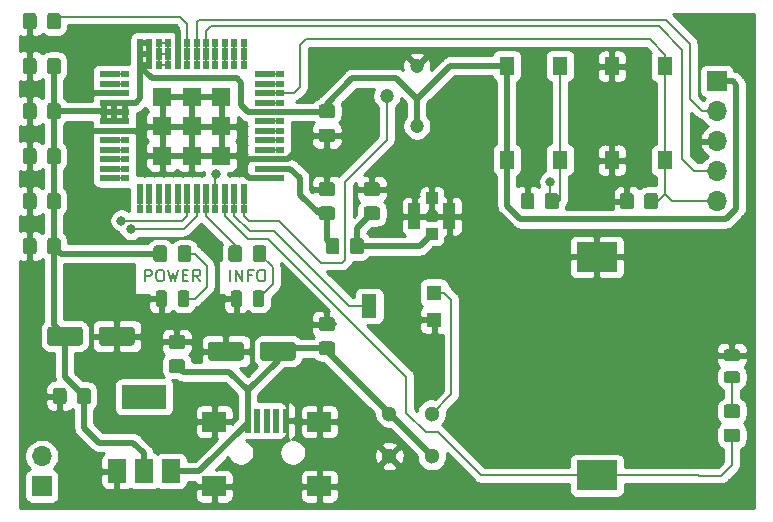
<source format=gbr>
G04 #@! TF.GenerationSoftware,KiCad,Pcbnew,(5.1.5-0-10_14)*
G04 #@! TF.CreationDate,2020-02-14T11:25:06+01:00*
G04 #@! TF.ProjectId,EDS_ALARM,4544535f-414c-4415-924d-2e6b69636164,rev?*
G04 #@! TF.SameCoordinates,Original*
G04 #@! TF.FileFunction,Copper,L1,Top*
G04 #@! TF.FilePolarity,Positive*
%FSLAX46Y46*%
G04 Gerber Fmt 4.6, Leading zero omitted, Abs format (unit mm)*
G04 Created by KiCad (PCBNEW (5.1.5-0-10_14)) date 2020-02-14 11:25:06*
%MOMM*%
%LPD*%
G04 APERTURE LIST*
%ADD10C,0.200000*%
%ADD11C,0.100000*%
%ADD12R,1.000000X0.500000*%
%ADD13R,0.800000X0.500000*%
%ADD14R,1.600000X1.600000*%
%ADD15R,0.500000X0.800000*%
%ADD16R,0.500000X1.000000*%
%ADD17R,0.500000X2.000000*%
%ADD18R,2.000000X1.700000*%
%ADD19R,1.050000X2.200000*%
%ADD20R,1.000000X1.000000*%
%ADD21R,3.800000X2.000000*%
%ADD22R,1.500000X2.000000*%
%ADD23C,1.200000*%
%ADD24R,1.300000X1.300000*%
%ADD25R,1.300000X2.000000*%
%ADD26R,1.300000X1.550000*%
%ADD27R,3.500000X2.500000*%
%ADD28C,1.300000*%
%ADD29R,1.700000X1.700000*%
%ADD30O,1.700000X1.700000*%
%ADD31C,0.800000*%
%ADD32C,0.250000*%
%ADD33C,0.350000*%
%ADD34C,0.500000*%
%ADD35C,0.254000*%
G04 APERTURE END LIST*
D10*
X189912809Y-96972380D02*
X189912809Y-95972380D01*
X190389000Y-96972380D02*
X190389000Y-95972380D01*
X190960428Y-96972380D01*
X190960428Y-95972380D01*
X191769952Y-96448571D02*
X191436619Y-96448571D01*
X191436619Y-96972380D02*
X191436619Y-95972380D01*
X191912809Y-95972380D01*
X192484238Y-95972380D02*
X192674714Y-95972380D01*
X192769952Y-96020000D01*
X192865190Y-96115238D01*
X192912809Y-96305714D01*
X192912809Y-96639047D01*
X192865190Y-96829523D01*
X192769952Y-96924761D01*
X192674714Y-96972380D01*
X192484238Y-96972380D01*
X192389000Y-96924761D01*
X192293761Y-96829523D01*
X192246142Y-96639047D01*
X192246142Y-96305714D01*
X192293761Y-96115238D01*
X192389000Y-96020000D01*
X192484238Y-95972380D01*
X182729476Y-96972380D02*
X182729476Y-95972380D01*
X183110428Y-95972380D01*
X183205666Y-96020000D01*
X183253285Y-96067619D01*
X183300904Y-96162857D01*
X183300904Y-96305714D01*
X183253285Y-96400952D01*
X183205666Y-96448571D01*
X183110428Y-96496190D01*
X182729476Y-96496190D01*
X183919952Y-95972380D02*
X184110428Y-95972380D01*
X184205666Y-96020000D01*
X184300904Y-96115238D01*
X184348523Y-96305714D01*
X184348523Y-96639047D01*
X184300904Y-96829523D01*
X184205666Y-96924761D01*
X184110428Y-96972380D01*
X183919952Y-96972380D01*
X183824714Y-96924761D01*
X183729476Y-96829523D01*
X183681857Y-96639047D01*
X183681857Y-96305714D01*
X183729476Y-96115238D01*
X183824714Y-96020000D01*
X183919952Y-95972380D01*
X184681857Y-95972380D02*
X184919952Y-96972380D01*
X185110428Y-96258095D01*
X185300904Y-96972380D01*
X185539000Y-95972380D01*
X185919952Y-96448571D02*
X186253285Y-96448571D01*
X186396142Y-96972380D02*
X185919952Y-96972380D01*
X185919952Y-95972380D01*
X186396142Y-95972380D01*
X187396142Y-96972380D02*
X187062809Y-96496190D01*
X186824714Y-96972380D02*
X186824714Y-95972380D01*
X187205666Y-95972380D01*
X187300904Y-96020000D01*
X187348523Y-96067619D01*
X187396142Y-96162857D01*
X187396142Y-96305714D01*
X187348523Y-96400952D01*
X187300904Y-96448571D01*
X187205666Y-96496190D01*
X186824714Y-96496190D01*
G04 #@! TA.AperFunction,SMDPad,CuDef*
D11*
G36*
X184363505Y-93916204D02*
G01*
X184387773Y-93919804D01*
X184411572Y-93925765D01*
X184434671Y-93934030D01*
X184456850Y-93944520D01*
X184477893Y-93957132D01*
X184497599Y-93971747D01*
X184515777Y-93988223D01*
X184532253Y-94006401D01*
X184546868Y-94026107D01*
X184559480Y-94047150D01*
X184569970Y-94069329D01*
X184578235Y-94092428D01*
X184584196Y-94116227D01*
X184587796Y-94140495D01*
X184589000Y-94164999D01*
X184589000Y-95065001D01*
X184587796Y-95089505D01*
X184584196Y-95113773D01*
X184578235Y-95137572D01*
X184569970Y-95160671D01*
X184559480Y-95182850D01*
X184546868Y-95203893D01*
X184532253Y-95223599D01*
X184515777Y-95241777D01*
X184497599Y-95258253D01*
X184477893Y-95272868D01*
X184456850Y-95285480D01*
X184434671Y-95295970D01*
X184411572Y-95304235D01*
X184387773Y-95310196D01*
X184363505Y-95313796D01*
X184339001Y-95315000D01*
X183688999Y-95315000D01*
X183664495Y-95313796D01*
X183640227Y-95310196D01*
X183616428Y-95304235D01*
X183593329Y-95295970D01*
X183571150Y-95285480D01*
X183550107Y-95272868D01*
X183530401Y-95258253D01*
X183512223Y-95241777D01*
X183495747Y-95223599D01*
X183481132Y-95203893D01*
X183468520Y-95182850D01*
X183458030Y-95160671D01*
X183449765Y-95137572D01*
X183443804Y-95113773D01*
X183440204Y-95089505D01*
X183439000Y-95065001D01*
X183439000Y-94164999D01*
X183440204Y-94140495D01*
X183443804Y-94116227D01*
X183449765Y-94092428D01*
X183458030Y-94069329D01*
X183468520Y-94047150D01*
X183481132Y-94026107D01*
X183495747Y-94006401D01*
X183512223Y-93988223D01*
X183530401Y-93971747D01*
X183550107Y-93957132D01*
X183571150Y-93944520D01*
X183593329Y-93934030D01*
X183616428Y-93925765D01*
X183640227Y-93919804D01*
X183664495Y-93916204D01*
X183688999Y-93915000D01*
X184339001Y-93915000D01*
X184363505Y-93916204D01*
G37*
G04 #@! TD.AperFunction*
G04 #@! TA.AperFunction,SMDPad,CuDef*
G36*
X186413505Y-93916204D02*
G01*
X186437773Y-93919804D01*
X186461572Y-93925765D01*
X186484671Y-93934030D01*
X186506850Y-93944520D01*
X186527893Y-93957132D01*
X186547599Y-93971747D01*
X186565777Y-93988223D01*
X186582253Y-94006401D01*
X186596868Y-94026107D01*
X186609480Y-94047150D01*
X186619970Y-94069329D01*
X186628235Y-94092428D01*
X186634196Y-94116227D01*
X186637796Y-94140495D01*
X186639000Y-94164999D01*
X186639000Y-95065001D01*
X186637796Y-95089505D01*
X186634196Y-95113773D01*
X186628235Y-95137572D01*
X186619970Y-95160671D01*
X186609480Y-95182850D01*
X186596868Y-95203893D01*
X186582253Y-95223599D01*
X186565777Y-95241777D01*
X186547599Y-95258253D01*
X186527893Y-95272868D01*
X186506850Y-95285480D01*
X186484671Y-95295970D01*
X186461572Y-95304235D01*
X186437773Y-95310196D01*
X186413505Y-95313796D01*
X186389001Y-95315000D01*
X185738999Y-95315000D01*
X185714495Y-95313796D01*
X185690227Y-95310196D01*
X185666428Y-95304235D01*
X185643329Y-95295970D01*
X185621150Y-95285480D01*
X185600107Y-95272868D01*
X185580401Y-95258253D01*
X185562223Y-95241777D01*
X185545747Y-95223599D01*
X185531132Y-95203893D01*
X185518520Y-95182850D01*
X185508030Y-95160671D01*
X185499765Y-95137572D01*
X185493804Y-95113773D01*
X185490204Y-95089505D01*
X185489000Y-95065001D01*
X185489000Y-94164999D01*
X185490204Y-94140495D01*
X185493804Y-94116227D01*
X185499765Y-94092428D01*
X185508030Y-94069329D01*
X185518520Y-94047150D01*
X185531132Y-94026107D01*
X185545747Y-94006401D01*
X185562223Y-93988223D01*
X185580401Y-93971747D01*
X185600107Y-93957132D01*
X185621150Y-93944520D01*
X185643329Y-93934030D01*
X185666428Y-93925765D01*
X185690227Y-93919804D01*
X185714495Y-93916204D01*
X185738999Y-93915000D01*
X186389001Y-93915000D01*
X186413505Y-93916204D01*
G37*
G04 #@! TD.AperFunction*
D12*
X180140000Y-81820000D03*
D13*
X179240000Y-81820000D03*
X179240000Y-81020000D03*
D12*
X180140000Y-81020000D03*
D13*
X179240000Y-80220000D03*
D12*
X180140000Y-80220000D03*
D13*
X179240000Y-79420000D03*
D12*
X180140000Y-79420000D03*
D14*
X189190000Y-86320000D03*
X186690000Y-86320000D03*
X184190000Y-86320000D03*
X189190000Y-83820000D03*
X186690000Y-83820000D03*
X184190000Y-83820000D03*
X189190000Y-81320000D03*
X186690000Y-81320000D03*
X184190000Y-81320000D03*
D15*
X182290000Y-78620000D03*
X183090000Y-78620000D03*
X183890000Y-78620000D03*
X184690000Y-78620000D03*
X185490000Y-78620000D03*
X186290000Y-78620000D03*
X187090000Y-78620000D03*
D13*
X181040000Y-79420000D03*
X181040000Y-80220000D03*
X181040000Y-81020000D03*
X181040000Y-81820000D03*
X181040000Y-82620000D03*
X181040000Y-83420000D03*
X181040000Y-84220000D03*
X181040000Y-85020000D03*
X181040000Y-85820000D03*
X181040000Y-86620000D03*
X181040000Y-87420000D03*
X192340000Y-86620000D03*
X192340000Y-85820000D03*
X192340000Y-85020000D03*
X192340000Y-84220000D03*
X192340000Y-83420000D03*
X192340000Y-82620000D03*
X192340000Y-81820000D03*
X192340000Y-81020000D03*
X192340000Y-80220000D03*
X192340000Y-79420000D03*
D15*
X191090000Y-78620000D03*
X189490000Y-78620000D03*
X188690000Y-78620000D03*
X187890000Y-78620000D03*
D13*
X181040000Y-88220000D03*
D15*
X182290000Y-89020000D03*
X183090000Y-89020000D03*
X183890000Y-89020000D03*
X184690000Y-89020000D03*
X185490000Y-89020000D03*
X186290000Y-89020000D03*
X187090000Y-89020000D03*
X187890000Y-89020000D03*
X188690000Y-89020000D03*
X189490000Y-89020000D03*
X190290000Y-89020000D03*
X191090000Y-89020000D03*
D13*
X192340000Y-88220000D03*
X192340000Y-87420000D03*
D15*
X190290000Y-78620000D03*
D12*
X180140000Y-85020000D03*
D13*
X179240000Y-85020000D03*
X179240000Y-84220000D03*
D12*
X180140000Y-84220000D03*
D13*
X179240000Y-83420000D03*
D12*
X180140000Y-83420000D03*
D13*
X179240000Y-82620000D03*
D12*
X180140000Y-82620000D03*
X180140000Y-86620000D03*
D13*
X179240000Y-85820000D03*
D12*
X180140000Y-85820000D03*
X180140000Y-88220000D03*
D13*
X179240000Y-88220000D03*
X179240000Y-87420000D03*
D12*
X180140000Y-87420000D03*
D13*
X179240000Y-86620000D03*
D16*
X182290000Y-89920000D03*
D15*
X182290000Y-90820000D03*
X183090000Y-90820000D03*
D16*
X183090000Y-89920000D03*
D15*
X183890000Y-90820000D03*
D16*
X184690000Y-89920000D03*
D15*
X184690000Y-90820000D03*
D16*
X183890000Y-89920000D03*
D15*
X185490000Y-90820000D03*
D16*
X186290000Y-89920000D03*
D15*
X187090000Y-90820000D03*
X186290000Y-90820000D03*
D16*
X187090000Y-89920000D03*
X187890000Y-89920000D03*
D15*
X187890000Y-90820000D03*
D16*
X185490000Y-89920000D03*
D15*
X188690000Y-90820000D03*
D16*
X189490000Y-89920000D03*
D15*
X190290000Y-90820000D03*
X189490000Y-90820000D03*
D16*
X190290000Y-89920000D03*
X191090000Y-89920000D03*
D15*
X191090000Y-90820000D03*
D16*
X188690000Y-89920000D03*
D13*
X194140000Y-85020000D03*
D12*
X193240000Y-82620000D03*
D13*
X194140000Y-82620000D03*
X194140000Y-88220000D03*
D12*
X193240000Y-87420000D03*
D13*
X194140000Y-86620000D03*
X194140000Y-81820000D03*
D12*
X193240000Y-83420000D03*
X193240000Y-84220000D03*
D13*
X194140000Y-83420000D03*
D12*
X193240000Y-85020000D03*
X193240000Y-81020000D03*
D13*
X194140000Y-79420000D03*
D12*
X193240000Y-81820000D03*
D13*
X194140000Y-84220000D03*
X194140000Y-87420000D03*
D12*
X193240000Y-86620000D03*
D13*
X194140000Y-81020000D03*
D12*
X193240000Y-80220000D03*
X193240000Y-79420000D03*
X193240000Y-85820000D03*
D13*
X194140000Y-85820000D03*
X194140000Y-80220000D03*
D12*
X193240000Y-88220000D03*
D15*
X187890000Y-76810000D03*
D16*
X185490000Y-77710000D03*
D15*
X185490000Y-76810000D03*
X191090000Y-76810000D03*
D16*
X190290000Y-77710000D03*
D15*
X189490000Y-76810000D03*
X184690000Y-76810000D03*
D16*
X186290000Y-77710000D03*
X187090000Y-77710000D03*
D15*
X186290000Y-76810000D03*
D16*
X187890000Y-77710000D03*
X183890000Y-77710000D03*
D15*
X182290000Y-76810000D03*
D16*
X184690000Y-77710000D03*
D15*
X187090000Y-76810000D03*
X190290000Y-76810000D03*
D16*
X189490000Y-77710000D03*
D15*
X183890000Y-76810000D03*
D16*
X183090000Y-77710000D03*
X182290000Y-77710000D03*
X188690000Y-77710000D03*
D15*
X188690000Y-76810000D03*
X183090000Y-76810000D03*
D16*
X191090000Y-77710000D03*
G04 #@! TA.AperFunction,SMDPad,CuDef*
D11*
G36*
X185894505Y-103566204D02*
G01*
X185918773Y-103569804D01*
X185942572Y-103575765D01*
X185965671Y-103584030D01*
X185987850Y-103594520D01*
X186008893Y-103607132D01*
X186028599Y-103621747D01*
X186046777Y-103638223D01*
X186063253Y-103656401D01*
X186077868Y-103676107D01*
X186090480Y-103697150D01*
X186100970Y-103719329D01*
X186109235Y-103742428D01*
X186115196Y-103766227D01*
X186118796Y-103790495D01*
X186120000Y-103814999D01*
X186120000Y-104465001D01*
X186118796Y-104489505D01*
X186115196Y-104513773D01*
X186109235Y-104537572D01*
X186100970Y-104560671D01*
X186090480Y-104582850D01*
X186077868Y-104603893D01*
X186063253Y-104623599D01*
X186046777Y-104641777D01*
X186028599Y-104658253D01*
X186008893Y-104672868D01*
X185987850Y-104685480D01*
X185965671Y-104695970D01*
X185942572Y-104704235D01*
X185918773Y-104710196D01*
X185894505Y-104713796D01*
X185870001Y-104715000D01*
X184969999Y-104715000D01*
X184945495Y-104713796D01*
X184921227Y-104710196D01*
X184897428Y-104704235D01*
X184874329Y-104695970D01*
X184852150Y-104685480D01*
X184831107Y-104672868D01*
X184811401Y-104658253D01*
X184793223Y-104641777D01*
X184776747Y-104623599D01*
X184762132Y-104603893D01*
X184749520Y-104582850D01*
X184739030Y-104560671D01*
X184730765Y-104537572D01*
X184724804Y-104513773D01*
X184721204Y-104489505D01*
X184720000Y-104465001D01*
X184720000Y-103814999D01*
X184721204Y-103790495D01*
X184724804Y-103766227D01*
X184730765Y-103742428D01*
X184739030Y-103719329D01*
X184749520Y-103697150D01*
X184762132Y-103676107D01*
X184776747Y-103656401D01*
X184793223Y-103638223D01*
X184811401Y-103621747D01*
X184831107Y-103607132D01*
X184852150Y-103594520D01*
X184874329Y-103584030D01*
X184897428Y-103575765D01*
X184921227Y-103569804D01*
X184945495Y-103566204D01*
X184969999Y-103565000D01*
X185870001Y-103565000D01*
X185894505Y-103566204D01*
G37*
G04 #@! TD.AperFunction*
G04 #@! TA.AperFunction,SMDPad,CuDef*
G36*
X185894505Y-101516204D02*
G01*
X185918773Y-101519804D01*
X185942572Y-101525765D01*
X185965671Y-101534030D01*
X185987850Y-101544520D01*
X186008893Y-101557132D01*
X186028599Y-101571747D01*
X186046777Y-101588223D01*
X186063253Y-101606401D01*
X186077868Y-101626107D01*
X186090480Y-101647150D01*
X186100970Y-101669329D01*
X186109235Y-101692428D01*
X186115196Y-101716227D01*
X186118796Y-101740495D01*
X186120000Y-101764999D01*
X186120000Y-102415001D01*
X186118796Y-102439505D01*
X186115196Y-102463773D01*
X186109235Y-102487572D01*
X186100970Y-102510671D01*
X186090480Y-102532850D01*
X186077868Y-102553893D01*
X186063253Y-102573599D01*
X186046777Y-102591777D01*
X186028599Y-102608253D01*
X186008893Y-102622868D01*
X185987850Y-102635480D01*
X185965671Y-102645970D01*
X185942572Y-102654235D01*
X185918773Y-102660196D01*
X185894505Y-102663796D01*
X185870001Y-102665000D01*
X184969999Y-102665000D01*
X184945495Y-102663796D01*
X184921227Y-102660196D01*
X184897428Y-102654235D01*
X184874329Y-102645970D01*
X184852150Y-102635480D01*
X184831107Y-102622868D01*
X184811401Y-102608253D01*
X184793223Y-102591777D01*
X184776747Y-102573599D01*
X184762132Y-102553893D01*
X184749520Y-102532850D01*
X184739030Y-102510671D01*
X184730765Y-102487572D01*
X184724804Y-102463773D01*
X184721204Y-102439505D01*
X184720000Y-102415001D01*
X184720000Y-101764999D01*
X184721204Y-101740495D01*
X184724804Y-101716227D01*
X184730765Y-101692428D01*
X184739030Y-101669329D01*
X184749520Y-101647150D01*
X184762132Y-101626107D01*
X184776747Y-101606401D01*
X184793223Y-101588223D01*
X184811401Y-101571747D01*
X184831107Y-101557132D01*
X184852150Y-101544520D01*
X184874329Y-101534030D01*
X184897428Y-101525765D01*
X184921227Y-101519804D01*
X184945495Y-101516204D01*
X184969999Y-101515000D01*
X185870001Y-101515000D01*
X185894505Y-101516204D01*
G37*
G04 #@! TD.AperFunction*
G04 #@! TA.AperFunction,SMDPad,CuDef*
G36*
X190844504Y-102071204D02*
G01*
X190868773Y-102074804D01*
X190892571Y-102080765D01*
X190915671Y-102089030D01*
X190937849Y-102099520D01*
X190958893Y-102112133D01*
X190978598Y-102126747D01*
X190996777Y-102143223D01*
X191013253Y-102161402D01*
X191027867Y-102181107D01*
X191040480Y-102202151D01*
X191050970Y-102224329D01*
X191059235Y-102247429D01*
X191065196Y-102271227D01*
X191068796Y-102295496D01*
X191070000Y-102320000D01*
X191070000Y-103420000D01*
X191068796Y-103444504D01*
X191065196Y-103468773D01*
X191059235Y-103492571D01*
X191050970Y-103515671D01*
X191040480Y-103537849D01*
X191027867Y-103558893D01*
X191013253Y-103578598D01*
X190996777Y-103596777D01*
X190978598Y-103613253D01*
X190958893Y-103627867D01*
X190937849Y-103640480D01*
X190915671Y-103650970D01*
X190892571Y-103659235D01*
X190868773Y-103665196D01*
X190844504Y-103668796D01*
X190820000Y-103670000D01*
X188320000Y-103670000D01*
X188295496Y-103668796D01*
X188271227Y-103665196D01*
X188247429Y-103659235D01*
X188224329Y-103650970D01*
X188202151Y-103640480D01*
X188181107Y-103627867D01*
X188161402Y-103613253D01*
X188143223Y-103596777D01*
X188126747Y-103578598D01*
X188112133Y-103558893D01*
X188099520Y-103537849D01*
X188089030Y-103515671D01*
X188080765Y-103492571D01*
X188074804Y-103468773D01*
X188071204Y-103444504D01*
X188070000Y-103420000D01*
X188070000Y-102320000D01*
X188071204Y-102295496D01*
X188074804Y-102271227D01*
X188080765Y-102247429D01*
X188089030Y-102224329D01*
X188099520Y-102202151D01*
X188112133Y-102181107D01*
X188126747Y-102161402D01*
X188143223Y-102143223D01*
X188161402Y-102126747D01*
X188181107Y-102112133D01*
X188202151Y-102099520D01*
X188224329Y-102089030D01*
X188247429Y-102080765D01*
X188271227Y-102074804D01*
X188295496Y-102071204D01*
X188320000Y-102070000D01*
X190820000Y-102070000D01*
X190844504Y-102071204D01*
G37*
G04 #@! TD.AperFunction*
G04 #@! TA.AperFunction,SMDPad,CuDef*
G36*
X195244504Y-102071204D02*
G01*
X195268773Y-102074804D01*
X195292571Y-102080765D01*
X195315671Y-102089030D01*
X195337849Y-102099520D01*
X195358893Y-102112133D01*
X195378598Y-102126747D01*
X195396777Y-102143223D01*
X195413253Y-102161402D01*
X195427867Y-102181107D01*
X195440480Y-102202151D01*
X195450970Y-102224329D01*
X195459235Y-102247429D01*
X195465196Y-102271227D01*
X195468796Y-102295496D01*
X195470000Y-102320000D01*
X195470000Y-103420000D01*
X195468796Y-103444504D01*
X195465196Y-103468773D01*
X195459235Y-103492571D01*
X195450970Y-103515671D01*
X195440480Y-103537849D01*
X195427867Y-103558893D01*
X195413253Y-103578598D01*
X195396777Y-103596777D01*
X195378598Y-103613253D01*
X195358893Y-103627867D01*
X195337849Y-103640480D01*
X195315671Y-103650970D01*
X195292571Y-103659235D01*
X195268773Y-103665196D01*
X195244504Y-103668796D01*
X195220000Y-103670000D01*
X192720000Y-103670000D01*
X192695496Y-103668796D01*
X192671227Y-103665196D01*
X192647429Y-103659235D01*
X192624329Y-103650970D01*
X192602151Y-103640480D01*
X192581107Y-103627867D01*
X192561402Y-103613253D01*
X192543223Y-103596777D01*
X192526747Y-103578598D01*
X192512133Y-103558893D01*
X192499520Y-103537849D01*
X192489030Y-103515671D01*
X192480765Y-103492571D01*
X192474804Y-103468773D01*
X192471204Y-103444504D01*
X192470000Y-103420000D01*
X192470000Y-102320000D01*
X192471204Y-102295496D01*
X192474804Y-102271227D01*
X192480765Y-102247429D01*
X192489030Y-102224329D01*
X192499520Y-102202151D01*
X192512133Y-102181107D01*
X192526747Y-102161402D01*
X192543223Y-102143223D01*
X192561402Y-102126747D01*
X192581107Y-102112133D01*
X192602151Y-102099520D01*
X192624329Y-102089030D01*
X192647429Y-102080765D01*
X192671227Y-102074804D01*
X192695496Y-102071204D01*
X192720000Y-102070000D01*
X195220000Y-102070000D01*
X195244504Y-102071204D01*
G37*
G04 #@! TD.AperFunction*
G04 #@! TA.AperFunction,SMDPad,CuDef*
G36*
X198594505Y-100001204D02*
G01*
X198618773Y-100004804D01*
X198642572Y-100010765D01*
X198665671Y-100019030D01*
X198687850Y-100029520D01*
X198708893Y-100042132D01*
X198728599Y-100056747D01*
X198746777Y-100073223D01*
X198763253Y-100091401D01*
X198777868Y-100111107D01*
X198790480Y-100132150D01*
X198800970Y-100154329D01*
X198809235Y-100177428D01*
X198815196Y-100201227D01*
X198818796Y-100225495D01*
X198820000Y-100249999D01*
X198820000Y-100900001D01*
X198818796Y-100924505D01*
X198815196Y-100948773D01*
X198809235Y-100972572D01*
X198800970Y-100995671D01*
X198790480Y-101017850D01*
X198777868Y-101038893D01*
X198763253Y-101058599D01*
X198746777Y-101076777D01*
X198728599Y-101093253D01*
X198708893Y-101107868D01*
X198687850Y-101120480D01*
X198665671Y-101130970D01*
X198642572Y-101139235D01*
X198618773Y-101145196D01*
X198594505Y-101148796D01*
X198570001Y-101150000D01*
X197669999Y-101150000D01*
X197645495Y-101148796D01*
X197621227Y-101145196D01*
X197597428Y-101139235D01*
X197574329Y-101130970D01*
X197552150Y-101120480D01*
X197531107Y-101107868D01*
X197511401Y-101093253D01*
X197493223Y-101076777D01*
X197476747Y-101058599D01*
X197462132Y-101038893D01*
X197449520Y-101017850D01*
X197439030Y-100995671D01*
X197430765Y-100972572D01*
X197424804Y-100948773D01*
X197421204Y-100924505D01*
X197420000Y-100900001D01*
X197420000Y-100249999D01*
X197421204Y-100225495D01*
X197424804Y-100201227D01*
X197430765Y-100177428D01*
X197439030Y-100154329D01*
X197449520Y-100132150D01*
X197462132Y-100111107D01*
X197476747Y-100091401D01*
X197493223Y-100073223D01*
X197511401Y-100056747D01*
X197531107Y-100042132D01*
X197552150Y-100029520D01*
X197574329Y-100019030D01*
X197597428Y-100010765D01*
X197621227Y-100004804D01*
X197645495Y-100001204D01*
X197669999Y-100000000D01*
X198570001Y-100000000D01*
X198594505Y-100001204D01*
G37*
G04 #@! TD.AperFunction*
G04 #@! TA.AperFunction,SMDPad,CuDef*
G36*
X198594505Y-102051204D02*
G01*
X198618773Y-102054804D01*
X198642572Y-102060765D01*
X198665671Y-102069030D01*
X198687850Y-102079520D01*
X198708893Y-102092132D01*
X198728599Y-102106747D01*
X198746777Y-102123223D01*
X198763253Y-102141401D01*
X198777868Y-102161107D01*
X198790480Y-102182150D01*
X198800970Y-102204329D01*
X198809235Y-102227428D01*
X198815196Y-102251227D01*
X198818796Y-102275495D01*
X198820000Y-102299999D01*
X198820000Y-102950001D01*
X198818796Y-102974505D01*
X198815196Y-102998773D01*
X198809235Y-103022572D01*
X198800970Y-103045671D01*
X198790480Y-103067850D01*
X198777868Y-103088893D01*
X198763253Y-103108599D01*
X198746777Y-103126777D01*
X198728599Y-103143253D01*
X198708893Y-103157868D01*
X198687850Y-103170480D01*
X198665671Y-103180970D01*
X198642572Y-103189235D01*
X198618773Y-103195196D01*
X198594505Y-103198796D01*
X198570001Y-103200000D01*
X197669999Y-103200000D01*
X197645495Y-103198796D01*
X197621227Y-103195196D01*
X197597428Y-103189235D01*
X197574329Y-103180970D01*
X197552150Y-103170480D01*
X197531107Y-103157868D01*
X197511401Y-103143253D01*
X197493223Y-103126777D01*
X197476747Y-103108599D01*
X197462132Y-103088893D01*
X197449520Y-103067850D01*
X197439030Y-103045671D01*
X197430765Y-103022572D01*
X197424804Y-102998773D01*
X197421204Y-102974505D01*
X197420000Y-102950001D01*
X197420000Y-102299999D01*
X197421204Y-102275495D01*
X197424804Y-102251227D01*
X197430765Y-102227428D01*
X197439030Y-102204329D01*
X197449520Y-102182150D01*
X197462132Y-102161107D01*
X197476747Y-102141401D01*
X197493223Y-102123223D01*
X197511401Y-102106747D01*
X197531107Y-102092132D01*
X197552150Y-102079520D01*
X197574329Y-102069030D01*
X197597428Y-102060765D01*
X197621227Y-102054804D01*
X197645495Y-102051204D01*
X197669999Y-102050000D01*
X198570001Y-102050000D01*
X198594505Y-102051204D01*
G37*
G04 #@! TD.AperFunction*
G04 #@! TA.AperFunction,SMDPad,CuDef*
G36*
X177214504Y-100801204D02*
G01*
X177238773Y-100804804D01*
X177262571Y-100810765D01*
X177285671Y-100819030D01*
X177307849Y-100829520D01*
X177328893Y-100842133D01*
X177348598Y-100856747D01*
X177366777Y-100873223D01*
X177383253Y-100891402D01*
X177397867Y-100911107D01*
X177410480Y-100932151D01*
X177420970Y-100954329D01*
X177429235Y-100977429D01*
X177435196Y-101001227D01*
X177438796Y-101025496D01*
X177440000Y-101050000D01*
X177440000Y-102150000D01*
X177438796Y-102174504D01*
X177435196Y-102198773D01*
X177429235Y-102222571D01*
X177420970Y-102245671D01*
X177410480Y-102267849D01*
X177397867Y-102288893D01*
X177383253Y-102308598D01*
X177366777Y-102326777D01*
X177348598Y-102343253D01*
X177328893Y-102357867D01*
X177307849Y-102370480D01*
X177285671Y-102380970D01*
X177262571Y-102389235D01*
X177238773Y-102395196D01*
X177214504Y-102398796D01*
X177190000Y-102400000D01*
X174690000Y-102400000D01*
X174665496Y-102398796D01*
X174641227Y-102395196D01*
X174617429Y-102389235D01*
X174594329Y-102380970D01*
X174572151Y-102370480D01*
X174551107Y-102357867D01*
X174531402Y-102343253D01*
X174513223Y-102326777D01*
X174496747Y-102308598D01*
X174482133Y-102288893D01*
X174469520Y-102267849D01*
X174459030Y-102245671D01*
X174450765Y-102222571D01*
X174444804Y-102198773D01*
X174441204Y-102174504D01*
X174440000Y-102150000D01*
X174440000Y-101050000D01*
X174441204Y-101025496D01*
X174444804Y-101001227D01*
X174450765Y-100977429D01*
X174459030Y-100954329D01*
X174469520Y-100932151D01*
X174482133Y-100911107D01*
X174496747Y-100891402D01*
X174513223Y-100873223D01*
X174531402Y-100856747D01*
X174551107Y-100842133D01*
X174572151Y-100829520D01*
X174594329Y-100819030D01*
X174617429Y-100810765D01*
X174641227Y-100804804D01*
X174665496Y-100801204D01*
X174690000Y-100800000D01*
X177190000Y-100800000D01*
X177214504Y-100801204D01*
G37*
G04 #@! TD.AperFunction*
G04 #@! TA.AperFunction,SMDPad,CuDef*
G36*
X181614504Y-100801204D02*
G01*
X181638773Y-100804804D01*
X181662571Y-100810765D01*
X181685671Y-100819030D01*
X181707849Y-100829520D01*
X181728893Y-100842133D01*
X181748598Y-100856747D01*
X181766777Y-100873223D01*
X181783253Y-100891402D01*
X181797867Y-100911107D01*
X181810480Y-100932151D01*
X181820970Y-100954329D01*
X181829235Y-100977429D01*
X181835196Y-101001227D01*
X181838796Y-101025496D01*
X181840000Y-101050000D01*
X181840000Y-102150000D01*
X181838796Y-102174504D01*
X181835196Y-102198773D01*
X181829235Y-102222571D01*
X181820970Y-102245671D01*
X181810480Y-102267849D01*
X181797867Y-102288893D01*
X181783253Y-102308598D01*
X181766777Y-102326777D01*
X181748598Y-102343253D01*
X181728893Y-102357867D01*
X181707849Y-102370480D01*
X181685671Y-102380970D01*
X181662571Y-102389235D01*
X181638773Y-102395196D01*
X181614504Y-102398796D01*
X181590000Y-102400000D01*
X179090000Y-102400000D01*
X179065496Y-102398796D01*
X179041227Y-102395196D01*
X179017429Y-102389235D01*
X178994329Y-102380970D01*
X178972151Y-102370480D01*
X178951107Y-102357867D01*
X178931402Y-102343253D01*
X178913223Y-102326777D01*
X178896747Y-102308598D01*
X178882133Y-102288893D01*
X178869520Y-102267849D01*
X178859030Y-102245671D01*
X178850765Y-102222571D01*
X178844804Y-102198773D01*
X178841204Y-102174504D01*
X178840000Y-102150000D01*
X178840000Y-101050000D01*
X178841204Y-101025496D01*
X178844804Y-101001227D01*
X178850765Y-100977429D01*
X178859030Y-100954329D01*
X178869520Y-100932151D01*
X178882133Y-100911107D01*
X178896747Y-100891402D01*
X178913223Y-100873223D01*
X178931402Y-100856747D01*
X178951107Y-100842133D01*
X178972151Y-100829520D01*
X178994329Y-100819030D01*
X179017429Y-100810765D01*
X179041227Y-100804804D01*
X179065496Y-100801204D01*
X179090000Y-100800000D01*
X181590000Y-100800000D01*
X181614504Y-100801204D01*
G37*
G04 #@! TD.AperFunction*
G04 #@! TA.AperFunction,SMDPad,CuDef*
G36*
X177904505Y-105981204D02*
G01*
X177928773Y-105984804D01*
X177952572Y-105990765D01*
X177975671Y-105999030D01*
X177997850Y-106009520D01*
X178018893Y-106022132D01*
X178038599Y-106036747D01*
X178056777Y-106053223D01*
X178073253Y-106071401D01*
X178087868Y-106091107D01*
X178100480Y-106112150D01*
X178110970Y-106134329D01*
X178119235Y-106157428D01*
X178125196Y-106181227D01*
X178128796Y-106205495D01*
X178130000Y-106229999D01*
X178130000Y-107130001D01*
X178128796Y-107154505D01*
X178125196Y-107178773D01*
X178119235Y-107202572D01*
X178110970Y-107225671D01*
X178100480Y-107247850D01*
X178087868Y-107268893D01*
X178073253Y-107288599D01*
X178056777Y-107306777D01*
X178038599Y-107323253D01*
X178018893Y-107337868D01*
X177997850Y-107350480D01*
X177975671Y-107360970D01*
X177952572Y-107369235D01*
X177928773Y-107375196D01*
X177904505Y-107378796D01*
X177880001Y-107380000D01*
X177229999Y-107380000D01*
X177205495Y-107378796D01*
X177181227Y-107375196D01*
X177157428Y-107369235D01*
X177134329Y-107360970D01*
X177112150Y-107350480D01*
X177091107Y-107337868D01*
X177071401Y-107323253D01*
X177053223Y-107306777D01*
X177036747Y-107288599D01*
X177022132Y-107268893D01*
X177009520Y-107247850D01*
X176999030Y-107225671D01*
X176990765Y-107202572D01*
X176984804Y-107178773D01*
X176981204Y-107154505D01*
X176980000Y-107130001D01*
X176980000Y-106229999D01*
X176981204Y-106205495D01*
X176984804Y-106181227D01*
X176990765Y-106157428D01*
X176999030Y-106134329D01*
X177009520Y-106112150D01*
X177022132Y-106091107D01*
X177036747Y-106071401D01*
X177053223Y-106053223D01*
X177071401Y-106036747D01*
X177091107Y-106022132D01*
X177112150Y-106009520D01*
X177134329Y-105999030D01*
X177157428Y-105990765D01*
X177181227Y-105984804D01*
X177205495Y-105981204D01*
X177229999Y-105980000D01*
X177880001Y-105980000D01*
X177904505Y-105981204D01*
G37*
G04 #@! TD.AperFunction*
G04 #@! TA.AperFunction,SMDPad,CuDef*
G36*
X175854505Y-105981204D02*
G01*
X175878773Y-105984804D01*
X175902572Y-105990765D01*
X175925671Y-105999030D01*
X175947850Y-106009520D01*
X175968893Y-106022132D01*
X175988599Y-106036747D01*
X176006777Y-106053223D01*
X176023253Y-106071401D01*
X176037868Y-106091107D01*
X176050480Y-106112150D01*
X176060970Y-106134329D01*
X176069235Y-106157428D01*
X176075196Y-106181227D01*
X176078796Y-106205495D01*
X176080000Y-106229999D01*
X176080000Y-107130001D01*
X176078796Y-107154505D01*
X176075196Y-107178773D01*
X176069235Y-107202572D01*
X176060970Y-107225671D01*
X176050480Y-107247850D01*
X176037868Y-107268893D01*
X176023253Y-107288599D01*
X176006777Y-107306777D01*
X175988599Y-107323253D01*
X175968893Y-107337868D01*
X175947850Y-107350480D01*
X175925671Y-107360970D01*
X175902572Y-107369235D01*
X175878773Y-107375196D01*
X175854505Y-107378796D01*
X175830001Y-107380000D01*
X175179999Y-107380000D01*
X175155495Y-107378796D01*
X175131227Y-107375196D01*
X175107428Y-107369235D01*
X175084329Y-107360970D01*
X175062150Y-107350480D01*
X175041107Y-107337868D01*
X175021401Y-107323253D01*
X175003223Y-107306777D01*
X174986747Y-107288599D01*
X174972132Y-107268893D01*
X174959520Y-107247850D01*
X174949030Y-107225671D01*
X174940765Y-107202572D01*
X174934804Y-107178773D01*
X174931204Y-107154505D01*
X174930000Y-107130001D01*
X174930000Y-106229999D01*
X174931204Y-106205495D01*
X174934804Y-106181227D01*
X174940765Y-106157428D01*
X174949030Y-106134329D01*
X174959520Y-106112150D01*
X174972132Y-106091107D01*
X174986747Y-106071401D01*
X175003223Y-106053223D01*
X175021401Y-106036747D01*
X175041107Y-106022132D01*
X175062150Y-106009520D01*
X175084329Y-105999030D01*
X175107428Y-105990765D01*
X175131227Y-105984804D01*
X175155495Y-105981204D01*
X175179999Y-105980000D01*
X175830001Y-105980000D01*
X175854505Y-105981204D01*
G37*
G04 #@! TD.AperFunction*
G04 #@! TA.AperFunction,SMDPad,CuDef*
G36*
X175364505Y-81851204D02*
G01*
X175388773Y-81854804D01*
X175412572Y-81860765D01*
X175435671Y-81869030D01*
X175457850Y-81879520D01*
X175478893Y-81892132D01*
X175498599Y-81906747D01*
X175516777Y-81923223D01*
X175533253Y-81941401D01*
X175547868Y-81961107D01*
X175560480Y-81982150D01*
X175570970Y-82004329D01*
X175579235Y-82027428D01*
X175585196Y-82051227D01*
X175588796Y-82075495D01*
X175590000Y-82099999D01*
X175590000Y-83000001D01*
X175588796Y-83024505D01*
X175585196Y-83048773D01*
X175579235Y-83072572D01*
X175570970Y-83095671D01*
X175560480Y-83117850D01*
X175547868Y-83138893D01*
X175533253Y-83158599D01*
X175516777Y-83176777D01*
X175498599Y-83193253D01*
X175478893Y-83207868D01*
X175457850Y-83220480D01*
X175435671Y-83230970D01*
X175412572Y-83239235D01*
X175388773Y-83245196D01*
X175364505Y-83248796D01*
X175340001Y-83250000D01*
X174689999Y-83250000D01*
X174665495Y-83248796D01*
X174641227Y-83245196D01*
X174617428Y-83239235D01*
X174594329Y-83230970D01*
X174572150Y-83220480D01*
X174551107Y-83207868D01*
X174531401Y-83193253D01*
X174513223Y-83176777D01*
X174496747Y-83158599D01*
X174482132Y-83138893D01*
X174469520Y-83117850D01*
X174459030Y-83095671D01*
X174450765Y-83072572D01*
X174444804Y-83048773D01*
X174441204Y-83024505D01*
X174440000Y-83000001D01*
X174440000Y-82099999D01*
X174441204Y-82075495D01*
X174444804Y-82051227D01*
X174450765Y-82027428D01*
X174459030Y-82004329D01*
X174469520Y-81982150D01*
X174482132Y-81961107D01*
X174496747Y-81941401D01*
X174513223Y-81923223D01*
X174531401Y-81906747D01*
X174551107Y-81892132D01*
X174572150Y-81879520D01*
X174594329Y-81869030D01*
X174617428Y-81860765D01*
X174641227Y-81854804D01*
X174665495Y-81851204D01*
X174689999Y-81850000D01*
X175340001Y-81850000D01*
X175364505Y-81851204D01*
G37*
G04 #@! TD.AperFunction*
G04 #@! TA.AperFunction,SMDPad,CuDef*
G36*
X173314505Y-81851204D02*
G01*
X173338773Y-81854804D01*
X173362572Y-81860765D01*
X173385671Y-81869030D01*
X173407850Y-81879520D01*
X173428893Y-81892132D01*
X173448599Y-81906747D01*
X173466777Y-81923223D01*
X173483253Y-81941401D01*
X173497868Y-81961107D01*
X173510480Y-81982150D01*
X173520970Y-82004329D01*
X173529235Y-82027428D01*
X173535196Y-82051227D01*
X173538796Y-82075495D01*
X173540000Y-82099999D01*
X173540000Y-83000001D01*
X173538796Y-83024505D01*
X173535196Y-83048773D01*
X173529235Y-83072572D01*
X173520970Y-83095671D01*
X173510480Y-83117850D01*
X173497868Y-83138893D01*
X173483253Y-83158599D01*
X173466777Y-83176777D01*
X173448599Y-83193253D01*
X173428893Y-83207868D01*
X173407850Y-83220480D01*
X173385671Y-83230970D01*
X173362572Y-83239235D01*
X173338773Y-83245196D01*
X173314505Y-83248796D01*
X173290001Y-83250000D01*
X172639999Y-83250000D01*
X172615495Y-83248796D01*
X172591227Y-83245196D01*
X172567428Y-83239235D01*
X172544329Y-83230970D01*
X172522150Y-83220480D01*
X172501107Y-83207868D01*
X172481401Y-83193253D01*
X172463223Y-83176777D01*
X172446747Y-83158599D01*
X172432132Y-83138893D01*
X172419520Y-83117850D01*
X172409030Y-83095671D01*
X172400765Y-83072572D01*
X172394804Y-83048773D01*
X172391204Y-83024505D01*
X172390000Y-83000001D01*
X172390000Y-82099999D01*
X172391204Y-82075495D01*
X172394804Y-82051227D01*
X172400765Y-82027428D01*
X172409030Y-82004329D01*
X172419520Y-81982150D01*
X172432132Y-81961107D01*
X172446747Y-81941401D01*
X172463223Y-81923223D01*
X172481401Y-81906747D01*
X172501107Y-81892132D01*
X172522150Y-81879520D01*
X172544329Y-81869030D01*
X172567428Y-81860765D01*
X172591227Y-81854804D01*
X172615495Y-81851204D01*
X172639999Y-81850000D01*
X173290001Y-81850000D01*
X173314505Y-81851204D01*
G37*
G04 #@! TD.AperFunction*
G04 #@! TA.AperFunction,SMDPad,CuDef*
G36*
X173314505Y-78041204D02*
G01*
X173338773Y-78044804D01*
X173362572Y-78050765D01*
X173385671Y-78059030D01*
X173407850Y-78069520D01*
X173428893Y-78082132D01*
X173448599Y-78096747D01*
X173466777Y-78113223D01*
X173483253Y-78131401D01*
X173497868Y-78151107D01*
X173510480Y-78172150D01*
X173520970Y-78194329D01*
X173529235Y-78217428D01*
X173535196Y-78241227D01*
X173538796Y-78265495D01*
X173540000Y-78289999D01*
X173540000Y-79190001D01*
X173538796Y-79214505D01*
X173535196Y-79238773D01*
X173529235Y-79262572D01*
X173520970Y-79285671D01*
X173510480Y-79307850D01*
X173497868Y-79328893D01*
X173483253Y-79348599D01*
X173466777Y-79366777D01*
X173448599Y-79383253D01*
X173428893Y-79397868D01*
X173407850Y-79410480D01*
X173385671Y-79420970D01*
X173362572Y-79429235D01*
X173338773Y-79435196D01*
X173314505Y-79438796D01*
X173290001Y-79440000D01*
X172639999Y-79440000D01*
X172615495Y-79438796D01*
X172591227Y-79435196D01*
X172567428Y-79429235D01*
X172544329Y-79420970D01*
X172522150Y-79410480D01*
X172501107Y-79397868D01*
X172481401Y-79383253D01*
X172463223Y-79366777D01*
X172446747Y-79348599D01*
X172432132Y-79328893D01*
X172419520Y-79307850D01*
X172409030Y-79285671D01*
X172400765Y-79262572D01*
X172394804Y-79238773D01*
X172391204Y-79214505D01*
X172390000Y-79190001D01*
X172390000Y-78289999D01*
X172391204Y-78265495D01*
X172394804Y-78241227D01*
X172400765Y-78217428D01*
X172409030Y-78194329D01*
X172419520Y-78172150D01*
X172432132Y-78151107D01*
X172446747Y-78131401D01*
X172463223Y-78113223D01*
X172481401Y-78096747D01*
X172501107Y-78082132D01*
X172522150Y-78069520D01*
X172544329Y-78059030D01*
X172567428Y-78050765D01*
X172591227Y-78044804D01*
X172615495Y-78041204D01*
X172639999Y-78040000D01*
X173290001Y-78040000D01*
X173314505Y-78041204D01*
G37*
G04 #@! TD.AperFunction*
G04 #@! TA.AperFunction,SMDPad,CuDef*
G36*
X175364505Y-78041204D02*
G01*
X175388773Y-78044804D01*
X175412572Y-78050765D01*
X175435671Y-78059030D01*
X175457850Y-78069520D01*
X175478893Y-78082132D01*
X175498599Y-78096747D01*
X175516777Y-78113223D01*
X175533253Y-78131401D01*
X175547868Y-78151107D01*
X175560480Y-78172150D01*
X175570970Y-78194329D01*
X175579235Y-78217428D01*
X175585196Y-78241227D01*
X175588796Y-78265495D01*
X175590000Y-78289999D01*
X175590000Y-79190001D01*
X175588796Y-79214505D01*
X175585196Y-79238773D01*
X175579235Y-79262572D01*
X175570970Y-79285671D01*
X175560480Y-79307850D01*
X175547868Y-79328893D01*
X175533253Y-79348599D01*
X175516777Y-79366777D01*
X175498599Y-79383253D01*
X175478893Y-79397868D01*
X175457850Y-79410480D01*
X175435671Y-79420970D01*
X175412572Y-79429235D01*
X175388773Y-79435196D01*
X175364505Y-79438796D01*
X175340001Y-79440000D01*
X174689999Y-79440000D01*
X174665495Y-79438796D01*
X174641227Y-79435196D01*
X174617428Y-79429235D01*
X174594329Y-79420970D01*
X174572150Y-79410480D01*
X174551107Y-79397868D01*
X174531401Y-79383253D01*
X174513223Y-79366777D01*
X174496747Y-79348599D01*
X174482132Y-79328893D01*
X174469520Y-79307850D01*
X174459030Y-79285671D01*
X174450765Y-79262572D01*
X174444804Y-79238773D01*
X174441204Y-79214505D01*
X174440000Y-79190001D01*
X174440000Y-78289999D01*
X174441204Y-78265495D01*
X174444804Y-78241227D01*
X174450765Y-78217428D01*
X174459030Y-78194329D01*
X174469520Y-78172150D01*
X174482132Y-78151107D01*
X174496747Y-78131401D01*
X174513223Y-78113223D01*
X174531401Y-78096747D01*
X174551107Y-78082132D01*
X174572150Y-78069520D01*
X174594329Y-78059030D01*
X174617428Y-78050765D01*
X174641227Y-78044804D01*
X174665495Y-78041204D01*
X174689999Y-78040000D01*
X175340001Y-78040000D01*
X175364505Y-78041204D01*
G37*
G04 #@! TD.AperFunction*
G04 #@! TA.AperFunction,SMDPad,CuDef*
G36*
X175364505Y-85661204D02*
G01*
X175388773Y-85664804D01*
X175412572Y-85670765D01*
X175435671Y-85679030D01*
X175457850Y-85689520D01*
X175478893Y-85702132D01*
X175498599Y-85716747D01*
X175516777Y-85733223D01*
X175533253Y-85751401D01*
X175547868Y-85771107D01*
X175560480Y-85792150D01*
X175570970Y-85814329D01*
X175579235Y-85837428D01*
X175585196Y-85861227D01*
X175588796Y-85885495D01*
X175590000Y-85909999D01*
X175590000Y-86810001D01*
X175588796Y-86834505D01*
X175585196Y-86858773D01*
X175579235Y-86882572D01*
X175570970Y-86905671D01*
X175560480Y-86927850D01*
X175547868Y-86948893D01*
X175533253Y-86968599D01*
X175516777Y-86986777D01*
X175498599Y-87003253D01*
X175478893Y-87017868D01*
X175457850Y-87030480D01*
X175435671Y-87040970D01*
X175412572Y-87049235D01*
X175388773Y-87055196D01*
X175364505Y-87058796D01*
X175340001Y-87060000D01*
X174689999Y-87060000D01*
X174665495Y-87058796D01*
X174641227Y-87055196D01*
X174617428Y-87049235D01*
X174594329Y-87040970D01*
X174572150Y-87030480D01*
X174551107Y-87017868D01*
X174531401Y-87003253D01*
X174513223Y-86986777D01*
X174496747Y-86968599D01*
X174482132Y-86948893D01*
X174469520Y-86927850D01*
X174459030Y-86905671D01*
X174450765Y-86882572D01*
X174444804Y-86858773D01*
X174441204Y-86834505D01*
X174440000Y-86810001D01*
X174440000Y-85909999D01*
X174441204Y-85885495D01*
X174444804Y-85861227D01*
X174450765Y-85837428D01*
X174459030Y-85814329D01*
X174469520Y-85792150D01*
X174482132Y-85771107D01*
X174496747Y-85751401D01*
X174513223Y-85733223D01*
X174531401Y-85716747D01*
X174551107Y-85702132D01*
X174572150Y-85689520D01*
X174594329Y-85679030D01*
X174617428Y-85670765D01*
X174641227Y-85664804D01*
X174665495Y-85661204D01*
X174689999Y-85660000D01*
X175340001Y-85660000D01*
X175364505Y-85661204D01*
G37*
G04 #@! TD.AperFunction*
G04 #@! TA.AperFunction,SMDPad,CuDef*
G36*
X173314505Y-85661204D02*
G01*
X173338773Y-85664804D01*
X173362572Y-85670765D01*
X173385671Y-85679030D01*
X173407850Y-85689520D01*
X173428893Y-85702132D01*
X173448599Y-85716747D01*
X173466777Y-85733223D01*
X173483253Y-85751401D01*
X173497868Y-85771107D01*
X173510480Y-85792150D01*
X173520970Y-85814329D01*
X173529235Y-85837428D01*
X173535196Y-85861227D01*
X173538796Y-85885495D01*
X173540000Y-85909999D01*
X173540000Y-86810001D01*
X173538796Y-86834505D01*
X173535196Y-86858773D01*
X173529235Y-86882572D01*
X173520970Y-86905671D01*
X173510480Y-86927850D01*
X173497868Y-86948893D01*
X173483253Y-86968599D01*
X173466777Y-86986777D01*
X173448599Y-87003253D01*
X173428893Y-87017868D01*
X173407850Y-87030480D01*
X173385671Y-87040970D01*
X173362572Y-87049235D01*
X173338773Y-87055196D01*
X173314505Y-87058796D01*
X173290001Y-87060000D01*
X172639999Y-87060000D01*
X172615495Y-87058796D01*
X172591227Y-87055196D01*
X172567428Y-87049235D01*
X172544329Y-87040970D01*
X172522150Y-87030480D01*
X172501107Y-87017868D01*
X172481401Y-87003253D01*
X172463223Y-86986777D01*
X172446747Y-86968599D01*
X172432132Y-86948893D01*
X172419520Y-86927850D01*
X172409030Y-86905671D01*
X172400765Y-86882572D01*
X172394804Y-86858773D01*
X172391204Y-86834505D01*
X172390000Y-86810001D01*
X172390000Y-85909999D01*
X172391204Y-85885495D01*
X172394804Y-85861227D01*
X172400765Y-85837428D01*
X172409030Y-85814329D01*
X172419520Y-85792150D01*
X172432132Y-85771107D01*
X172446747Y-85751401D01*
X172463223Y-85733223D01*
X172481401Y-85716747D01*
X172501107Y-85702132D01*
X172522150Y-85689520D01*
X172544329Y-85679030D01*
X172567428Y-85670765D01*
X172591227Y-85664804D01*
X172615495Y-85661204D01*
X172639999Y-85660000D01*
X173290001Y-85660000D01*
X173314505Y-85661204D01*
G37*
G04 #@! TD.AperFunction*
G04 #@! TA.AperFunction,SMDPad,CuDef*
G36*
X173314505Y-89471204D02*
G01*
X173338773Y-89474804D01*
X173362572Y-89480765D01*
X173385671Y-89489030D01*
X173407850Y-89499520D01*
X173428893Y-89512132D01*
X173448599Y-89526747D01*
X173466777Y-89543223D01*
X173483253Y-89561401D01*
X173497868Y-89581107D01*
X173510480Y-89602150D01*
X173520970Y-89624329D01*
X173529235Y-89647428D01*
X173535196Y-89671227D01*
X173538796Y-89695495D01*
X173540000Y-89719999D01*
X173540000Y-90620001D01*
X173538796Y-90644505D01*
X173535196Y-90668773D01*
X173529235Y-90692572D01*
X173520970Y-90715671D01*
X173510480Y-90737850D01*
X173497868Y-90758893D01*
X173483253Y-90778599D01*
X173466777Y-90796777D01*
X173448599Y-90813253D01*
X173428893Y-90827868D01*
X173407850Y-90840480D01*
X173385671Y-90850970D01*
X173362572Y-90859235D01*
X173338773Y-90865196D01*
X173314505Y-90868796D01*
X173290001Y-90870000D01*
X172639999Y-90870000D01*
X172615495Y-90868796D01*
X172591227Y-90865196D01*
X172567428Y-90859235D01*
X172544329Y-90850970D01*
X172522150Y-90840480D01*
X172501107Y-90827868D01*
X172481401Y-90813253D01*
X172463223Y-90796777D01*
X172446747Y-90778599D01*
X172432132Y-90758893D01*
X172419520Y-90737850D01*
X172409030Y-90715671D01*
X172400765Y-90692572D01*
X172394804Y-90668773D01*
X172391204Y-90644505D01*
X172390000Y-90620001D01*
X172390000Y-89719999D01*
X172391204Y-89695495D01*
X172394804Y-89671227D01*
X172400765Y-89647428D01*
X172409030Y-89624329D01*
X172419520Y-89602150D01*
X172432132Y-89581107D01*
X172446747Y-89561401D01*
X172463223Y-89543223D01*
X172481401Y-89526747D01*
X172501107Y-89512132D01*
X172522150Y-89499520D01*
X172544329Y-89489030D01*
X172567428Y-89480765D01*
X172591227Y-89474804D01*
X172615495Y-89471204D01*
X172639999Y-89470000D01*
X173290001Y-89470000D01*
X173314505Y-89471204D01*
G37*
G04 #@! TD.AperFunction*
G04 #@! TA.AperFunction,SMDPad,CuDef*
G36*
X175364505Y-89471204D02*
G01*
X175388773Y-89474804D01*
X175412572Y-89480765D01*
X175435671Y-89489030D01*
X175457850Y-89499520D01*
X175478893Y-89512132D01*
X175498599Y-89526747D01*
X175516777Y-89543223D01*
X175533253Y-89561401D01*
X175547868Y-89581107D01*
X175560480Y-89602150D01*
X175570970Y-89624329D01*
X175579235Y-89647428D01*
X175585196Y-89671227D01*
X175588796Y-89695495D01*
X175590000Y-89719999D01*
X175590000Y-90620001D01*
X175588796Y-90644505D01*
X175585196Y-90668773D01*
X175579235Y-90692572D01*
X175570970Y-90715671D01*
X175560480Y-90737850D01*
X175547868Y-90758893D01*
X175533253Y-90778599D01*
X175516777Y-90796777D01*
X175498599Y-90813253D01*
X175478893Y-90827868D01*
X175457850Y-90840480D01*
X175435671Y-90850970D01*
X175412572Y-90859235D01*
X175388773Y-90865196D01*
X175364505Y-90868796D01*
X175340001Y-90870000D01*
X174689999Y-90870000D01*
X174665495Y-90868796D01*
X174641227Y-90865196D01*
X174617428Y-90859235D01*
X174594329Y-90850970D01*
X174572150Y-90840480D01*
X174551107Y-90827868D01*
X174531401Y-90813253D01*
X174513223Y-90796777D01*
X174496747Y-90778599D01*
X174482132Y-90758893D01*
X174469520Y-90737850D01*
X174459030Y-90715671D01*
X174450765Y-90692572D01*
X174444804Y-90668773D01*
X174441204Y-90644505D01*
X174440000Y-90620001D01*
X174440000Y-89719999D01*
X174441204Y-89695495D01*
X174444804Y-89671227D01*
X174450765Y-89647428D01*
X174459030Y-89624329D01*
X174469520Y-89602150D01*
X174482132Y-89581107D01*
X174496747Y-89561401D01*
X174513223Y-89543223D01*
X174531401Y-89526747D01*
X174551107Y-89512132D01*
X174572150Y-89499520D01*
X174594329Y-89489030D01*
X174617428Y-89480765D01*
X174641227Y-89474804D01*
X174665495Y-89471204D01*
X174689999Y-89470000D01*
X175340001Y-89470000D01*
X175364505Y-89471204D01*
G37*
G04 #@! TD.AperFunction*
G04 #@! TA.AperFunction,SMDPad,CuDef*
G36*
X175364505Y-93281204D02*
G01*
X175388773Y-93284804D01*
X175412572Y-93290765D01*
X175435671Y-93299030D01*
X175457850Y-93309520D01*
X175478893Y-93322132D01*
X175498599Y-93336747D01*
X175516777Y-93353223D01*
X175533253Y-93371401D01*
X175547868Y-93391107D01*
X175560480Y-93412150D01*
X175570970Y-93434329D01*
X175579235Y-93457428D01*
X175585196Y-93481227D01*
X175588796Y-93505495D01*
X175590000Y-93529999D01*
X175590000Y-94430001D01*
X175588796Y-94454505D01*
X175585196Y-94478773D01*
X175579235Y-94502572D01*
X175570970Y-94525671D01*
X175560480Y-94547850D01*
X175547868Y-94568893D01*
X175533253Y-94588599D01*
X175516777Y-94606777D01*
X175498599Y-94623253D01*
X175478893Y-94637868D01*
X175457850Y-94650480D01*
X175435671Y-94660970D01*
X175412572Y-94669235D01*
X175388773Y-94675196D01*
X175364505Y-94678796D01*
X175340001Y-94680000D01*
X174689999Y-94680000D01*
X174665495Y-94678796D01*
X174641227Y-94675196D01*
X174617428Y-94669235D01*
X174594329Y-94660970D01*
X174572150Y-94650480D01*
X174551107Y-94637868D01*
X174531401Y-94623253D01*
X174513223Y-94606777D01*
X174496747Y-94588599D01*
X174482132Y-94568893D01*
X174469520Y-94547850D01*
X174459030Y-94525671D01*
X174450765Y-94502572D01*
X174444804Y-94478773D01*
X174441204Y-94454505D01*
X174440000Y-94430001D01*
X174440000Y-93529999D01*
X174441204Y-93505495D01*
X174444804Y-93481227D01*
X174450765Y-93457428D01*
X174459030Y-93434329D01*
X174469520Y-93412150D01*
X174482132Y-93391107D01*
X174496747Y-93371401D01*
X174513223Y-93353223D01*
X174531401Y-93336747D01*
X174551107Y-93322132D01*
X174572150Y-93309520D01*
X174594329Y-93299030D01*
X174617428Y-93290765D01*
X174641227Y-93284804D01*
X174665495Y-93281204D01*
X174689999Y-93280000D01*
X175340001Y-93280000D01*
X175364505Y-93281204D01*
G37*
G04 #@! TD.AperFunction*
G04 #@! TA.AperFunction,SMDPad,CuDef*
G36*
X173314505Y-93281204D02*
G01*
X173338773Y-93284804D01*
X173362572Y-93290765D01*
X173385671Y-93299030D01*
X173407850Y-93309520D01*
X173428893Y-93322132D01*
X173448599Y-93336747D01*
X173466777Y-93353223D01*
X173483253Y-93371401D01*
X173497868Y-93391107D01*
X173510480Y-93412150D01*
X173520970Y-93434329D01*
X173529235Y-93457428D01*
X173535196Y-93481227D01*
X173538796Y-93505495D01*
X173540000Y-93529999D01*
X173540000Y-94430001D01*
X173538796Y-94454505D01*
X173535196Y-94478773D01*
X173529235Y-94502572D01*
X173520970Y-94525671D01*
X173510480Y-94547850D01*
X173497868Y-94568893D01*
X173483253Y-94588599D01*
X173466777Y-94606777D01*
X173448599Y-94623253D01*
X173428893Y-94637868D01*
X173407850Y-94650480D01*
X173385671Y-94660970D01*
X173362572Y-94669235D01*
X173338773Y-94675196D01*
X173314505Y-94678796D01*
X173290001Y-94680000D01*
X172639999Y-94680000D01*
X172615495Y-94678796D01*
X172591227Y-94675196D01*
X172567428Y-94669235D01*
X172544329Y-94660970D01*
X172522150Y-94650480D01*
X172501107Y-94637868D01*
X172481401Y-94623253D01*
X172463223Y-94606777D01*
X172446747Y-94588599D01*
X172432132Y-94568893D01*
X172419520Y-94547850D01*
X172409030Y-94525671D01*
X172400765Y-94502572D01*
X172394804Y-94478773D01*
X172391204Y-94454505D01*
X172390000Y-94430001D01*
X172390000Y-93529999D01*
X172391204Y-93505495D01*
X172394804Y-93481227D01*
X172400765Y-93457428D01*
X172409030Y-93434329D01*
X172419520Y-93412150D01*
X172432132Y-93391107D01*
X172446747Y-93371401D01*
X172463223Y-93353223D01*
X172481401Y-93336747D01*
X172501107Y-93322132D01*
X172522150Y-93309520D01*
X172544329Y-93299030D01*
X172567428Y-93290765D01*
X172591227Y-93284804D01*
X172615495Y-93281204D01*
X172639999Y-93280000D01*
X173290001Y-93280000D01*
X173314505Y-93281204D01*
G37*
G04 #@! TD.AperFunction*
G04 #@! TA.AperFunction,SMDPad,CuDef*
G36*
X198594505Y-84026204D02*
G01*
X198618773Y-84029804D01*
X198642572Y-84035765D01*
X198665671Y-84044030D01*
X198687850Y-84054520D01*
X198708893Y-84067132D01*
X198728599Y-84081747D01*
X198746777Y-84098223D01*
X198763253Y-84116401D01*
X198777868Y-84136107D01*
X198790480Y-84157150D01*
X198800970Y-84179329D01*
X198809235Y-84202428D01*
X198815196Y-84226227D01*
X198818796Y-84250495D01*
X198820000Y-84274999D01*
X198820000Y-84925001D01*
X198818796Y-84949505D01*
X198815196Y-84973773D01*
X198809235Y-84997572D01*
X198800970Y-85020671D01*
X198790480Y-85042850D01*
X198777868Y-85063893D01*
X198763253Y-85083599D01*
X198746777Y-85101777D01*
X198728599Y-85118253D01*
X198708893Y-85132868D01*
X198687850Y-85145480D01*
X198665671Y-85155970D01*
X198642572Y-85164235D01*
X198618773Y-85170196D01*
X198594505Y-85173796D01*
X198570001Y-85175000D01*
X197669999Y-85175000D01*
X197645495Y-85173796D01*
X197621227Y-85170196D01*
X197597428Y-85164235D01*
X197574329Y-85155970D01*
X197552150Y-85145480D01*
X197531107Y-85132868D01*
X197511401Y-85118253D01*
X197493223Y-85101777D01*
X197476747Y-85083599D01*
X197462132Y-85063893D01*
X197449520Y-85042850D01*
X197439030Y-85020671D01*
X197430765Y-84997572D01*
X197424804Y-84973773D01*
X197421204Y-84949505D01*
X197420000Y-84925001D01*
X197420000Y-84274999D01*
X197421204Y-84250495D01*
X197424804Y-84226227D01*
X197430765Y-84202428D01*
X197439030Y-84179329D01*
X197449520Y-84157150D01*
X197462132Y-84136107D01*
X197476747Y-84116401D01*
X197493223Y-84098223D01*
X197511401Y-84081747D01*
X197531107Y-84067132D01*
X197552150Y-84054520D01*
X197574329Y-84044030D01*
X197597428Y-84035765D01*
X197621227Y-84029804D01*
X197645495Y-84026204D01*
X197669999Y-84025000D01*
X198570001Y-84025000D01*
X198594505Y-84026204D01*
G37*
G04 #@! TD.AperFunction*
G04 #@! TA.AperFunction,SMDPad,CuDef*
G36*
X198594505Y-81976204D02*
G01*
X198618773Y-81979804D01*
X198642572Y-81985765D01*
X198665671Y-81994030D01*
X198687850Y-82004520D01*
X198708893Y-82017132D01*
X198728599Y-82031747D01*
X198746777Y-82048223D01*
X198763253Y-82066401D01*
X198777868Y-82086107D01*
X198790480Y-82107150D01*
X198800970Y-82129329D01*
X198809235Y-82152428D01*
X198815196Y-82176227D01*
X198818796Y-82200495D01*
X198820000Y-82224999D01*
X198820000Y-82875001D01*
X198818796Y-82899505D01*
X198815196Y-82923773D01*
X198809235Y-82947572D01*
X198800970Y-82970671D01*
X198790480Y-82992850D01*
X198777868Y-83013893D01*
X198763253Y-83033599D01*
X198746777Y-83051777D01*
X198728599Y-83068253D01*
X198708893Y-83082868D01*
X198687850Y-83095480D01*
X198665671Y-83105970D01*
X198642572Y-83114235D01*
X198618773Y-83120196D01*
X198594505Y-83123796D01*
X198570001Y-83125000D01*
X197669999Y-83125000D01*
X197645495Y-83123796D01*
X197621227Y-83120196D01*
X197597428Y-83114235D01*
X197574329Y-83105970D01*
X197552150Y-83095480D01*
X197531107Y-83082868D01*
X197511401Y-83068253D01*
X197493223Y-83051777D01*
X197476747Y-83033599D01*
X197462132Y-83013893D01*
X197449520Y-82992850D01*
X197439030Y-82970671D01*
X197430765Y-82947572D01*
X197424804Y-82923773D01*
X197421204Y-82899505D01*
X197420000Y-82875001D01*
X197420000Y-82224999D01*
X197421204Y-82200495D01*
X197424804Y-82176227D01*
X197430765Y-82152428D01*
X197439030Y-82129329D01*
X197449520Y-82107150D01*
X197462132Y-82086107D01*
X197476747Y-82066401D01*
X197493223Y-82048223D01*
X197511401Y-82031747D01*
X197531107Y-82017132D01*
X197552150Y-82004520D01*
X197574329Y-81994030D01*
X197597428Y-81985765D01*
X197621227Y-81979804D01*
X197645495Y-81976204D01*
X197669999Y-81975000D01*
X198570001Y-81975000D01*
X198594505Y-81976204D01*
G37*
G04 #@! TD.AperFunction*
G04 #@! TA.AperFunction,SMDPad,CuDef*
G36*
X225919505Y-89471204D02*
G01*
X225943773Y-89474804D01*
X225967572Y-89480765D01*
X225990671Y-89489030D01*
X226012850Y-89499520D01*
X226033893Y-89512132D01*
X226053599Y-89526747D01*
X226071777Y-89543223D01*
X226088253Y-89561401D01*
X226102868Y-89581107D01*
X226115480Y-89602150D01*
X226125970Y-89624329D01*
X226134235Y-89647428D01*
X226140196Y-89671227D01*
X226143796Y-89695495D01*
X226145000Y-89719999D01*
X226145000Y-90620001D01*
X226143796Y-90644505D01*
X226140196Y-90668773D01*
X226134235Y-90692572D01*
X226125970Y-90715671D01*
X226115480Y-90737850D01*
X226102868Y-90758893D01*
X226088253Y-90778599D01*
X226071777Y-90796777D01*
X226053599Y-90813253D01*
X226033893Y-90827868D01*
X226012850Y-90840480D01*
X225990671Y-90850970D01*
X225967572Y-90859235D01*
X225943773Y-90865196D01*
X225919505Y-90868796D01*
X225895001Y-90870000D01*
X225244999Y-90870000D01*
X225220495Y-90868796D01*
X225196227Y-90865196D01*
X225172428Y-90859235D01*
X225149329Y-90850970D01*
X225127150Y-90840480D01*
X225106107Y-90827868D01*
X225086401Y-90813253D01*
X225068223Y-90796777D01*
X225051747Y-90778599D01*
X225037132Y-90758893D01*
X225024520Y-90737850D01*
X225014030Y-90715671D01*
X225005765Y-90692572D01*
X224999804Y-90668773D01*
X224996204Y-90644505D01*
X224995000Y-90620001D01*
X224995000Y-89719999D01*
X224996204Y-89695495D01*
X224999804Y-89671227D01*
X225005765Y-89647428D01*
X225014030Y-89624329D01*
X225024520Y-89602150D01*
X225037132Y-89581107D01*
X225051747Y-89561401D01*
X225068223Y-89543223D01*
X225086401Y-89526747D01*
X225106107Y-89512132D01*
X225127150Y-89499520D01*
X225149329Y-89489030D01*
X225172428Y-89480765D01*
X225196227Y-89474804D01*
X225220495Y-89471204D01*
X225244999Y-89470000D01*
X225895001Y-89470000D01*
X225919505Y-89471204D01*
G37*
G04 #@! TD.AperFunction*
G04 #@! TA.AperFunction,SMDPad,CuDef*
G36*
X223869505Y-89471204D02*
G01*
X223893773Y-89474804D01*
X223917572Y-89480765D01*
X223940671Y-89489030D01*
X223962850Y-89499520D01*
X223983893Y-89512132D01*
X224003599Y-89526747D01*
X224021777Y-89543223D01*
X224038253Y-89561401D01*
X224052868Y-89581107D01*
X224065480Y-89602150D01*
X224075970Y-89624329D01*
X224084235Y-89647428D01*
X224090196Y-89671227D01*
X224093796Y-89695495D01*
X224095000Y-89719999D01*
X224095000Y-90620001D01*
X224093796Y-90644505D01*
X224090196Y-90668773D01*
X224084235Y-90692572D01*
X224075970Y-90715671D01*
X224065480Y-90737850D01*
X224052868Y-90758893D01*
X224038253Y-90778599D01*
X224021777Y-90796777D01*
X224003599Y-90813253D01*
X223983893Y-90827868D01*
X223962850Y-90840480D01*
X223940671Y-90850970D01*
X223917572Y-90859235D01*
X223893773Y-90865196D01*
X223869505Y-90868796D01*
X223845001Y-90870000D01*
X223194999Y-90870000D01*
X223170495Y-90868796D01*
X223146227Y-90865196D01*
X223122428Y-90859235D01*
X223099329Y-90850970D01*
X223077150Y-90840480D01*
X223056107Y-90827868D01*
X223036401Y-90813253D01*
X223018223Y-90796777D01*
X223001747Y-90778599D01*
X222987132Y-90758893D01*
X222974520Y-90737850D01*
X222964030Y-90715671D01*
X222955765Y-90692572D01*
X222949804Y-90668773D01*
X222946204Y-90644505D01*
X222945000Y-90620001D01*
X222945000Y-89719999D01*
X222946204Y-89695495D01*
X222949804Y-89671227D01*
X222955765Y-89647428D01*
X222964030Y-89624329D01*
X222974520Y-89602150D01*
X222987132Y-89581107D01*
X223001747Y-89561401D01*
X223018223Y-89543223D01*
X223036401Y-89526747D01*
X223056107Y-89512132D01*
X223077150Y-89499520D01*
X223099329Y-89489030D01*
X223122428Y-89480765D01*
X223146227Y-89474804D01*
X223170495Y-89471204D01*
X223194999Y-89470000D01*
X223845001Y-89470000D01*
X223869505Y-89471204D01*
G37*
G04 #@! TD.AperFunction*
G04 #@! TA.AperFunction,SMDPad,CuDef*
G36*
X198959505Y-93281204D02*
G01*
X198983773Y-93284804D01*
X199007572Y-93290765D01*
X199030671Y-93299030D01*
X199052850Y-93309520D01*
X199073893Y-93322132D01*
X199093599Y-93336747D01*
X199111777Y-93353223D01*
X199128253Y-93371401D01*
X199142868Y-93391107D01*
X199155480Y-93412150D01*
X199165970Y-93434329D01*
X199174235Y-93457428D01*
X199180196Y-93481227D01*
X199183796Y-93505495D01*
X199185000Y-93529999D01*
X199185000Y-94430001D01*
X199183796Y-94454505D01*
X199180196Y-94478773D01*
X199174235Y-94502572D01*
X199165970Y-94525671D01*
X199155480Y-94547850D01*
X199142868Y-94568893D01*
X199128253Y-94588599D01*
X199111777Y-94606777D01*
X199093599Y-94623253D01*
X199073893Y-94637868D01*
X199052850Y-94650480D01*
X199030671Y-94660970D01*
X199007572Y-94669235D01*
X198983773Y-94675196D01*
X198959505Y-94678796D01*
X198935001Y-94680000D01*
X198284999Y-94680000D01*
X198260495Y-94678796D01*
X198236227Y-94675196D01*
X198212428Y-94669235D01*
X198189329Y-94660970D01*
X198167150Y-94650480D01*
X198146107Y-94637868D01*
X198126401Y-94623253D01*
X198108223Y-94606777D01*
X198091747Y-94588599D01*
X198077132Y-94568893D01*
X198064520Y-94547850D01*
X198054030Y-94525671D01*
X198045765Y-94502572D01*
X198039804Y-94478773D01*
X198036204Y-94454505D01*
X198035000Y-94430001D01*
X198035000Y-93529999D01*
X198036204Y-93505495D01*
X198039804Y-93481227D01*
X198045765Y-93457428D01*
X198054030Y-93434329D01*
X198064520Y-93412150D01*
X198077132Y-93391107D01*
X198091747Y-93371401D01*
X198108223Y-93353223D01*
X198126401Y-93336747D01*
X198146107Y-93322132D01*
X198167150Y-93309520D01*
X198189329Y-93299030D01*
X198212428Y-93290765D01*
X198236227Y-93284804D01*
X198260495Y-93281204D01*
X198284999Y-93280000D01*
X198935001Y-93280000D01*
X198959505Y-93281204D01*
G37*
G04 #@! TD.AperFunction*
G04 #@! TA.AperFunction,SMDPad,CuDef*
G36*
X201009505Y-93281204D02*
G01*
X201033773Y-93284804D01*
X201057572Y-93290765D01*
X201080671Y-93299030D01*
X201102850Y-93309520D01*
X201123893Y-93322132D01*
X201143599Y-93336747D01*
X201161777Y-93353223D01*
X201178253Y-93371401D01*
X201192868Y-93391107D01*
X201205480Y-93412150D01*
X201215970Y-93434329D01*
X201224235Y-93457428D01*
X201230196Y-93481227D01*
X201233796Y-93505495D01*
X201235000Y-93529999D01*
X201235000Y-94430001D01*
X201233796Y-94454505D01*
X201230196Y-94478773D01*
X201224235Y-94502572D01*
X201215970Y-94525671D01*
X201205480Y-94547850D01*
X201192868Y-94568893D01*
X201178253Y-94588599D01*
X201161777Y-94606777D01*
X201143599Y-94623253D01*
X201123893Y-94637868D01*
X201102850Y-94650480D01*
X201080671Y-94660970D01*
X201057572Y-94669235D01*
X201033773Y-94675196D01*
X201009505Y-94678796D01*
X200985001Y-94680000D01*
X200334999Y-94680000D01*
X200310495Y-94678796D01*
X200286227Y-94675196D01*
X200262428Y-94669235D01*
X200239329Y-94660970D01*
X200217150Y-94650480D01*
X200196107Y-94637868D01*
X200176401Y-94623253D01*
X200158223Y-94606777D01*
X200141747Y-94588599D01*
X200127132Y-94568893D01*
X200114520Y-94547850D01*
X200104030Y-94525671D01*
X200095765Y-94502572D01*
X200089804Y-94478773D01*
X200086204Y-94454505D01*
X200085000Y-94430001D01*
X200085000Y-93529999D01*
X200086204Y-93505495D01*
X200089804Y-93481227D01*
X200095765Y-93457428D01*
X200104030Y-93434329D01*
X200114520Y-93412150D01*
X200127132Y-93391107D01*
X200141747Y-93371401D01*
X200158223Y-93353223D01*
X200176401Y-93336747D01*
X200196107Y-93322132D01*
X200217150Y-93309520D01*
X200239329Y-93299030D01*
X200262428Y-93290765D01*
X200286227Y-93284804D01*
X200310495Y-93281204D01*
X200334999Y-93280000D01*
X200985001Y-93280000D01*
X201009505Y-93281204D01*
G37*
G04 #@! TD.AperFunction*
G04 #@! TA.AperFunction,SMDPad,CuDef*
G36*
X198594505Y-88571204D02*
G01*
X198618773Y-88574804D01*
X198642572Y-88580765D01*
X198665671Y-88589030D01*
X198687850Y-88599520D01*
X198708893Y-88612132D01*
X198728599Y-88626747D01*
X198746777Y-88643223D01*
X198763253Y-88661401D01*
X198777868Y-88681107D01*
X198790480Y-88702150D01*
X198800970Y-88724329D01*
X198809235Y-88747428D01*
X198815196Y-88771227D01*
X198818796Y-88795495D01*
X198820000Y-88819999D01*
X198820000Y-89470001D01*
X198818796Y-89494505D01*
X198815196Y-89518773D01*
X198809235Y-89542572D01*
X198800970Y-89565671D01*
X198790480Y-89587850D01*
X198777868Y-89608893D01*
X198763253Y-89628599D01*
X198746777Y-89646777D01*
X198728599Y-89663253D01*
X198708893Y-89677868D01*
X198687850Y-89690480D01*
X198665671Y-89700970D01*
X198642572Y-89709235D01*
X198618773Y-89715196D01*
X198594505Y-89718796D01*
X198570001Y-89720000D01*
X197669999Y-89720000D01*
X197645495Y-89718796D01*
X197621227Y-89715196D01*
X197597428Y-89709235D01*
X197574329Y-89700970D01*
X197552150Y-89690480D01*
X197531107Y-89677868D01*
X197511401Y-89663253D01*
X197493223Y-89646777D01*
X197476747Y-89628599D01*
X197462132Y-89608893D01*
X197449520Y-89587850D01*
X197439030Y-89565671D01*
X197430765Y-89542572D01*
X197424804Y-89518773D01*
X197421204Y-89494505D01*
X197420000Y-89470001D01*
X197420000Y-88819999D01*
X197421204Y-88795495D01*
X197424804Y-88771227D01*
X197430765Y-88747428D01*
X197439030Y-88724329D01*
X197449520Y-88702150D01*
X197462132Y-88681107D01*
X197476747Y-88661401D01*
X197493223Y-88643223D01*
X197511401Y-88626747D01*
X197531107Y-88612132D01*
X197552150Y-88599520D01*
X197574329Y-88589030D01*
X197597428Y-88580765D01*
X197621227Y-88574804D01*
X197645495Y-88571204D01*
X197669999Y-88570000D01*
X198570001Y-88570000D01*
X198594505Y-88571204D01*
G37*
G04 #@! TD.AperFunction*
G04 #@! TA.AperFunction,SMDPad,CuDef*
G36*
X198594505Y-90621204D02*
G01*
X198618773Y-90624804D01*
X198642572Y-90630765D01*
X198665671Y-90639030D01*
X198687850Y-90649520D01*
X198708893Y-90662132D01*
X198728599Y-90676747D01*
X198746777Y-90693223D01*
X198763253Y-90711401D01*
X198777868Y-90731107D01*
X198790480Y-90752150D01*
X198800970Y-90774329D01*
X198809235Y-90797428D01*
X198815196Y-90821227D01*
X198818796Y-90845495D01*
X198820000Y-90869999D01*
X198820000Y-91520001D01*
X198818796Y-91544505D01*
X198815196Y-91568773D01*
X198809235Y-91592572D01*
X198800970Y-91615671D01*
X198790480Y-91637850D01*
X198777868Y-91658893D01*
X198763253Y-91678599D01*
X198746777Y-91696777D01*
X198728599Y-91713253D01*
X198708893Y-91727868D01*
X198687850Y-91740480D01*
X198665671Y-91750970D01*
X198642572Y-91759235D01*
X198618773Y-91765196D01*
X198594505Y-91768796D01*
X198570001Y-91770000D01*
X197669999Y-91770000D01*
X197645495Y-91768796D01*
X197621227Y-91765196D01*
X197597428Y-91759235D01*
X197574329Y-91750970D01*
X197552150Y-91740480D01*
X197531107Y-91727868D01*
X197511401Y-91713253D01*
X197493223Y-91696777D01*
X197476747Y-91678599D01*
X197462132Y-91658893D01*
X197449520Y-91637850D01*
X197439030Y-91615671D01*
X197430765Y-91592572D01*
X197424804Y-91568773D01*
X197421204Y-91544505D01*
X197420000Y-91520001D01*
X197420000Y-90869999D01*
X197421204Y-90845495D01*
X197424804Y-90821227D01*
X197430765Y-90797428D01*
X197439030Y-90774329D01*
X197449520Y-90752150D01*
X197462132Y-90731107D01*
X197476747Y-90711401D01*
X197493223Y-90693223D01*
X197511401Y-90676747D01*
X197531107Y-90662132D01*
X197552150Y-90649520D01*
X197574329Y-90639030D01*
X197597428Y-90630765D01*
X197621227Y-90624804D01*
X197645495Y-90621204D01*
X197669999Y-90620000D01*
X198570001Y-90620000D01*
X198594505Y-90621204D01*
G37*
G04 #@! TD.AperFunction*
G04 #@! TA.AperFunction,SMDPad,CuDef*
G36*
X202404505Y-90621204D02*
G01*
X202428773Y-90624804D01*
X202452572Y-90630765D01*
X202475671Y-90639030D01*
X202497850Y-90649520D01*
X202518893Y-90662132D01*
X202538599Y-90676747D01*
X202556777Y-90693223D01*
X202573253Y-90711401D01*
X202587868Y-90731107D01*
X202600480Y-90752150D01*
X202610970Y-90774329D01*
X202619235Y-90797428D01*
X202625196Y-90821227D01*
X202628796Y-90845495D01*
X202630000Y-90869999D01*
X202630000Y-91520001D01*
X202628796Y-91544505D01*
X202625196Y-91568773D01*
X202619235Y-91592572D01*
X202610970Y-91615671D01*
X202600480Y-91637850D01*
X202587868Y-91658893D01*
X202573253Y-91678599D01*
X202556777Y-91696777D01*
X202538599Y-91713253D01*
X202518893Y-91727868D01*
X202497850Y-91740480D01*
X202475671Y-91750970D01*
X202452572Y-91759235D01*
X202428773Y-91765196D01*
X202404505Y-91768796D01*
X202380001Y-91770000D01*
X201479999Y-91770000D01*
X201455495Y-91768796D01*
X201431227Y-91765196D01*
X201407428Y-91759235D01*
X201384329Y-91750970D01*
X201362150Y-91740480D01*
X201341107Y-91727868D01*
X201321401Y-91713253D01*
X201303223Y-91696777D01*
X201286747Y-91678599D01*
X201272132Y-91658893D01*
X201259520Y-91637850D01*
X201249030Y-91615671D01*
X201240765Y-91592572D01*
X201234804Y-91568773D01*
X201231204Y-91544505D01*
X201230000Y-91520001D01*
X201230000Y-90869999D01*
X201231204Y-90845495D01*
X201234804Y-90821227D01*
X201240765Y-90797428D01*
X201249030Y-90774329D01*
X201259520Y-90752150D01*
X201272132Y-90731107D01*
X201286747Y-90711401D01*
X201303223Y-90693223D01*
X201321401Y-90676747D01*
X201341107Y-90662132D01*
X201362150Y-90649520D01*
X201384329Y-90639030D01*
X201407428Y-90630765D01*
X201431227Y-90624804D01*
X201455495Y-90621204D01*
X201479999Y-90620000D01*
X202380001Y-90620000D01*
X202404505Y-90621204D01*
G37*
G04 #@! TD.AperFunction*
G04 #@! TA.AperFunction,SMDPad,CuDef*
G36*
X202404505Y-88571204D02*
G01*
X202428773Y-88574804D01*
X202452572Y-88580765D01*
X202475671Y-88589030D01*
X202497850Y-88599520D01*
X202518893Y-88612132D01*
X202538599Y-88626747D01*
X202556777Y-88643223D01*
X202573253Y-88661401D01*
X202587868Y-88681107D01*
X202600480Y-88702150D01*
X202610970Y-88724329D01*
X202619235Y-88747428D01*
X202625196Y-88771227D01*
X202628796Y-88795495D01*
X202630000Y-88819999D01*
X202630000Y-89470001D01*
X202628796Y-89494505D01*
X202625196Y-89518773D01*
X202619235Y-89542572D01*
X202610970Y-89565671D01*
X202600480Y-89587850D01*
X202587868Y-89608893D01*
X202573253Y-89628599D01*
X202556777Y-89646777D01*
X202538599Y-89663253D01*
X202518893Y-89677868D01*
X202497850Y-89690480D01*
X202475671Y-89700970D01*
X202452572Y-89709235D01*
X202428773Y-89715196D01*
X202404505Y-89718796D01*
X202380001Y-89720000D01*
X201479999Y-89720000D01*
X201455495Y-89718796D01*
X201431227Y-89715196D01*
X201407428Y-89709235D01*
X201384329Y-89700970D01*
X201362150Y-89690480D01*
X201341107Y-89677868D01*
X201321401Y-89663253D01*
X201303223Y-89646777D01*
X201286747Y-89628599D01*
X201272132Y-89608893D01*
X201259520Y-89587850D01*
X201249030Y-89565671D01*
X201240765Y-89542572D01*
X201234804Y-89518773D01*
X201231204Y-89494505D01*
X201230000Y-89470001D01*
X201230000Y-88819999D01*
X201231204Y-88795495D01*
X201234804Y-88771227D01*
X201240765Y-88747428D01*
X201249030Y-88724329D01*
X201259520Y-88702150D01*
X201272132Y-88681107D01*
X201286747Y-88661401D01*
X201303223Y-88643223D01*
X201321401Y-88626747D01*
X201341107Y-88612132D01*
X201362150Y-88599520D01*
X201384329Y-88589030D01*
X201407428Y-88580765D01*
X201431227Y-88574804D01*
X201455495Y-88571204D01*
X201479999Y-88570000D01*
X202380001Y-88570000D01*
X202404505Y-88571204D01*
G37*
G04 #@! TD.AperFunction*
D17*
X191440000Y-108750000D03*
X192240000Y-108750000D03*
X193040000Y-108750000D03*
X193840000Y-108750000D03*
X194640000Y-108750000D03*
D18*
X188590000Y-108850000D03*
X188590000Y-114300000D03*
X197490000Y-108850000D03*
X197490000Y-114300000D03*
D19*
X205535000Y-91440000D03*
X208485000Y-91440000D03*
D20*
X207010000Y-89940000D03*
X207010000Y-92940000D03*
G04 #@! TA.AperFunction,SMDPad,CuDef*
D11*
G36*
X175364505Y-74231204D02*
G01*
X175388773Y-74234804D01*
X175412572Y-74240765D01*
X175435671Y-74249030D01*
X175457850Y-74259520D01*
X175478893Y-74272132D01*
X175498599Y-74286747D01*
X175516777Y-74303223D01*
X175533253Y-74321401D01*
X175547868Y-74341107D01*
X175560480Y-74362150D01*
X175570970Y-74384329D01*
X175579235Y-74407428D01*
X175585196Y-74431227D01*
X175588796Y-74455495D01*
X175590000Y-74479999D01*
X175590000Y-75380001D01*
X175588796Y-75404505D01*
X175585196Y-75428773D01*
X175579235Y-75452572D01*
X175570970Y-75475671D01*
X175560480Y-75497850D01*
X175547868Y-75518893D01*
X175533253Y-75538599D01*
X175516777Y-75556777D01*
X175498599Y-75573253D01*
X175478893Y-75587868D01*
X175457850Y-75600480D01*
X175435671Y-75610970D01*
X175412572Y-75619235D01*
X175388773Y-75625196D01*
X175364505Y-75628796D01*
X175340001Y-75630000D01*
X174689999Y-75630000D01*
X174665495Y-75628796D01*
X174641227Y-75625196D01*
X174617428Y-75619235D01*
X174594329Y-75610970D01*
X174572150Y-75600480D01*
X174551107Y-75587868D01*
X174531401Y-75573253D01*
X174513223Y-75556777D01*
X174496747Y-75538599D01*
X174482132Y-75518893D01*
X174469520Y-75497850D01*
X174459030Y-75475671D01*
X174450765Y-75452572D01*
X174444804Y-75428773D01*
X174441204Y-75404505D01*
X174440000Y-75380001D01*
X174440000Y-74479999D01*
X174441204Y-74455495D01*
X174444804Y-74431227D01*
X174450765Y-74407428D01*
X174459030Y-74384329D01*
X174469520Y-74362150D01*
X174482132Y-74341107D01*
X174496747Y-74321401D01*
X174513223Y-74303223D01*
X174531401Y-74286747D01*
X174551107Y-74272132D01*
X174572150Y-74259520D01*
X174594329Y-74249030D01*
X174617428Y-74240765D01*
X174641227Y-74234804D01*
X174665495Y-74231204D01*
X174689999Y-74230000D01*
X175340001Y-74230000D01*
X175364505Y-74231204D01*
G37*
G04 #@! TD.AperFunction*
G04 #@! TA.AperFunction,SMDPad,CuDef*
G36*
X173314505Y-74231204D02*
G01*
X173338773Y-74234804D01*
X173362572Y-74240765D01*
X173385671Y-74249030D01*
X173407850Y-74259520D01*
X173428893Y-74272132D01*
X173448599Y-74286747D01*
X173466777Y-74303223D01*
X173483253Y-74321401D01*
X173497868Y-74341107D01*
X173510480Y-74362150D01*
X173520970Y-74384329D01*
X173529235Y-74407428D01*
X173535196Y-74431227D01*
X173538796Y-74455495D01*
X173540000Y-74479999D01*
X173540000Y-75380001D01*
X173538796Y-75404505D01*
X173535196Y-75428773D01*
X173529235Y-75452572D01*
X173520970Y-75475671D01*
X173510480Y-75497850D01*
X173497868Y-75518893D01*
X173483253Y-75538599D01*
X173466777Y-75556777D01*
X173448599Y-75573253D01*
X173428893Y-75587868D01*
X173407850Y-75600480D01*
X173385671Y-75610970D01*
X173362572Y-75619235D01*
X173338773Y-75625196D01*
X173314505Y-75628796D01*
X173290001Y-75630000D01*
X172639999Y-75630000D01*
X172615495Y-75628796D01*
X172591227Y-75625196D01*
X172567428Y-75619235D01*
X172544329Y-75610970D01*
X172522150Y-75600480D01*
X172501107Y-75587868D01*
X172481401Y-75573253D01*
X172463223Y-75556777D01*
X172446747Y-75538599D01*
X172432132Y-75518893D01*
X172419520Y-75497850D01*
X172409030Y-75475671D01*
X172400765Y-75452572D01*
X172394804Y-75428773D01*
X172391204Y-75404505D01*
X172390000Y-75380001D01*
X172390000Y-74479999D01*
X172391204Y-74455495D01*
X172394804Y-74431227D01*
X172400765Y-74407428D01*
X172409030Y-74384329D01*
X172419520Y-74362150D01*
X172432132Y-74341107D01*
X172446747Y-74321401D01*
X172463223Y-74303223D01*
X172481401Y-74286747D01*
X172501107Y-74272132D01*
X172522150Y-74259520D01*
X172544329Y-74249030D01*
X172567428Y-74240765D01*
X172591227Y-74234804D01*
X172615495Y-74231204D01*
X172639999Y-74230000D01*
X173290001Y-74230000D01*
X173314505Y-74231204D01*
G37*
G04 #@! TD.AperFunction*
D21*
X182640000Y-106730000D03*
D22*
X182640000Y-113030000D03*
X184940000Y-113030000D03*
X180340000Y-113030000D03*
D23*
X205740000Y-78740000D03*
X203200000Y-81280000D03*
X205740000Y-83820000D03*
G04 #@! TA.AperFunction,SMDPad,CuDef*
D11*
G36*
X186244142Y-97726174D02*
G01*
X186267803Y-97729684D01*
X186291007Y-97735496D01*
X186313529Y-97743554D01*
X186335153Y-97753782D01*
X186355670Y-97766079D01*
X186374883Y-97780329D01*
X186392607Y-97796393D01*
X186408671Y-97814117D01*
X186422921Y-97833330D01*
X186435218Y-97853847D01*
X186445446Y-97875471D01*
X186453504Y-97897993D01*
X186459316Y-97921197D01*
X186462826Y-97944858D01*
X186464000Y-97968750D01*
X186464000Y-98881250D01*
X186462826Y-98905142D01*
X186459316Y-98928803D01*
X186453504Y-98952007D01*
X186445446Y-98974529D01*
X186435218Y-98996153D01*
X186422921Y-99016670D01*
X186408671Y-99035883D01*
X186392607Y-99053607D01*
X186374883Y-99069671D01*
X186355670Y-99083921D01*
X186335153Y-99096218D01*
X186313529Y-99106446D01*
X186291007Y-99114504D01*
X186267803Y-99120316D01*
X186244142Y-99123826D01*
X186220250Y-99125000D01*
X185732750Y-99125000D01*
X185708858Y-99123826D01*
X185685197Y-99120316D01*
X185661993Y-99114504D01*
X185639471Y-99106446D01*
X185617847Y-99096218D01*
X185597330Y-99083921D01*
X185578117Y-99069671D01*
X185560393Y-99053607D01*
X185544329Y-99035883D01*
X185530079Y-99016670D01*
X185517782Y-98996153D01*
X185507554Y-98974529D01*
X185499496Y-98952007D01*
X185493684Y-98928803D01*
X185490174Y-98905142D01*
X185489000Y-98881250D01*
X185489000Y-97968750D01*
X185490174Y-97944858D01*
X185493684Y-97921197D01*
X185499496Y-97897993D01*
X185507554Y-97875471D01*
X185517782Y-97853847D01*
X185530079Y-97833330D01*
X185544329Y-97814117D01*
X185560393Y-97796393D01*
X185578117Y-97780329D01*
X185597330Y-97766079D01*
X185617847Y-97753782D01*
X185639471Y-97743554D01*
X185661993Y-97735496D01*
X185685197Y-97729684D01*
X185708858Y-97726174D01*
X185732750Y-97725000D01*
X186220250Y-97725000D01*
X186244142Y-97726174D01*
G37*
G04 #@! TD.AperFunction*
G04 #@! TA.AperFunction,SMDPad,CuDef*
G36*
X184369142Y-97726174D02*
G01*
X184392803Y-97729684D01*
X184416007Y-97735496D01*
X184438529Y-97743554D01*
X184460153Y-97753782D01*
X184480670Y-97766079D01*
X184499883Y-97780329D01*
X184517607Y-97796393D01*
X184533671Y-97814117D01*
X184547921Y-97833330D01*
X184560218Y-97853847D01*
X184570446Y-97875471D01*
X184578504Y-97897993D01*
X184584316Y-97921197D01*
X184587826Y-97944858D01*
X184589000Y-97968750D01*
X184589000Y-98881250D01*
X184587826Y-98905142D01*
X184584316Y-98928803D01*
X184578504Y-98952007D01*
X184570446Y-98974529D01*
X184560218Y-98996153D01*
X184547921Y-99016670D01*
X184533671Y-99035883D01*
X184517607Y-99053607D01*
X184499883Y-99069671D01*
X184480670Y-99083921D01*
X184460153Y-99096218D01*
X184438529Y-99106446D01*
X184416007Y-99114504D01*
X184392803Y-99120316D01*
X184369142Y-99123826D01*
X184345250Y-99125000D01*
X183857750Y-99125000D01*
X183833858Y-99123826D01*
X183810197Y-99120316D01*
X183786993Y-99114504D01*
X183764471Y-99106446D01*
X183742847Y-99096218D01*
X183722330Y-99083921D01*
X183703117Y-99069671D01*
X183685393Y-99053607D01*
X183669329Y-99035883D01*
X183655079Y-99016670D01*
X183642782Y-98996153D01*
X183632554Y-98974529D01*
X183624496Y-98952007D01*
X183618684Y-98928803D01*
X183615174Y-98905142D01*
X183614000Y-98881250D01*
X183614000Y-97968750D01*
X183615174Y-97944858D01*
X183618684Y-97921197D01*
X183624496Y-97897993D01*
X183632554Y-97875471D01*
X183642782Y-97853847D01*
X183655079Y-97833330D01*
X183669329Y-97814117D01*
X183685393Y-97796393D01*
X183703117Y-97780329D01*
X183722330Y-97766079D01*
X183742847Y-97753782D01*
X183764471Y-97743554D01*
X183786993Y-97735496D01*
X183810197Y-97729684D01*
X183833858Y-97726174D01*
X183857750Y-97725000D01*
X184345250Y-97725000D01*
X184369142Y-97726174D01*
G37*
G04 #@! TD.AperFunction*
G04 #@! TA.AperFunction,SMDPad,CuDef*
G36*
X190719142Y-97726174D02*
G01*
X190742803Y-97729684D01*
X190766007Y-97735496D01*
X190788529Y-97743554D01*
X190810153Y-97753782D01*
X190830670Y-97766079D01*
X190849883Y-97780329D01*
X190867607Y-97796393D01*
X190883671Y-97814117D01*
X190897921Y-97833330D01*
X190910218Y-97853847D01*
X190920446Y-97875471D01*
X190928504Y-97897993D01*
X190934316Y-97921197D01*
X190937826Y-97944858D01*
X190939000Y-97968750D01*
X190939000Y-98881250D01*
X190937826Y-98905142D01*
X190934316Y-98928803D01*
X190928504Y-98952007D01*
X190920446Y-98974529D01*
X190910218Y-98996153D01*
X190897921Y-99016670D01*
X190883671Y-99035883D01*
X190867607Y-99053607D01*
X190849883Y-99069671D01*
X190830670Y-99083921D01*
X190810153Y-99096218D01*
X190788529Y-99106446D01*
X190766007Y-99114504D01*
X190742803Y-99120316D01*
X190719142Y-99123826D01*
X190695250Y-99125000D01*
X190207750Y-99125000D01*
X190183858Y-99123826D01*
X190160197Y-99120316D01*
X190136993Y-99114504D01*
X190114471Y-99106446D01*
X190092847Y-99096218D01*
X190072330Y-99083921D01*
X190053117Y-99069671D01*
X190035393Y-99053607D01*
X190019329Y-99035883D01*
X190005079Y-99016670D01*
X189992782Y-98996153D01*
X189982554Y-98974529D01*
X189974496Y-98952007D01*
X189968684Y-98928803D01*
X189965174Y-98905142D01*
X189964000Y-98881250D01*
X189964000Y-97968750D01*
X189965174Y-97944858D01*
X189968684Y-97921197D01*
X189974496Y-97897993D01*
X189982554Y-97875471D01*
X189992782Y-97853847D01*
X190005079Y-97833330D01*
X190019329Y-97814117D01*
X190035393Y-97796393D01*
X190053117Y-97780329D01*
X190072330Y-97766079D01*
X190092847Y-97753782D01*
X190114471Y-97743554D01*
X190136993Y-97735496D01*
X190160197Y-97729684D01*
X190183858Y-97726174D01*
X190207750Y-97725000D01*
X190695250Y-97725000D01*
X190719142Y-97726174D01*
G37*
G04 #@! TD.AperFunction*
G04 #@! TA.AperFunction,SMDPad,CuDef*
G36*
X192594142Y-97726174D02*
G01*
X192617803Y-97729684D01*
X192641007Y-97735496D01*
X192663529Y-97743554D01*
X192685153Y-97753782D01*
X192705670Y-97766079D01*
X192724883Y-97780329D01*
X192742607Y-97796393D01*
X192758671Y-97814117D01*
X192772921Y-97833330D01*
X192785218Y-97853847D01*
X192795446Y-97875471D01*
X192803504Y-97897993D01*
X192809316Y-97921197D01*
X192812826Y-97944858D01*
X192814000Y-97968750D01*
X192814000Y-98881250D01*
X192812826Y-98905142D01*
X192809316Y-98928803D01*
X192803504Y-98952007D01*
X192795446Y-98974529D01*
X192785218Y-98996153D01*
X192772921Y-99016670D01*
X192758671Y-99035883D01*
X192742607Y-99053607D01*
X192724883Y-99069671D01*
X192705670Y-99083921D01*
X192685153Y-99096218D01*
X192663529Y-99106446D01*
X192641007Y-99114504D01*
X192617803Y-99120316D01*
X192594142Y-99123826D01*
X192570250Y-99125000D01*
X192082750Y-99125000D01*
X192058858Y-99123826D01*
X192035197Y-99120316D01*
X192011993Y-99114504D01*
X191989471Y-99106446D01*
X191967847Y-99096218D01*
X191947330Y-99083921D01*
X191928117Y-99069671D01*
X191910393Y-99053607D01*
X191894329Y-99035883D01*
X191880079Y-99016670D01*
X191867782Y-98996153D01*
X191857554Y-98974529D01*
X191849496Y-98952007D01*
X191843684Y-98928803D01*
X191840174Y-98905142D01*
X191839000Y-98881250D01*
X191839000Y-97968750D01*
X191840174Y-97944858D01*
X191843684Y-97921197D01*
X191849496Y-97897993D01*
X191857554Y-97875471D01*
X191867782Y-97853847D01*
X191880079Y-97833330D01*
X191894329Y-97814117D01*
X191910393Y-97796393D01*
X191928117Y-97780329D01*
X191947330Y-97766079D01*
X191967847Y-97753782D01*
X191989471Y-97743554D01*
X192011993Y-97735496D01*
X192035197Y-97729684D01*
X192058858Y-97726174D01*
X192082750Y-97725000D01*
X192570250Y-97725000D01*
X192594142Y-97726174D01*
G37*
G04 #@! TD.AperFunction*
D24*
X207220000Y-97910000D03*
D25*
X201720000Y-99060000D03*
D24*
X207220000Y-100210000D03*
D26*
X226750000Y-86700000D03*
X222250000Y-86700000D03*
X222250000Y-78740000D03*
X226750000Y-78740000D03*
D27*
X220980000Y-113390000D03*
X220980000Y-94890000D03*
D28*
X207010000Y-111760000D03*
X207010000Y-108160000D03*
X203410000Y-108160000D03*
X203410000Y-111760000D03*
G04 #@! TA.AperFunction,SMDPad,CuDef*
D11*
G36*
X232890142Y-102716174D02*
G01*
X232913803Y-102719684D01*
X232937007Y-102725496D01*
X232959529Y-102733554D01*
X232981153Y-102743782D01*
X233001670Y-102756079D01*
X233020883Y-102770329D01*
X233038607Y-102786393D01*
X233054671Y-102804117D01*
X233068921Y-102823330D01*
X233081218Y-102843847D01*
X233091446Y-102865471D01*
X233099504Y-102887993D01*
X233105316Y-102911197D01*
X233108826Y-102934858D01*
X233110000Y-102958750D01*
X233110000Y-103446250D01*
X233108826Y-103470142D01*
X233105316Y-103493803D01*
X233099504Y-103517007D01*
X233091446Y-103539529D01*
X233081218Y-103561153D01*
X233068921Y-103581670D01*
X233054671Y-103600883D01*
X233038607Y-103618607D01*
X233020883Y-103634671D01*
X233001670Y-103648921D01*
X232981153Y-103661218D01*
X232959529Y-103671446D01*
X232937007Y-103679504D01*
X232913803Y-103685316D01*
X232890142Y-103688826D01*
X232866250Y-103690000D01*
X231953750Y-103690000D01*
X231929858Y-103688826D01*
X231906197Y-103685316D01*
X231882993Y-103679504D01*
X231860471Y-103671446D01*
X231838847Y-103661218D01*
X231818330Y-103648921D01*
X231799117Y-103634671D01*
X231781393Y-103618607D01*
X231765329Y-103600883D01*
X231751079Y-103581670D01*
X231738782Y-103561153D01*
X231728554Y-103539529D01*
X231720496Y-103517007D01*
X231714684Y-103493803D01*
X231711174Y-103470142D01*
X231710000Y-103446250D01*
X231710000Y-102958750D01*
X231711174Y-102934858D01*
X231714684Y-102911197D01*
X231720496Y-102887993D01*
X231728554Y-102865471D01*
X231738782Y-102843847D01*
X231751079Y-102823330D01*
X231765329Y-102804117D01*
X231781393Y-102786393D01*
X231799117Y-102770329D01*
X231818330Y-102756079D01*
X231838847Y-102743782D01*
X231860471Y-102733554D01*
X231882993Y-102725496D01*
X231906197Y-102719684D01*
X231929858Y-102716174D01*
X231953750Y-102715000D01*
X232866250Y-102715000D01*
X232890142Y-102716174D01*
G37*
G04 #@! TD.AperFunction*
G04 #@! TA.AperFunction,SMDPad,CuDef*
G36*
X232890142Y-104591174D02*
G01*
X232913803Y-104594684D01*
X232937007Y-104600496D01*
X232959529Y-104608554D01*
X232981153Y-104618782D01*
X233001670Y-104631079D01*
X233020883Y-104645329D01*
X233038607Y-104661393D01*
X233054671Y-104679117D01*
X233068921Y-104698330D01*
X233081218Y-104718847D01*
X233091446Y-104740471D01*
X233099504Y-104762993D01*
X233105316Y-104786197D01*
X233108826Y-104809858D01*
X233110000Y-104833750D01*
X233110000Y-105321250D01*
X233108826Y-105345142D01*
X233105316Y-105368803D01*
X233099504Y-105392007D01*
X233091446Y-105414529D01*
X233081218Y-105436153D01*
X233068921Y-105456670D01*
X233054671Y-105475883D01*
X233038607Y-105493607D01*
X233020883Y-105509671D01*
X233001670Y-105523921D01*
X232981153Y-105536218D01*
X232959529Y-105546446D01*
X232937007Y-105554504D01*
X232913803Y-105560316D01*
X232890142Y-105563826D01*
X232866250Y-105565000D01*
X231953750Y-105565000D01*
X231929858Y-105563826D01*
X231906197Y-105560316D01*
X231882993Y-105554504D01*
X231860471Y-105546446D01*
X231838847Y-105536218D01*
X231818330Y-105523921D01*
X231799117Y-105509671D01*
X231781393Y-105493607D01*
X231765329Y-105475883D01*
X231751079Y-105456670D01*
X231738782Y-105436153D01*
X231728554Y-105414529D01*
X231720496Y-105392007D01*
X231714684Y-105368803D01*
X231711174Y-105345142D01*
X231710000Y-105321250D01*
X231710000Y-104833750D01*
X231711174Y-104809858D01*
X231714684Y-104786197D01*
X231720496Y-104762993D01*
X231728554Y-104740471D01*
X231738782Y-104718847D01*
X231751079Y-104698330D01*
X231765329Y-104679117D01*
X231781393Y-104661393D01*
X231799117Y-104645329D01*
X231818330Y-104631079D01*
X231838847Y-104618782D01*
X231860471Y-104608554D01*
X231882993Y-104600496D01*
X231906197Y-104594684D01*
X231929858Y-104591174D01*
X231953750Y-104590000D01*
X232866250Y-104590000D01*
X232890142Y-104591174D01*
G37*
G04 #@! TD.AperFunction*
D29*
X231140000Y-80010000D03*
D30*
X231140000Y-82550000D03*
X231140000Y-85090000D03*
X231140000Y-87630000D03*
X231140000Y-90170000D03*
D29*
X173990000Y-114300000D03*
D30*
X173990000Y-111760000D03*
G04 #@! TA.AperFunction,SMDPad,CuDef*
D11*
G36*
X192763505Y-93916204D02*
G01*
X192787773Y-93919804D01*
X192811572Y-93925765D01*
X192834671Y-93934030D01*
X192856850Y-93944520D01*
X192877893Y-93957132D01*
X192897599Y-93971747D01*
X192915777Y-93988223D01*
X192932253Y-94006401D01*
X192946868Y-94026107D01*
X192959480Y-94047150D01*
X192969970Y-94069329D01*
X192978235Y-94092428D01*
X192984196Y-94116227D01*
X192987796Y-94140495D01*
X192989000Y-94164999D01*
X192989000Y-95065001D01*
X192987796Y-95089505D01*
X192984196Y-95113773D01*
X192978235Y-95137572D01*
X192969970Y-95160671D01*
X192959480Y-95182850D01*
X192946868Y-95203893D01*
X192932253Y-95223599D01*
X192915777Y-95241777D01*
X192897599Y-95258253D01*
X192877893Y-95272868D01*
X192856850Y-95285480D01*
X192834671Y-95295970D01*
X192811572Y-95304235D01*
X192787773Y-95310196D01*
X192763505Y-95313796D01*
X192739001Y-95315000D01*
X192088999Y-95315000D01*
X192064495Y-95313796D01*
X192040227Y-95310196D01*
X192016428Y-95304235D01*
X191993329Y-95295970D01*
X191971150Y-95285480D01*
X191950107Y-95272868D01*
X191930401Y-95258253D01*
X191912223Y-95241777D01*
X191895747Y-95223599D01*
X191881132Y-95203893D01*
X191868520Y-95182850D01*
X191858030Y-95160671D01*
X191849765Y-95137572D01*
X191843804Y-95113773D01*
X191840204Y-95089505D01*
X191839000Y-95065001D01*
X191839000Y-94164999D01*
X191840204Y-94140495D01*
X191843804Y-94116227D01*
X191849765Y-94092428D01*
X191858030Y-94069329D01*
X191868520Y-94047150D01*
X191881132Y-94026107D01*
X191895747Y-94006401D01*
X191912223Y-93988223D01*
X191930401Y-93971747D01*
X191950107Y-93957132D01*
X191971150Y-93944520D01*
X191993329Y-93934030D01*
X192016428Y-93925765D01*
X192040227Y-93919804D01*
X192064495Y-93916204D01*
X192088999Y-93915000D01*
X192739001Y-93915000D01*
X192763505Y-93916204D01*
G37*
G04 #@! TD.AperFunction*
G04 #@! TA.AperFunction,SMDPad,CuDef*
G36*
X190713505Y-93916204D02*
G01*
X190737773Y-93919804D01*
X190761572Y-93925765D01*
X190784671Y-93934030D01*
X190806850Y-93944520D01*
X190827893Y-93957132D01*
X190847599Y-93971747D01*
X190865777Y-93988223D01*
X190882253Y-94006401D01*
X190896868Y-94026107D01*
X190909480Y-94047150D01*
X190919970Y-94069329D01*
X190928235Y-94092428D01*
X190934196Y-94116227D01*
X190937796Y-94140495D01*
X190939000Y-94164999D01*
X190939000Y-95065001D01*
X190937796Y-95089505D01*
X190934196Y-95113773D01*
X190928235Y-95137572D01*
X190919970Y-95160671D01*
X190909480Y-95182850D01*
X190896868Y-95203893D01*
X190882253Y-95223599D01*
X190865777Y-95241777D01*
X190847599Y-95258253D01*
X190827893Y-95272868D01*
X190806850Y-95285480D01*
X190784671Y-95295970D01*
X190761572Y-95304235D01*
X190737773Y-95310196D01*
X190713505Y-95313796D01*
X190689001Y-95315000D01*
X190038999Y-95315000D01*
X190014495Y-95313796D01*
X189990227Y-95310196D01*
X189966428Y-95304235D01*
X189943329Y-95295970D01*
X189921150Y-95285480D01*
X189900107Y-95272868D01*
X189880401Y-95258253D01*
X189862223Y-95241777D01*
X189845747Y-95223599D01*
X189831132Y-95203893D01*
X189818520Y-95182850D01*
X189808030Y-95160671D01*
X189799765Y-95137572D01*
X189793804Y-95113773D01*
X189790204Y-95089505D01*
X189789000Y-95065001D01*
X189789000Y-94164999D01*
X189790204Y-94140495D01*
X189793804Y-94116227D01*
X189799765Y-94092428D01*
X189808030Y-94069329D01*
X189818520Y-94047150D01*
X189831132Y-94026107D01*
X189845747Y-94006401D01*
X189862223Y-93988223D01*
X189880401Y-93971747D01*
X189900107Y-93957132D01*
X189921150Y-93944520D01*
X189943329Y-93934030D01*
X189966428Y-93925765D01*
X189990227Y-93919804D01*
X190014495Y-93916204D01*
X190038999Y-93915000D01*
X190689001Y-93915000D01*
X190713505Y-93916204D01*
G37*
G04 #@! TD.AperFunction*
G04 #@! TA.AperFunction,SMDPad,CuDef*
G36*
X215469505Y-89471204D02*
G01*
X215493773Y-89474804D01*
X215517572Y-89480765D01*
X215540671Y-89489030D01*
X215562850Y-89499520D01*
X215583893Y-89512132D01*
X215603599Y-89526747D01*
X215621777Y-89543223D01*
X215638253Y-89561401D01*
X215652868Y-89581107D01*
X215665480Y-89602150D01*
X215675970Y-89624329D01*
X215684235Y-89647428D01*
X215690196Y-89671227D01*
X215693796Y-89695495D01*
X215695000Y-89719999D01*
X215695000Y-90620001D01*
X215693796Y-90644505D01*
X215690196Y-90668773D01*
X215684235Y-90692572D01*
X215675970Y-90715671D01*
X215665480Y-90737850D01*
X215652868Y-90758893D01*
X215638253Y-90778599D01*
X215621777Y-90796777D01*
X215603599Y-90813253D01*
X215583893Y-90827868D01*
X215562850Y-90840480D01*
X215540671Y-90850970D01*
X215517572Y-90859235D01*
X215493773Y-90865196D01*
X215469505Y-90868796D01*
X215445001Y-90870000D01*
X214794999Y-90870000D01*
X214770495Y-90868796D01*
X214746227Y-90865196D01*
X214722428Y-90859235D01*
X214699329Y-90850970D01*
X214677150Y-90840480D01*
X214656107Y-90827868D01*
X214636401Y-90813253D01*
X214618223Y-90796777D01*
X214601747Y-90778599D01*
X214587132Y-90758893D01*
X214574520Y-90737850D01*
X214564030Y-90715671D01*
X214555765Y-90692572D01*
X214549804Y-90668773D01*
X214546204Y-90644505D01*
X214545000Y-90620001D01*
X214545000Y-89719999D01*
X214546204Y-89695495D01*
X214549804Y-89671227D01*
X214555765Y-89647428D01*
X214564030Y-89624329D01*
X214574520Y-89602150D01*
X214587132Y-89581107D01*
X214601747Y-89561401D01*
X214618223Y-89543223D01*
X214636401Y-89526747D01*
X214656107Y-89512132D01*
X214677150Y-89499520D01*
X214699329Y-89489030D01*
X214722428Y-89480765D01*
X214746227Y-89474804D01*
X214770495Y-89471204D01*
X214794999Y-89470000D01*
X215445001Y-89470000D01*
X215469505Y-89471204D01*
G37*
G04 #@! TD.AperFunction*
G04 #@! TA.AperFunction,SMDPad,CuDef*
G36*
X217519505Y-89471204D02*
G01*
X217543773Y-89474804D01*
X217567572Y-89480765D01*
X217590671Y-89489030D01*
X217612850Y-89499520D01*
X217633893Y-89512132D01*
X217653599Y-89526747D01*
X217671777Y-89543223D01*
X217688253Y-89561401D01*
X217702868Y-89581107D01*
X217715480Y-89602150D01*
X217725970Y-89624329D01*
X217734235Y-89647428D01*
X217740196Y-89671227D01*
X217743796Y-89695495D01*
X217745000Y-89719999D01*
X217745000Y-90620001D01*
X217743796Y-90644505D01*
X217740196Y-90668773D01*
X217734235Y-90692572D01*
X217725970Y-90715671D01*
X217715480Y-90737850D01*
X217702868Y-90758893D01*
X217688253Y-90778599D01*
X217671777Y-90796777D01*
X217653599Y-90813253D01*
X217633893Y-90827868D01*
X217612850Y-90840480D01*
X217590671Y-90850970D01*
X217567572Y-90859235D01*
X217543773Y-90865196D01*
X217519505Y-90868796D01*
X217495001Y-90870000D01*
X216844999Y-90870000D01*
X216820495Y-90868796D01*
X216796227Y-90865196D01*
X216772428Y-90859235D01*
X216749329Y-90850970D01*
X216727150Y-90840480D01*
X216706107Y-90827868D01*
X216686401Y-90813253D01*
X216668223Y-90796777D01*
X216651747Y-90778599D01*
X216637132Y-90758893D01*
X216624520Y-90737850D01*
X216614030Y-90715671D01*
X216605765Y-90692572D01*
X216599804Y-90668773D01*
X216596204Y-90644505D01*
X216595000Y-90620001D01*
X216595000Y-89719999D01*
X216596204Y-89695495D01*
X216599804Y-89671227D01*
X216605765Y-89647428D01*
X216614030Y-89624329D01*
X216624520Y-89602150D01*
X216637132Y-89581107D01*
X216651747Y-89561401D01*
X216668223Y-89543223D01*
X216686401Y-89526747D01*
X216706107Y-89512132D01*
X216727150Y-89499520D01*
X216749329Y-89489030D01*
X216772428Y-89480765D01*
X216796227Y-89474804D01*
X216820495Y-89471204D01*
X216844999Y-89470000D01*
X217495001Y-89470000D01*
X217519505Y-89471204D01*
G37*
G04 #@! TD.AperFunction*
G04 #@! TA.AperFunction,SMDPad,CuDef*
G36*
X232884505Y-107376204D02*
G01*
X232908773Y-107379804D01*
X232932572Y-107385765D01*
X232955671Y-107394030D01*
X232977850Y-107404520D01*
X232998893Y-107417132D01*
X233018599Y-107431747D01*
X233036777Y-107448223D01*
X233053253Y-107466401D01*
X233067868Y-107486107D01*
X233080480Y-107507150D01*
X233090970Y-107529329D01*
X233099235Y-107552428D01*
X233105196Y-107576227D01*
X233108796Y-107600495D01*
X233110000Y-107624999D01*
X233110000Y-108275001D01*
X233108796Y-108299505D01*
X233105196Y-108323773D01*
X233099235Y-108347572D01*
X233090970Y-108370671D01*
X233080480Y-108392850D01*
X233067868Y-108413893D01*
X233053253Y-108433599D01*
X233036777Y-108451777D01*
X233018599Y-108468253D01*
X232998893Y-108482868D01*
X232977850Y-108495480D01*
X232955671Y-108505970D01*
X232932572Y-108514235D01*
X232908773Y-108520196D01*
X232884505Y-108523796D01*
X232860001Y-108525000D01*
X231959999Y-108525000D01*
X231935495Y-108523796D01*
X231911227Y-108520196D01*
X231887428Y-108514235D01*
X231864329Y-108505970D01*
X231842150Y-108495480D01*
X231821107Y-108482868D01*
X231801401Y-108468253D01*
X231783223Y-108451777D01*
X231766747Y-108433599D01*
X231752132Y-108413893D01*
X231739520Y-108392850D01*
X231729030Y-108370671D01*
X231720765Y-108347572D01*
X231714804Y-108323773D01*
X231711204Y-108299505D01*
X231710000Y-108275001D01*
X231710000Y-107624999D01*
X231711204Y-107600495D01*
X231714804Y-107576227D01*
X231720765Y-107552428D01*
X231729030Y-107529329D01*
X231739520Y-107507150D01*
X231752132Y-107486107D01*
X231766747Y-107466401D01*
X231783223Y-107448223D01*
X231801401Y-107431747D01*
X231821107Y-107417132D01*
X231842150Y-107404520D01*
X231864329Y-107394030D01*
X231887428Y-107385765D01*
X231911227Y-107379804D01*
X231935495Y-107376204D01*
X231959999Y-107375000D01*
X232860001Y-107375000D01*
X232884505Y-107376204D01*
G37*
G04 #@! TD.AperFunction*
G04 #@! TA.AperFunction,SMDPad,CuDef*
G36*
X232884505Y-109426204D02*
G01*
X232908773Y-109429804D01*
X232932572Y-109435765D01*
X232955671Y-109444030D01*
X232977850Y-109454520D01*
X232998893Y-109467132D01*
X233018599Y-109481747D01*
X233036777Y-109498223D01*
X233053253Y-109516401D01*
X233067868Y-109536107D01*
X233080480Y-109557150D01*
X233090970Y-109579329D01*
X233099235Y-109602428D01*
X233105196Y-109626227D01*
X233108796Y-109650495D01*
X233110000Y-109674999D01*
X233110000Y-110325001D01*
X233108796Y-110349505D01*
X233105196Y-110373773D01*
X233099235Y-110397572D01*
X233090970Y-110420671D01*
X233080480Y-110442850D01*
X233067868Y-110463893D01*
X233053253Y-110483599D01*
X233036777Y-110501777D01*
X233018599Y-110518253D01*
X232998893Y-110532868D01*
X232977850Y-110545480D01*
X232955671Y-110555970D01*
X232932572Y-110564235D01*
X232908773Y-110570196D01*
X232884505Y-110573796D01*
X232860001Y-110575000D01*
X231959999Y-110575000D01*
X231935495Y-110573796D01*
X231911227Y-110570196D01*
X231887428Y-110564235D01*
X231864329Y-110555970D01*
X231842150Y-110545480D01*
X231821107Y-110532868D01*
X231801401Y-110518253D01*
X231783223Y-110501777D01*
X231766747Y-110483599D01*
X231752132Y-110463893D01*
X231739520Y-110442850D01*
X231729030Y-110420671D01*
X231720765Y-110397572D01*
X231714804Y-110373773D01*
X231711204Y-110349505D01*
X231710000Y-110325001D01*
X231710000Y-109674999D01*
X231711204Y-109650495D01*
X231714804Y-109626227D01*
X231720765Y-109602428D01*
X231729030Y-109579329D01*
X231739520Y-109557150D01*
X231752132Y-109536107D01*
X231766747Y-109516401D01*
X231783223Y-109498223D01*
X231801401Y-109481747D01*
X231821107Y-109467132D01*
X231842150Y-109454520D01*
X231864329Y-109444030D01*
X231887428Y-109435765D01*
X231911227Y-109429804D01*
X231935495Y-109426204D01*
X231959999Y-109425000D01*
X232860001Y-109425000D01*
X232884505Y-109426204D01*
G37*
G04 #@! TD.AperFunction*
D26*
X217860000Y-86657000D03*
X213360000Y-86657000D03*
X213360000Y-78697000D03*
X217860000Y-78697000D03*
D31*
X179832000Y-90932000D03*
X181546500Y-92521000D03*
X180721000Y-91821000D03*
X188722000Y-87884000D03*
X217043000Y-88519000D03*
D32*
X177467500Y-106767500D02*
X177555000Y-106680000D01*
D33*
X177640000Y-106680000D02*
X177555000Y-106680000D01*
D34*
X175015000Y-78740000D02*
X175015000Y-90170000D01*
X182290000Y-81470000D02*
X182290000Y-79520000D01*
X181940000Y-81820000D02*
X182290000Y-81470000D01*
X182290000Y-79520000D02*
X182290000Y-78620000D01*
X183276000Y-79756000D02*
X190500000Y-79756000D01*
X182290000Y-78770000D02*
X183276000Y-79756000D01*
X182290000Y-78620000D02*
X182290000Y-78770000D01*
X190500000Y-79756000D02*
X190881000Y-80137000D01*
X191440000Y-82620000D02*
X192340000Y-82620000D01*
X190881000Y-82061000D02*
X191440000Y-82620000D01*
X190881000Y-80137000D02*
X190881000Y-82061000D01*
X183090000Y-78620000D02*
X182290000Y-78620000D01*
X205740000Y-82971472D02*
X205740000Y-81534000D01*
X205740000Y-83820000D02*
X205740000Y-82971472D01*
X208577000Y-78697000D02*
X213360000Y-78697000D01*
X205740000Y-81534000D02*
X208577000Y-78697000D01*
X213360000Y-79972000D02*
X213360000Y-86657000D01*
X213360000Y-78697000D02*
X213360000Y-79972000D01*
X213360000Y-90551000D02*
X214503000Y-91694000D01*
X213360000Y-86657000D02*
X213360000Y-90551000D01*
X231902000Y-91694000D02*
X232791000Y-90805000D01*
X214503000Y-91694000D02*
X231902000Y-91694000D01*
X232490000Y-80010000D02*
X231140000Y-80010000D01*
X232791000Y-80311000D02*
X232490000Y-80010000D01*
X232791000Y-90805000D02*
X232791000Y-80311000D01*
X175940000Y-101600000D02*
X175940000Y-105074000D01*
X177546000Y-106680000D02*
X177555000Y-106680000D01*
X175940000Y-105074000D02*
X177546000Y-106680000D01*
X182640000Y-111530000D02*
X181727000Y-110617000D01*
X182640000Y-113030000D02*
X182640000Y-111530000D01*
X181727000Y-110617000D02*
X178816000Y-110617000D01*
X177555000Y-109356000D02*
X177555000Y-106680000D01*
X178816000Y-110617000D02*
X177555000Y-109356000D01*
X179240000Y-81820000D02*
X181940000Y-81820000D01*
X181040000Y-81820000D02*
X181040000Y-83420000D01*
X180140000Y-83420000D02*
X180140000Y-81820000D01*
X179240000Y-81820000D02*
X179240000Y-83420000D01*
X179240000Y-82620000D02*
X181040000Y-82620000D01*
X181040000Y-83420000D02*
X179240000Y-83420000D01*
X175015000Y-90170000D02*
X175015000Y-93980000D01*
X182290000Y-78620000D02*
X182290000Y-76810000D01*
X182290000Y-76810000D02*
X183090000Y-76810000D01*
X183090000Y-77710000D02*
X182290000Y-77710000D01*
X183090000Y-76810000D02*
X183090000Y-78620000D01*
X175650000Y-94615000D02*
X175015000Y-93980000D01*
X184014000Y-94615000D02*
X175650000Y-94615000D01*
X175015000Y-100675000D02*
X175940000Y-101600000D01*
X175015000Y-93980000D02*
X175015000Y-100675000D01*
X198120000Y-81915000D02*
X198120000Y-82550000D01*
X200279000Y-79756000D02*
X198120000Y-81915000D01*
X205740000Y-81534000D02*
X203962000Y-79756000D01*
X203962000Y-79756000D02*
X200279000Y-79756000D01*
X198050000Y-82620000D02*
X198120000Y-82550000D01*
X194140000Y-82620000D02*
X198050000Y-82620000D01*
X179170000Y-82550000D02*
X179240000Y-82620000D01*
X175015000Y-82550000D02*
X179170000Y-82550000D01*
X194140000Y-82620000D02*
X192340000Y-82620000D01*
D10*
X186309000Y-78601000D02*
X186290000Y-78620000D01*
X186290000Y-78620000D02*
X186290000Y-76810000D01*
X186290000Y-75165000D02*
X186290000Y-76810000D01*
X185674000Y-74549000D02*
X186290000Y-75165000D01*
X175015000Y-74930000D02*
X175015000Y-74667000D01*
X175133000Y-74549000D02*
X185674000Y-74549000D01*
X175015000Y-74667000D02*
X175133000Y-74549000D01*
D33*
X172965000Y-78740000D02*
X172965000Y-78040000D01*
X198120000Y-100575000D02*
X198820000Y-100575000D01*
D34*
X192340000Y-86620000D02*
X193288000Y-86620000D01*
X181040000Y-81020000D02*
X179240000Y-81020000D01*
X181040000Y-84220000D02*
X179240000Y-84220000D01*
X181040000Y-84220000D02*
X182099000Y-84220000D01*
X179240000Y-84220000D02*
X178035000Y-84220000D01*
X194140000Y-86620000D02*
X191141000Y-86620000D01*
X192340000Y-88220000D02*
X194140000Y-88220000D01*
X192289999Y-88169999D02*
X191547999Y-88169999D01*
X192340000Y-88220000D02*
X192289999Y-88169999D01*
X191547999Y-88169999D02*
X191135000Y-87757000D01*
X185490000Y-78620000D02*
X185490000Y-76810000D01*
X185490000Y-76810000D02*
X185490000Y-75749000D01*
X179240000Y-81020000D02*
X178060000Y-81020000D01*
X194800002Y-86620000D02*
X195250502Y-86169500D01*
X194140000Y-86620000D02*
X194800002Y-86620000D01*
X200660000Y-92465000D02*
X201930000Y-91195000D01*
X200660000Y-93980000D02*
X200660000Y-92465000D01*
X207010000Y-92964000D02*
X207010000Y-92940000D01*
X200660000Y-93980000D02*
X205994000Y-93980000D01*
X205994000Y-93980000D02*
X207010000Y-92964000D01*
D32*
X198120000Y-102625000D02*
X197420000Y-102625000D01*
D33*
X191440000Y-108750000D02*
X191440000Y-109042000D01*
X191440000Y-108750000D02*
X191440000Y-108924998D01*
D34*
X191440000Y-108750000D02*
X191440000Y-108915000D01*
X187325000Y-113030000D02*
X184940000Y-113030000D01*
X191440000Y-108915000D02*
X187325000Y-113030000D01*
X191440000Y-107250000D02*
X191440000Y-108750000D01*
X191440000Y-106200000D02*
X191440000Y-107250000D01*
X193970000Y-103670000D02*
X191440000Y-106200000D01*
X193970000Y-102870000D02*
X193970000Y-103670000D01*
X194215000Y-102625000D02*
X193970000Y-102870000D01*
X198120000Y-102625000D02*
X194215000Y-102625000D01*
X198120000Y-102870000D02*
X198120000Y-102625000D01*
X207010000Y-111760000D02*
X198120000Y-102870000D01*
X189865000Y-104648000D02*
X185928000Y-104648000D01*
X191440000Y-106200000D02*
X191417000Y-106200000D01*
X185928000Y-104648000D02*
X185420000Y-104140000D01*
X191417000Y-106200000D02*
X189865000Y-104648000D01*
D10*
X226750000Y-79715000D02*
X226750000Y-86700000D01*
X226750000Y-78740000D02*
X226750000Y-79715000D01*
X226750000Y-87675000D02*
X226750000Y-86700000D01*
X226750000Y-89565000D02*
X226750000Y-87675000D01*
X226145000Y-90170000D02*
X226750000Y-89565000D01*
X225570000Y-90170000D02*
X226145000Y-90170000D01*
X227355000Y-90170000D02*
X231140000Y-90170000D01*
X226750000Y-89565000D02*
X227355000Y-90170000D01*
X192340000Y-81020000D02*
X194140000Y-81020000D01*
X226750000Y-77765000D02*
X225439000Y-76454000D01*
X195834000Y-80518000D02*
X195332000Y-81020000D01*
X226750000Y-78740000D02*
X226750000Y-77765000D01*
X195332000Y-81020000D02*
X194140000Y-81020000D01*
X225439000Y-76454000D02*
X196342000Y-76454000D01*
X196342000Y-76454000D02*
X195834000Y-76962000D01*
X195834000Y-76962000D02*
X195834000Y-80518000D01*
D34*
X198120000Y-93490000D02*
X198610000Y-93980000D01*
X198120000Y-91195000D02*
X198120000Y-93490000D01*
X192340000Y-87420000D02*
X194140000Y-87420000D01*
X197420000Y-91195000D02*
X195834000Y-89609000D01*
X198120000Y-91195000D02*
X197420000Y-91195000D01*
X195040000Y-87420000D02*
X194140000Y-87420000D01*
X195834000Y-88214000D02*
X195040000Y-87420000D01*
X195834000Y-89609000D02*
X195834000Y-88214000D01*
D10*
X187090000Y-78620000D02*
X187090000Y-78020000D01*
X187090000Y-78620000D02*
X187090000Y-76810000D01*
X187090000Y-75038000D02*
X187090000Y-76210000D01*
X231140000Y-82550000D02*
X229870000Y-82550000D01*
X229870000Y-82550000D02*
X228854000Y-81534000D01*
X187090000Y-76210000D02*
X187090000Y-76810000D01*
X228854000Y-81534000D02*
X228854000Y-76835000D01*
X187325000Y-74803000D02*
X187090000Y-75038000D01*
X226822000Y-74803000D02*
X187325000Y-74803000D01*
X228854000Y-76835000D02*
X226822000Y-74803000D01*
X187890000Y-78620000D02*
X187890000Y-78020000D01*
X187890000Y-78620000D02*
X187890000Y-76810000D01*
X187890000Y-76210000D02*
X187890000Y-76810000D01*
X187890000Y-75762000D02*
X187890000Y-76210000D01*
X188277500Y-75374500D02*
X187890000Y-75762000D01*
X229235000Y-87630000D02*
X228219000Y-86614000D01*
X228219000Y-86614000D02*
X228219000Y-77343000D01*
X231140000Y-87630000D02*
X229235000Y-87630000D01*
X228219000Y-77343000D02*
X226250500Y-75374500D01*
X226250500Y-75374500D02*
X188277500Y-75374500D01*
X203200000Y-81280000D02*
X203200000Y-82128528D01*
X191090000Y-89020000D02*
X191090000Y-90820000D01*
X194056000Y-91821000D02*
X191491000Y-91821000D01*
X197612000Y-95377000D02*
X194056000Y-91821000D01*
X203200000Y-84963000D02*
X199644000Y-88519000D01*
X191491000Y-91821000D02*
X191090000Y-91420000D01*
X203200000Y-81280000D02*
X203200000Y-84963000D01*
X199644000Y-88519000D02*
X199644000Y-95123000D01*
X199644000Y-95123000D02*
X199390000Y-95377000D01*
X191090000Y-91420000D02*
X191090000Y-90820000D01*
X199390000Y-95377000D02*
X197612000Y-95377000D01*
X189490000Y-89020000D02*
X189490000Y-90820000D01*
X193167000Y-93345000D02*
X191415000Y-93345000D01*
X204851000Y-105029000D02*
X193167000Y-93345000D01*
X220980000Y-113390000D02*
X211180000Y-113390000D01*
X191415000Y-93345000D02*
X189490000Y-91420000D01*
X211180000Y-113390000D02*
X207518000Y-109728000D01*
X207518000Y-109728000D02*
X206502000Y-109728000D01*
X206502000Y-109728000D02*
X204851000Y-108077000D01*
X189490000Y-91420000D02*
X189490000Y-90820000D01*
X204851000Y-108077000D02*
X204851000Y-105029000D01*
X229595000Y-113390000D02*
X229616000Y-113411000D01*
X220980000Y-113390000D02*
X229595000Y-113390000D01*
X229616000Y-113411000D02*
X231521000Y-113411000D01*
X232410000Y-112522000D02*
X232410000Y-110000000D01*
X231521000Y-113411000D02*
X232410000Y-112522000D01*
X187890000Y-89620000D02*
X187890000Y-89020000D01*
X187890000Y-91441000D02*
X187890000Y-91420000D01*
X187890000Y-91420000D02*
X187890000Y-90820000D01*
X190364000Y-93915000D02*
X187890000Y-91441000D01*
X190364000Y-94615000D02*
X190364000Y-93915000D01*
X187890000Y-90820000D02*
X187890000Y-89920000D01*
X208070000Y-97910000D02*
X208661000Y-98501000D01*
X207220000Y-97910000D02*
X208070000Y-97910000D01*
X208661000Y-106509000D02*
X207010000Y-108160000D01*
X208661000Y-98501000D02*
X208661000Y-106509000D01*
X190290000Y-89020000D02*
X190290000Y-90820000D01*
X201720000Y-99060000D02*
X200025000Y-99060000D01*
X200025000Y-99060000D02*
X193675000Y-92710000D01*
X190290000Y-91420000D02*
X190290000Y-90820000D01*
X191580000Y-92710000D02*
X190290000Y-91420000D01*
X193675000Y-92710000D02*
X191580000Y-92710000D01*
X183890000Y-78620000D02*
X184690000Y-78620000D01*
X184690000Y-78620000D02*
X184690000Y-76810000D01*
X183890000Y-78620000D02*
X183890000Y-76810000D01*
X184690000Y-76810000D02*
X183890000Y-76810000D01*
X184690000Y-77710000D02*
X183890000Y-77710000D01*
X186944000Y-94615000D02*
X187960000Y-95631000D01*
X187960000Y-95631000D02*
X187960000Y-97409000D01*
X186944000Y-98425000D02*
X185976500Y-98425000D01*
X187960000Y-97409000D02*
X186944000Y-98425000D01*
X186944000Y-94615000D02*
X186064000Y-94615000D01*
X192414000Y-94624000D02*
X193548000Y-95758000D01*
X193548000Y-97203500D02*
X192326500Y-98425000D01*
X193548000Y-95758000D02*
X193548000Y-97203500D01*
X232410000Y-105565000D02*
X232410000Y-107950000D01*
X232410000Y-105077500D02*
X232410000Y-105565000D01*
X187090000Y-89020000D02*
X187090000Y-90820000D01*
X185989000Y-92521000D02*
X181546500Y-92521000D01*
X187090000Y-90820000D02*
X187090000Y-91420000D01*
X187090000Y-91420000D02*
X185989000Y-92521000D01*
X186290000Y-89020000D02*
X186290000Y-88698571D01*
X186290000Y-90820000D02*
X186290000Y-89020000D01*
X185889000Y-91821000D02*
X180721000Y-91821000D01*
X186290000Y-90820000D02*
X186290000Y-91420000D01*
X186290000Y-91420000D02*
X185889000Y-91821000D01*
X217860000Y-79672000D02*
X217860000Y-86657000D01*
X217860000Y-78697000D02*
X217860000Y-79672000D01*
X217745000Y-90170000D02*
X217170000Y-90170000D01*
X217860000Y-90055000D02*
X217745000Y-90170000D01*
X217860000Y-86657000D02*
X217860000Y-90055000D01*
X217872000Y-90043000D02*
X217860000Y-90055000D01*
X188690000Y-89020000D02*
X188690000Y-90820000D01*
X188690000Y-89020000D02*
X188690000Y-87916000D01*
X188690000Y-87916000D02*
X188722000Y-87884000D01*
X217043000Y-90043000D02*
X217170000Y-90170000D01*
X217043000Y-88519000D02*
X217043000Y-90043000D01*
X179240000Y-80220000D02*
X181040000Y-80220000D01*
X181040000Y-79420000D02*
X179240000Y-79420000D01*
X181040000Y-85020000D02*
X179240000Y-85020000D01*
X179240000Y-85820000D02*
X181040000Y-85820000D01*
X181040000Y-86620000D02*
X179240000Y-86620000D01*
X179240000Y-87420000D02*
X181040000Y-87420000D01*
X194140000Y-85820000D02*
X192340000Y-85820000D01*
X192340000Y-85020000D02*
X194140000Y-85020000D01*
X194140000Y-84220000D02*
X192340000Y-84220000D01*
X192340000Y-83420000D02*
X194140000Y-83420000D01*
X194140000Y-81820000D02*
X192340000Y-81820000D01*
X194140000Y-80220000D02*
X192340000Y-80220000D01*
X192340000Y-79420000D02*
X194140000Y-79420000D01*
X191090000Y-78620000D02*
X191090000Y-76810000D01*
X189490000Y-78620000D02*
X189490000Y-76810000D01*
X188690000Y-78620000D02*
X188690000Y-76810000D01*
X181040000Y-88220000D02*
X179240000Y-88220000D01*
X182290000Y-89020000D02*
X182290000Y-90820000D01*
X183090000Y-89020000D02*
X183090000Y-90820000D01*
X183890000Y-89020000D02*
X183890000Y-90820000D01*
X184690000Y-89020000D02*
X184690000Y-90820000D01*
X185490000Y-90820000D02*
X185490000Y-89020000D01*
X190290000Y-78620000D02*
X190290000Y-76810000D01*
D35*
G36*
X234265001Y-116155000D02*
G01*
X172135000Y-116155000D01*
X172135000Y-113450000D01*
X172501928Y-113450000D01*
X172501928Y-115150000D01*
X172514188Y-115274482D01*
X172550498Y-115394180D01*
X172609463Y-115504494D01*
X172688815Y-115601185D01*
X172785506Y-115680537D01*
X172895820Y-115739502D01*
X173015518Y-115775812D01*
X173140000Y-115788072D01*
X174840000Y-115788072D01*
X174964482Y-115775812D01*
X175084180Y-115739502D01*
X175194494Y-115680537D01*
X175291185Y-115601185D01*
X175370537Y-115504494D01*
X175429502Y-115394180D01*
X175465812Y-115274482D01*
X175478072Y-115150000D01*
X186951928Y-115150000D01*
X186964188Y-115274482D01*
X187000498Y-115394180D01*
X187059463Y-115504494D01*
X187138815Y-115601185D01*
X187235506Y-115680537D01*
X187345820Y-115739502D01*
X187465518Y-115775812D01*
X187590000Y-115788072D01*
X188304250Y-115785000D01*
X188463000Y-115626250D01*
X188463000Y-114427000D01*
X188717000Y-114427000D01*
X188717000Y-115626250D01*
X188875750Y-115785000D01*
X189590000Y-115788072D01*
X189714482Y-115775812D01*
X189834180Y-115739502D01*
X189944494Y-115680537D01*
X190041185Y-115601185D01*
X190120537Y-115504494D01*
X190179502Y-115394180D01*
X190215812Y-115274482D01*
X190228072Y-115150000D01*
X195851928Y-115150000D01*
X195864188Y-115274482D01*
X195900498Y-115394180D01*
X195959463Y-115504494D01*
X196038815Y-115601185D01*
X196135506Y-115680537D01*
X196245820Y-115739502D01*
X196365518Y-115775812D01*
X196490000Y-115788072D01*
X197204250Y-115785000D01*
X197363000Y-115626250D01*
X197363000Y-114427000D01*
X197617000Y-114427000D01*
X197617000Y-115626250D01*
X197775750Y-115785000D01*
X198490000Y-115788072D01*
X198614482Y-115775812D01*
X198734180Y-115739502D01*
X198844494Y-115680537D01*
X198941185Y-115601185D01*
X199020537Y-115504494D01*
X199079502Y-115394180D01*
X199115812Y-115274482D01*
X199128072Y-115150000D01*
X199125000Y-114585750D01*
X198966250Y-114427000D01*
X197617000Y-114427000D01*
X197363000Y-114427000D01*
X196013750Y-114427000D01*
X195855000Y-114585750D01*
X195851928Y-115150000D01*
X190228072Y-115150000D01*
X190225000Y-114585750D01*
X190066250Y-114427000D01*
X188717000Y-114427000D01*
X188463000Y-114427000D01*
X187113750Y-114427000D01*
X186955000Y-114585750D01*
X186951928Y-115150000D01*
X175478072Y-115150000D01*
X175478072Y-114030000D01*
X178951928Y-114030000D01*
X178964188Y-114154482D01*
X179000498Y-114274180D01*
X179059463Y-114384494D01*
X179138815Y-114481185D01*
X179235506Y-114560537D01*
X179345820Y-114619502D01*
X179465518Y-114655812D01*
X179590000Y-114668072D01*
X180054250Y-114665000D01*
X180213000Y-114506250D01*
X180213000Y-113157000D01*
X179113750Y-113157000D01*
X178955000Y-113315750D01*
X178951928Y-114030000D01*
X175478072Y-114030000D01*
X175478072Y-113450000D01*
X175465812Y-113325518D01*
X175429502Y-113205820D01*
X175370537Y-113095506D01*
X175291185Y-112998815D01*
X175194494Y-112919463D01*
X175084180Y-112860498D01*
X175011620Y-112838487D01*
X175143475Y-112706632D01*
X175305990Y-112463411D01*
X175417932Y-112193158D01*
X175475000Y-111906260D01*
X175475000Y-111613740D01*
X175417932Y-111326842D01*
X175305990Y-111056589D01*
X175143475Y-110813368D01*
X174936632Y-110606525D01*
X174693411Y-110444010D01*
X174423158Y-110332068D01*
X174136260Y-110275000D01*
X173843740Y-110275000D01*
X173556842Y-110332068D01*
X173286589Y-110444010D01*
X173043368Y-110606525D01*
X172836525Y-110813368D01*
X172674010Y-111056589D01*
X172562068Y-111326842D01*
X172505000Y-111613740D01*
X172505000Y-111906260D01*
X172562068Y-112193158D01*
X172674010Y-112463411D01*
X172836525Y-112706632D01*
X172968380Y-112838487D01*
X172895820Y-112860498D01*
X172785506Y-112919463D01*
X172688815Y-112998815D01*
X172609463Y-113095506D01*
X172550498Y-113205820D01*
X172514188Y-113325518D01*
X172501928Y-113450000D01*
X172135000Y-113450000D01*
X172135000Y-107380000D01*
X174291928Y-107380000D01*
X174304188Y-107504482D01*
X174340498Y-107624180D01*
X174399463Y-107734494D01*
X174478815Y-107831185D01*
X174575506Y-107910537D01*
X174685820Y-107969502D01*
X174805518Y-108005812D01*
X174930000Y-108018072D01*
X175219250Y-108015000D01*
X175378000Y-107856250D01*
X175378000Y-106807000D01*
X174453750Y-106807000D01*
X174295000Y-106965750D01*
X174291928Y-107380000D01*
X172135000Y-107380000D01*
X172135000Y-95263718D01*
X172145820Y-95269502D01*
X172265518Y-95305812D01*
X172390000Y-95318072D01*
X172679250Y-95315000D01*
X172838000Y-95156250D01*
X172838000Y-94107000D01*
X172818000Y-94107000D01*
X172818000Y-93853000D01*
X172838000Y-93853000D01*
X172838000Y-92803750D01*
X172679250Y-92645000D01*
X172390000Y-92641928D01*
X172265518Y-92654188D01*
X172145820Y-92690498D01*
X172135000Y-92696282D01*
X172135000Y-91453718D01*
X172145820Y-91459502D01*
X172265518Y-91495812D01*
X172390000Y-91508072D01*
X172679250Y-91505000D01*
X172838000Y-91346250D01*
X172838000Y-90297000D01*
X172818000Y-90297000D01*
X172818000Y-90043000D01*
X172838000Y-90043000D01*
X172838000Y-88993750D01*
X172679250Y-88835000D01*
X172390000Y-88831928D01*
X172265518Y-88844188D01*
X172145820Y-88880498D01*
X172135000Y-88886282D01*
X172135000Y-87643718D01*
X172145820Y-87649502D01*
X172265518Y-87685812D01*
X172390000Y-87698072D01*
X172679250Y-87695000D01*
X172838000Y-87536250D01*
X172838000Y-86487000D01*
X172818000Y-86487000D01*
X172818000Y-86233000D01*
X172838000Y-86233000D01*
X172838000Y-85183750D01*
X172679250Y-85025000D01*
X172390000Y-85021928D01*
X172265518Y-85034188D01*
X172145820Y-85070498D01*
X172135000Y-85076282D01*
X172135000Y-83833718D01*
X172145820Y-83839502D01*
X172265518Y-83875812D01*
X172390000Y-83888072D01*
X172679250Y-83885000D01*
X172838000Y-83726250D01*
X172838000Y-82677000D01*
X172818000Y-82677000D01*
X172818000Y-82423000D01*
X172838000Y-82423000D01*
X172838000Y-81373750D01*
X172679250Y-81215000D01*
X172390000Y-81211928D01*
X172265518Y-81224188D01*
X172145820Y-81260498D01*
X172135000Y-81266282D01*
X172135000Y-80023718D01*
X172145820Y-80029502D01*
X172265518Y-80065812D01*
X172390000Y-80078072D01*
X172679250Y-80075000D01*
X172838000Y-79916250D01*
X172838000Y-78867000D01*
X172818000Y-78867000D01*
X172818000Y-78613000D01*
X172838000Y-78613000D01*
X172838000Y-77563750D01*
X172679250Y-77405000D01*
X172390000Y-77401928D01*
X172265518Y-77414188D01*
X172145820Y-77450498D01*
X172135000Y-77456282D01*
X172135000Y-76213718D01*
X172145820Y-76219502D01*
X172265518Y-76255812D01*
X172390000Y-76268072D01*
X172679250Y-76265000D01*
X172838000Y-76106250D01*
X172838000Y-75057000D01*
X172818000Y-75057000D01*
X172818000Y-74803000D01*
X172838000Y-74803000D01*
X172838000Y-74783000D01*
X173092000Y-74783000D01*
X173092000Y-74803000D01*
X173112000Y-74803000D01*
X173112000Y-75057000D01*
X173092000Y-75057000D01*
X173092000Y-76106250D01*
X173250750Y-76265000D01*
X173540000Y-76268072D01*
X173664482Y-76255812D01*
X173784180Y-76219502D01*
X173894494Y-76160537D01*
X173991185Y-76081185D01*
X174056658Y-76001406D01*
X174062038Y-76007962D01*
X174196613Y-76118405D01*
X174350149Y-76200472D01*
X174516745Y-76251008D01*
X174689999Y-76268072D01*
X175340001Y-76268072D01*
X175513255Y-76251008D01*
X175679851Y-76200472D01*
X175833387Y-76118405D01*
X175967962Y-76007962D01*
X176078405Y-75873387D01*
X176160472Y-75719851D01*
X176211008Y-75553255D01*
X176228072Y-75380001D01*
X176228072Y-75284000D01*
X185369554Y-75284000D01*
X185555000Y-75469447D01*
X185555001Y-76000018D01*
X185509463Y-76055506D01*
X185490000Y-76091918D01*
X185470537Y-76055506D01*
X185391185Y-75958815D01*
X185367000Y-75938967D01*
X185367000Y-75933750D01*
X185208250Y-75775000D01*
X185101706Y-75787095D01*
X185088418Y-75791449D01*
X185064482Y-75784188D01*
X184940000Y-75771928D01*
X184440000Y-75771928D01*
X184315518Y-75784188D01*
X184290000Y-75791929D01*
X184264482Y-75784188D01*
X184140000Y-75771928D01*
X183640000Y-75771928D01*
X183515518Y-75784188D01*
X183490000Y-75791929D01*
X183464482Y-75784188D01*
X183340000Y-75771928D01*
X182840000Y-75771928D01*
X182715518Y-75784188D01*
X182690000Y-75791929D01*
X182664482Y-75784188D01*
X182540000Y-75771928D01*
X182040000Y-75771928D01*
X181915518Y-75784188D01*
X181795820Y-75820498D01*
X181685506Y-75879463D01*
X181588815Y-75958815D01*
X181509463Y-76055506D01*
X181450498Y-76165820D01*
X181414188Y-76285518D01*
X181401928Y-76410000D01*
X181401928Y-76797714D01*
X181400718Y-76810000D01*
X181401928Y-76822286D01*
X181401928Y-77697714D01*
X181400718Y-77710000D01*
X181401928Y-77722286D01*
X181401928Y-78210000D01*
X181402420Y-78215000D01*
X181401928Y-78220000D01*
X181401928Y-78531928D01*
X178840000Y-78531928D01*
X178715518Y-78544188D01*
X178595820Y-78580498D01*
X178485506Y-78639463D01*
X178388815Y-78718815D01*
X178309463Y-78815506D01*
X178250498Y-78925820D01*
X178214188Y-79045518D01*
X178201928Y-79170000D01*
X178201928Y-79670000D01*
X178214188Y-79794482D01*
X178221929Y-79820000D01*
X178214188Y-79845518D01*
X178201928Y-79970000D01*
X178201928Y-80470000D01*
X178214188Y-80594482D01*
X178221449Y-80618418D01*
X178217095Y-80631706D01*
X178205000Y-80738250D01*
X178363750Y-80897000D01*
X178368967Y-80897000D01*
X178388815Y-80921185D01*
X178485506Y-81000537D01*
X178521918Y-81020000D01*
X178485506Y-81039463D01*
X178388815Y-81118815D01*
X178368967Y-81143000D01*
X178363750Y-81143000D01*
X178205000Y-81301750D01*
X178217095Y-81408294D01*
X178221449Y-81421582D01*
X178214188Y-81445518D01*
X178201928Y-81570000D01*
X178201928Y-81665000D01*
X176109614Y-81665000D01*
X176078405Y-81606613D01*
X175967962Y-81472038D01*
X175900000Y-81416263D01*
X175900000Y-79873737D01*
X175967962Y-79817962D01*
X176078405Y-79683387D01*
X176160472Y-79529851D01*
X176211008Y-79363255D01*
X176228072Y-79190001D01*
X176228072Y-78289999D01*
X176211008Y-78116745D01*
X176160472Y-77950149D01*
X176078405Y-77796613D01*
X175967962Y-77662038D01*
X175833387Y-77551595D01*
X175679851Y-77469528D01*
X175513255Y-77418992D01*
X175340001Y-77401928D01*
X174689999Y-77401928D01*
X174516745Y-77418992D01*
X174350149Y-77469528D01*
X174196613Y-77551595D01*
X174062038Y-77662038D01*
X174056658Y-77668594D01*
X173991185Y-77588815D01*
X173894494Y-77509463D01*
X173784180Y-77450498D01*
X173664482Y-77414188D01*
X173540000Y-77401928D01*
X173250750Y-77405000D01*
X173092000Y-77563750D01*
X173092000Y-78613000D01*
X173112000Y-78613000D01*
X173112000Y-78867000D01*
X173092000Y-78867000D01*
X173092000Y-79916250D01*
X173250750Y-80075000D01*
X173540000Y-80078072D01*
X173664482Y-80065812D01*
X173784180Y-80029502D01*
X173894494Y-79970537D01*
X173991185Y-79891185D01*
X174056658Y-79811406D01*
X174062038Y-79817962D01*
X174130000Y-79873737D01*
X174130000Y-81416263D01*
X174062038Y-81472038D01*
X174056658Y-81478594D01*
X173991185Y-81398815D01*
X173894494Y-81319463D01*
X173784180Y-81260498D01*
X173664482Y-81224188D01*
X173540000Y-81211928D01*
X173250750Y-81215000D01*
X173092000Y-81373750D01*
X173092000Y-82423000D01*
X173112000Y-82423000D01*
X173112000Y-82677000D01*
X173092000Y-82677000D01*
X173092000Y-83726250D01*
X173250750Y-83885000D01*
X173540000Y-83888072D01*
X173664482Y-83875812D01*
X173784180Y-83839502D01*
X173894494Y-83780537D01*
X173991185Y-83701185D01*
X174056658Y-83621406D01*
X174062038Y-83627962D01*
X174130000Y-83683737D01*
X174130001Y-85226262D01*
X174062038Y-85282038D01*
X174056658Y-85288594D01*
X173991185Y-85208815D01*
X173894494Y-85129463D01*
X173784180Y-85070498D01*
X173664482Y-85034188D01*
X173540000Y-85021928D01*
X173250750Y-85025000D01*
X173092000Y-85183750D01*
X173092000Y-86233000D01*
X173112000Y-86233000D01*
X173112000Y-86487000D01*
X173092000Y-86487000D01*
X173092000Y-87536250D01*
X173250750Y-87695000D01*
X173540000Y-87698072D01*
X173664482Y-87685812D01*
X173784180Y-87649502D01*
X173894494Y-87590537D01*
X173991185Y-87511185D01*
X174056658Y-87431406D01*
X174062038Y-87437962D01*
X174130001Y-87493738D01*
X174130001Y-89036262D01*
X174062038Y-89092038D01*
X174056658Y-89098594D01*
X173991185Y-89018815D01*
X173894494Y-88939463D01*
X173784180Y-88880498D01*
X173664482Y-88844188D01*
X173540000Y-88831928D01*
X173250750Y-88835000D01*
X173092000Y-88993750D01*
X173092000Y-90043000D01*
X173112000Y-90043000D01*
X173112000Y-90297000D01*
X173092000Y-90297000D01*
X173092000Y-91346250D01*
X173250750Y-91505000D01*
X173540000Y-91508072D01*
X173664482Y-91495812D01*
X173784180Y-91459502D01*
X173894494Y-91400537D01*
X173991185Y-91321185D01*
X174056658Y-91241406D01*
X174062038Y-91247962D01*
X174130000Y-91303737D01*
X174130001Y-92846262D01*
X174062038Y-92902038D01*
X174056658Y-92908594D01*
X173991185Y-92828815D01*
X173894494Y-92749463D01*
X173784180Y-92690498D01*
X173664482Y-92654188D01*
X173540000Y-92641928D01*
X173250750Y-92645000D01*
X173092000Y-92803750D01*
X173092000Y-93853000D01*
X173112000Y-93853000D01*
X173112000Y-94107000D01*
X173092000Y-94107000D01*
X173092000Y-95156250D01*
X173250750Y-95315000D01*
X173540000Y-95318072D01*
X173664482Y-95305812D01*
X173784180Y-95269502D01*
X173894494Y-95210537D01*
X173991185Y-95131185D01*
X174056658Y-95051406D01*
X174062038Y-95057962D01*
X174130000Y-95113737D01*
X174130001Y-100366263D01*
X174062038Y-100422038D01*
X173951595Y-100556614D01*
X173869528Y-100710150D01*
X173818992Y-100876746D01*
X173801928Y-101050000D01*
X173801928Y-102150000D01*
X173818992Y-102323254D01*
X173869528Y-102489850D01*
X173951595Y-102643386D01*
X174062038Y-102777962D01*
X174196614Y-102888405D01*
X174350150Y-102970472D01*
X174516746Y-103021008D01*
X174690000Y-103038072D01*
X175055000Y-103038072D01*
X175055001Y-105030521D01*
X175050719Y-105074000D01*
X175067805Y-105247490D01*
X175096991Y-105343702D01*
X174930000Y-105341928D01*
X174805518Y-105354188D01*
X174685820Y-105390498D01*
X174575506Y-105449463D01*
X174478815Y-105528815D01*
X174399463Y-105625506D01*
X174340498Y-105735820D01*
X174304188Y-105855518D01*
X174291928Y-105980000D01*
X174295000Y-106394250D01*
X174453750Y-106553000D01*
X175378000Y-106553000D01*
X175378000Y-106533000D01*
X175632000Y-106533000D01*
X175632000Y-106553000D01*
X175652000Y-106553000D01*
X175652000Y-106807000D01*
X175632000Y-106807000D01*
X175632000Y-107856250D01*
X175790750Y-108015000D01*
X176080000Y-108018072D01*
X176204482Y-108005812D01*
X176324180Y-107969502D01*
X176434494Y-107910537D01*
X176531185Y-107831185D01*
X176596658Y-107751406D01*
X176602038Y-107757962D01*
X176670001Y-107813738D01*
X176670000Y-109312531D01*
X176665719Y-109356000D01*
X176670000Y-109399469D01*
X176670000Y-109399476D01*
X176682805Y-109529489D01*
X176733411Y-109696312D01*
X176815589Y-109850058D01*
X176926183Y-109984817D01*
X176959956Y-110012534D01*
X178159470Y-111212049D01*
X178187183Y-111245817D01*
X178220951Y-111273530D01*
X178220953Y-111273532D01*
X178285911Y-111326842D01*
X178321941Y-111356411D01*
X178475687Y-111438589D01*
X178642510Y-111489195D01*
X178772523Y-111502000D01*
X178772533Y-111502000D01*
X178815999Y-111506281D01*
X178859465Y-111502000D01*
X179232415Y-111502000D01*
X179138815Y-111578815D01*
X179059463Y-111675506D01*
X179000498Y-111785820D01*
X178964188Y-111905518D01*
X178951928Y-112030000D01*
X178955000Y-112744250D01*
X179113750Y-112903000D01*
X180213000Y-112903000D01*
X180213000Y-112883000D01*
X180467000Y-112883000D01*
X180467000Y-112903000D01*
X180487000Y-112903000D01*
X180487000Y-113157000D01*
X180467000Y-113157000D01*
X180467000Y-114506250D01*
X180625750Y-114665000D01*
X181090000Y-114668072D01*
X181214482Y-114655812D01*
X181334180Y-114619502D01*
X181444494Y-114560537D01*
X181490000Y-114523191D01*
X181535506Y-114560537D01*
X181645820Y-114619502D01*
X181765518Y-114655812D01*
X181890000Y-114668072D01*
X183390000Y-114668072D01*
X183514482Y-114655812D01*
X183634180Y-114619502D01*
X183744494Y-114560537D01*
X183790000Y-114523191D01*
X183835506Y-114560537D01*
X183945820Y-114619502D01*
X184065518Y-114655812D01*
X184190000Y-114668072D01*
X185690000Y-114668072D01*
X185814482Y-114655812D01*
X185934180Y-114619502D01*
X186044494Y-114560537D01*
X186141185Y-114481185D01*
X186220537Y-114384494D01*
X186279502Y-114274180D01*
X186315812Y-114154482D01*
X186328072Y-114030000D01*
X186328072Y-113915000D01*
X186954460Y-113915000D01*
X186955000Y-114014250D01*
X187113750Y-114173000D01*
X188463000Y-114173000D01*
X188463000Y-114153000D01*
X188717000Y-114153000D01*
X188717000Y-114173000D01*
X190066250Y-114173000D01*
X190225000Y-114014250D01*
X190228072Y-113450000D01*
X195851928Y-113450000D01*
X195855000Y-114014250D01*
X196013750Y-114173000D01*
X197363000Y-114173000D01*
X197363000Y-112973750D01*
X197617000Y-112973750D01*
X197617000Y-114173000D01*
X198966250Y-114173000D01*
X199125000Y-114014250D01*
X199128072Y-113450000D01*
X199115812Y-113325518D01*
X199079502Y-113205820D01*
X199020537Y-113095506D01*
X198941185Y-112998815D01*
X198844494Y-112919463D01*
X198734180Y-112860498D01*
X198614482Y-112824188D01*
X198490000Y-112811928D01*
X197775750Y-112815000D01*
X197617000Y-112973750D01*
X197363000Y-112973750D01*
X197204250Y-112815000D01*
X196490000Y-112811928D01*
X196365518Y-112824188D01*
X196245820Y-112860498D01*
X196135506Y-112919463D01*
X196038815Y-112998815D01*
X195959463Y-113095506D01*
X195900498Y-113205820D01*
X195864188Y-113325518D01*
X195851928Y-113450000D01*
X190228072Y-113450000D01*
X190215812Y-113325518D01*
X190179502Y-113205820D01*
X190120537Y-113095506D01*
X190041185Y-112998815D01*
X189944494Y-112919463D01*
X189834180Y-112860498D01*
X189714482Y-112824188D01*
X189590000Y-112811928D01*
X188875750Y-112815000D01*
X188717002Y-112973748D01*
X188717002Y-112889576D01*
X188961051Y-112645527D01*
X202704078Y-112645527D01*
X202757466Y-112874201D01*
X202987374Y-112980095D01*
X203233524Y-113039102D01*
X203486455Y-113048952D01*
X203736449Y-113009270D01*
X203973896Y-112921578D01*
X204062534Y-112874201D01*
X204115922Y-112645527D01*
X203410000Y-111939605D01*
X202704078Y-112645527D01*
X188961051Y-112645527D01*
X189771139Y-111835440D01*
X189834176Y-111987624D01*
X189958388Y-112173520D01*
X190116480Y-112331612D01*
X190302376Y-112455824D01*
X190508933Y-112541383D01*
X190728212Y-112585000D01*
X190951788Y-112585000D01*
X191171067Y-112541383D01*
X191377624Y-112455824D01*
X191563520Y-112331612D01*
X191721612Y-112173520D01*
X191845824Y-111987624D01*
X191931383Y-111781067D01*
X191975000Y-111561788D01*
X191975000Y-111338212D01*
X194105000Y-111338212D01*
X194105000Y-111561788D01*
X194148617Y-111781067D01*
X194234176Y-111987624D01*
X194358388Y-112173520D01*
X194516480Y-112331612D01*
X194702376Y-112455824D01*
X194908933Y-112541383D01*
X195128212Y-112585000D01*
X195351788Y-112585000D01*
X195571067Y-112541383D01*
X195777624Y-112455824D01*
X195963520Y-112331612D01*
X196121612Y-112173520D01*
X196245824Y-111987624D01*
X196308440Y-111836455D01*
X202121048Y-111836455D01*
X202160730Y-112086449D01*
X202248422Y-112323896D01*
X202295799Y-112412534D01*
X202524473Y-112465922D01*
X203230395Y-111760000D01*
X203589605Y-111760000D01*
X204295527Y-112465922D01*
X204524201Y-112412534D01*
X204630095Y-112182626D01*
X204689102Y-111936476D01*
X204698952Y-111683545D01*
X204659270Y-111433551D01*
X204571578Y-111196104D01*
X204524201Y-111107466D01*
X204295527Y-111054078D01*
X203589605Y-111760000D01*
X203230395Y-111760000D01*
X202524473Y-111054078D01*
X202295799Y-111107466D01*
X202189905Y-111337374D01*
X202130898Y-111583524D01*
X202121048Y-111836455D01*
X196308440Y-111836455D01*
X196331383Y-111781067D01*
X196375000Y-111561788D01*
X196375000Y-111338212D01*
X196331383Y-111118933D01*
X196245824Y-110912376D01*
X196220498Y-110874473D01*
X202704078Y-110874473D01*
X203410000Y-111580395D01*
X204115922Y-110874473D01*
X204062534Y-110645799D01*
X203832626Y-110539905D01*
X203586476Y-110480898D01*
X203333545Y-110471048D01*
X203083551Y-110510730D01*
X202846104Y-110598422D01*
X202757466Y-110645799D01*
X202704078Y-110874473D01*
X196220498Y-110874473D01*
X196121612Y-110726480D01*
X195963520Y-110568388D01*
X195777624Y-110444176D01*
X195571067Y-110358617D01*
X195351788Y-110315000D01*
X195180379Y-110315000D01*
X195250860Y-110276228D01*
X195346588Y-110195716D01*
X195424770Y-110098076D01*
X195482401Y-109987059D01*
X195517266Y-109866933D01*
X195528026Y-109742312D01*
X195527845Y-109700000D01*
X195851928Y-109700000D01*
X195864188Y-109824482D01*
X195900498Y-109944180D01*
X195959463Y-110054494D01*
X196038815Y-110151185D01*
X196135506Y-110230537D01*
X196245820Y-110289502D01*
X196365518Y-110325812D01*
X196490000Y-110338072D01*
X197204250Y-110335000D01*
X197363000Y-110176250D01*
X197363000Y-108977000D01*
X197617000Y-108977000D01*
X197617000Y-110176250D01*
X197775750Y-110335000D01*
X198490000Y-110338072D01*
X198614482Y-110325812D01*
X198734180Y-110289502D01*
X198844494Y-110230537D01*
X198941185Y-110151185D01*
X199020537Y-110054494D01*
X199079502Y-109944180D01*
X199115812Y-109824482D01*
X199128072Y-109700000D01*
X199125000Y-109135750D01*
X198966250Y-108977000D01*
X197617000Y-108977000D01*
X197363000Y-108977000D01*
X196013750Y-108977000D01*
X195855000Y-109135750D01*
X195851928Y-109700000D01*
X195527845Y-109700000D01*
X195525000Y-109035750D01*
X195366250Y-108877000D01*
X194763000Y-108877000D01*
X194763000Y-110226250D01*
X194899340Y-110362590D01*
X194702376Y-110444176D01*
X194516480Y-110568388D01*
X194358388Y-110726480D01*
X194234176Y-110912376D01*
X194148617Y-111118933D01*
X194105000Y-111338212D01*
X191975000Y-111338212D01*
X191931383Y-111118933D01*
X191845824Y-110912376D01*
X191721612Y-110726480D01*
X191563520Y-110568388D01*
X191377624Y-110444176D01*
X191242177Y-110388072D01*
X191690000Y-110388072D01*
X191814482Y-110375812D01*
X191840000Y-110368071D01*
X191865518Y-110375812D01*
X191990000Y-110388072D01*
X192490000Y-110388072D01*
X192614482Y-110375812D01*
X192640000Y-110368071D01*
X192665518Y-110375812D01*
X192790000Y-110388072D01*
X193290000Y-110388072D01*
X193414482Y-110375812D01*
X193440000Y-110368071D01*
X193465518Y-110375812D01*
X193590000Y-110388072D01*
X194090000Y-110388072D01*
X194214482Y-110375812D01*
X194239192Y-110368316D01*
X194257987Y-110374266D01*
X194358250Y-110385000D01*
X194517000Y-110226250D01*
X194517000Y-110221033D01*
X194541185Y-110201185D01*
X194620537Y-110104494D01*
X194679502Y-109994180D01*
X194715812Y-109874482D01*
X194728072Y-109750000D01*
X194728072Y-107750000D01*
X194715812Y-107625518D01*
X194679502Y-107505820D01*
X194620537Y-107395506D01*
X194541185Y-107298815D01*
X194517000Y-107278967D01*
X194517000Y-107273750D01*
X194763000Y-107273750D01*
X194763000Y-108623000D01*
X195366250Y-108623000D01*
X195525000Y-108464250D01*
X195526988Y-108000000D01*
X195851928Y-108000000D01*
X195855000Y-108564250D01*
X196013750Y-108723000D01*
X197363000Y-108723000D01*
X197363000Y-107523750D01*
X197617000Y-107523750D01*
X197617000Y-108723000D01*
X198966250Y-108723000D01*
X199125000Y-108564250D01*
X199128072Y-108000000D01*
X199115812Y-107875518D01*
X199079502Y-107755820D01*
X199020537Y-107645506D01*
X198941185Y-107548815D01*
X198844494Y-107469463D01*
X198734180Y-107410498D01*
X198614482Y-107374188D01*
X198490000Y-107361928D01*
X197775750Y-107365000D01*
X197617000Y-107523750D01*
X197363000Y-107523750D01*
X197204250Y-107365000D01*
X196490000Y-107361928D01*
X196365518Y-107374188D01*
X196245820Y-107410498D01*
X196135506Y-107469463D01*
X196038815Y-107548815D01*
X195959463Y-107645506D01*
X195900498Y-107755820D01*
X195864188Y-107875518D01*
X195851928Y-108000000D01*
X195526988Y-108000000D01*
X195528026Y-107757688D01*
X195517266Y-107633067D01*
X195482401Y-107512941D01*
X195424770Y-107401924D01*
X195346588Y-107304284D01*
X195250860Y-107223772D01*
X195141264Y-107163483D01*
X195022013Y-107125734D01*
X194921750Y-107115000D01*
X194763000Y-107273750D01*
X194517000Y-107273750D01*
X194358250Y-107115000D01*
X194257987Y-107125734D01*
X194239192Y-107131684D01*
X194214482Y-107124188D01*
X194090000Y-107111928D01*
X193590000Y-107111928D01*
X193465518Y-107124188D01*
X193440000Y-107131929D01*
X193414482Y-107124188D01*
X193290000Y-107111928D01*
X192790000Y-107111928D01*
X192665518Y-107124188D01*
X192640000Y-107131929D01*
X192614482Y-107124188D01*
X192490000Y-107111928D01*
X192325000Y-107111928D01*
X192325000Y-106566578D01*
X194565049Y-104326530D01*
X194587540Y-104308072D01*
X195220000Y-104308072D01*
X195393254Y-104291008D01*
X195559850Y-104240472D01*
X195713386Y-104158405D01*
X195847962Y-104047962D01*
X195958405Y-103913386D01*
X196040472Y-103759850D01*
X196091008Y-103593254D01*
X196099208Y-103510000D01*
X196986263Y-103510000D01*
X197042038Y-103577962D01*
X197176613Y-103688405D01*
X197330149Y-103770472D01*
X197496745Y-103821008D01*
X197669999Y-103838072D01*
X197836494Y-103838072D01*
X202125000Y-108126579D01*
X202125000Y-108286561D01*
X202174381Y-108534821D01*
X202271247Y-108768676D01*
X202411875Y-108979140D01*
X202590860Y-109158125D01*
X202801324Y-109298753D01*
X203035179Y-109395619D01*
X203283439Y-109445000D01*
X203443421Y-109445000D01*
X205725000Y-111726579D01*
X205725000Y-111886561D01*
X205774381Y-112134821D01*
X205871247Y-112368676D01*
X206011875Y-112579140D01*
X206190860Y-112758125D01*
X206401324Y-112898753D01*
X206635179Y-112995619D01*
X206883439Y-113045000D01*
X207136561Y-113045000D01*
X207384821Y-112995619D01*
X207618676Y-112898753D01*
X207829140Y-112758125D01*
X208008125Y-112579140D01*
X208148753Y-112368676D01*
X208245619Y-112134821D01*
X208295000Y-111886561D01*
X208295000Y-111633439D01*
X208272903Y-111522350D01*
X210634746Y-113884193D01*
X210657762Y-113912238D01*
X210769680Y-114004087D01*
X210897367Y-114072337D01*
X210966592Y-114093336D01*
X211035914Y-114114365D01*
X211179999Y-114128556D01*
X211216104Y-114125000D01*
X218591928Y-114125000D01*
X218591928Y-114640000D01*
X218604188Y-114764482D01*
X218640498Y-114884180D01*
X218699463Y-114994494D01*
X218778815Y-115091185D01*
X218875506Y-115170537D01*
X218985820Y-115229502D01*
X219105518Y-115265812D01*
X219230000Y-115278072D01*
X222730000Y-115278072D01*
X222854482Y-115265812D01*
X222974180Y-115229502D01*
X223084494Y-115170537D01*
X223181185Y-115091185D01*
X223260537Y-114994494D01*
X223319502Y-114884180D01*
X223355812Y-114764482D01*
X223368072Y-114640000D01*
X223368072Y-114125000D01*
X229437746Y-114125000D01*
X229471915Y-114135365D01*
X229579895Y-114146000D01*
X229579904Y-114146000D01*
X229615999Y-114149555D01*
X229652094Y-114146000D01*
X231484895Y-114146000D01*
X231521000Y-114149556D01*
X231557105Y-114146000D01*
X231665085Y-114135365D01*
X231803633Y-114093337D01*
X231931320Y-114025087D01*
X232043238Y-113933238D01*
X232066258Y-113905188D01*
X232904197Y-113067250D01*
X232932237Y-113044238D01*
X232955250Y-113016197D01*
X232955253Y-113016194D01*
X232980117Y-112985897D01*
X233024087Y-112932320D01*
X233092337Y-112804633D01*
X233134365Y-112666085D01*
X233145000Y-112558105D01*
X233145000Y-112558104D01*
X233148556Y-112522000D01*
X233145000Y-112485895D01*
X233145000Y-111162111D01*
X233199851Y-111145472D01*
X233353387Y-111063405D01*
X233487962Y-110952962D01*
X233598405Y-110818387D01*
X233680472Y-110664851D01*
X233731008Y-110498255D01*
X233748072Y-110325001D01*
X233748072Y-109674999D01*
X233731008Y-109501745D01*
X233680472Y-109335149D01*
X233598405Y-109181613D01*
X233487962Y-109047038D01*
X233400184Y-108975000D01*
X233487962Y-108902962D01*
X233598405Y-108768387D01*
X233680472Y-108614851D01*
X233731008Y-108448255D01*
X233748072Y-108275001D01*
X233748072Y-107624999D01*
X233731008Y-107451745D01*
X233680472Y-107285149D01*
X233598405Y-107131613D01*
X233487962Y-106997038D01*
X233353387Y-106886595D01*
X233199851Y-106804528D01*
X233145000Y-106787889D01*
X233145000Y-106153756D01*
X233203709Y-106135947D01*
X233356164Y-106054458D01*
X233489792Y-105944792D01*
X233599458Y-105811164D01*
X233680947Y-105658709D01*
X233731128Y-105493285D01*
X233748072Y-105321250D01*
X233748072Y-104833750D01*
X233731128Y-104661715D01*
X233680947Y-104496291D01*
X233599458Y-104343836D01*
X233489792Y-104210208D01*
X233483436Y-104204992D01*
X233561185Y-104141185D01*
X233640537Y-104044494D01*
X233699502Y-103934180D01*
X233735812Y-103814482D01*
X233748072Y-103690000D01*
X233745000Y-103488250D01*
X233586250Y-103329500D01*
X232537000Y-103329500D01*
X232537000Y-103349500D01*
X232283000Y-103349500D01*
X232283000Y-103329500D01*
X231233750Y-103329500D01*
X231075000Y-103488250D01*
X231071928Y-103690000D01*
X231084188Y-103814482D01*
X231120498Y-103934180D01*
X231179463Y-104044494D01*
X231258815Y-104141185D01*
X231336564Y-104204992D01*
X231330208Y-104210208D01*
X231220542Y-104343836D01*
X231139053Y-104496291D01*
X231088872Y-104661715D01*
X231071928Y-104833750D01*
X231071928Y-105321250D01*
X231088872Y-105493285D01*
X231139053Y-105658709D01*
X231220542Y-105811164D01*
X231330208Y-105944792D01*
X231463836Y-106054458D01*
X231616291Y-106135947D01*
X231675000Y-106153756D01*
X231675001Y-106787889D01*
X231620149Y-106804528D01*
X231466613Y-106886595D01*
X231332038Y-106997038D01*
X231221595Y-107131613D01*
X231139528Y-107285149D01*
X231088992Y-107451745D01*
X231071928Y-107624999D01*
X231071928Y-108275001D01*
X231088992Y-108448255D01*
X231139528Y-108614851D01*
X231221595Y-108768387D01*
X231332038Y-108902962D01*
X231419816Y-108975000D01*
X231332038Y-109047038D01*
X231221595Y-109181613D01*
X231139528Y-109335149D01*
X231088992Y-109501745D01*
X231071928Y-109674999D01*
X231071928Y-110325001D01*
X231088992Y-110498255D01*
X231139528Y-110664851D01*
X231221595Y-110818387D01*
X231332038Y-110952962D01*
X231466613Y-111063405D01*
X231620149Y-111145472D01*
X231675001Y-111162111D01*
X231675000Y-112217553D01*
X231216554Y-112676000D01*
X229773254Y-112676000D01*
X229739085Y-112665635D01*
X229631105Y-112655000D01*
X229595000Y-112651444D01*
X229558895Y-112655000D01*
X223368072Y-112655000D01*
X223368072Y-112140000D01*
X223355812Y-112015518D01*
X223319502Y-111895820D01*
X223260537Y-111785506D01*
X223181185Y-111688815D01*
X223084494Y-111609463D01*
X222974180Y-111550498D01*
X222854482Y-111514188D01*
X222730000Y-111501928D01*
X219230000Y-111501928D01*
X219105518Y-111514188D01*
X218985820Y-111550498D01*
X218875506Y-111609463D01*
X218778815Y-111688815D01*
X218699463Y-111785506D01*
X218640498Y-111895820D01*
X218604188Y-112015518D01*
X218591928Y-112140000D01*
X218591928Y-112655000D01*
X211484447Y-112655000D01*
X208063259Y-109233813D01*
X208040238Y-109205762D01*
X207928320Y-109113913D01*
X207892499Y-109094766D01*
X208008125Y-108979140D01*
X208148753Y-108768676D01*
X208245619Y-108534821D01*
X208295000Y-108286561D01*
X208295000Y-108033439D01*
X208275258Y-107934188D01*
X209155193Y-107054254D01*
X209183238Y-107031238D01*
X209275087Y-106919320D01*
X209292579Y-106886595D01*
X209343337Y-106791634D01*
X209385365Y-106653085D01*
X209399556Y-106509000D01*
X209396000Y-106472895D01*
X209396000Y-102715000D01*
X231071928Y-102715000D01*
X231075000Y-102916750D01*
X231233750Y-103075500D01*
X232283000Y-103075500D01*
X232283000Y-102238750D01*
X232537000Y-102238750D01*
X232537000Y-103075500D01*
X233586250Y-103075500D01*
X233745000Y-102916750D01*
X233748072Y-102715000D01*
X233735812Y-102590518D01*
X233699502Y-102470820D01*
X233640537Y-102360506D01*
X233561185Y-102263815D01*
X233464494Y-102184463D01*
X233354180Y-102125498D01*
X233234482Y-102089188D01*
X233110000Y-102076928D01*
X232695750Y-102080000D01*
X232537000Y-102238750D01*
X232283000Y-102238750D01*
X232124250Y-102080000D01*
X231710000Y-102076928D01*
X231585518Y-102089188D01*
X231465820Y-102125498D01*
X231355506Y-102184463D01*
X231258815Y-102263815D01*
X231179463Y-102360506D01*
X231120498Y-102470820D01*
X231084188Y-102590518D01*
X231071928Y-102715000D01*
X209396000Y-102715000D01*
X209396000Y-98537094D01*
X209399555Y-98500999D01*
X209396000Y-98464904D01*
X209396000Y-98464895D01*
X209385365Y-98356915D01*
X209343337Y-98218367D01*
X209275087Y-98090680D01*
X209245054Y-98054085D01*
X209206253Y-98006806D01*
X209206250Y-98006803D01*
X209183237Y-97978762D01*
X209155197Y-97955750D01*
X208615258Y-97415812D01*
X208592238Y-97387762D01*
X208508072Y-97318689D01*
X208508072Y-97260000D01*
X208495812Y-97135518D01*
X208459502Y-97015820D01*
X208400537Y-96905506D01*
X208321185Y-96808815D01*
X208224494Y-96729463D01*
X208114180Y-96670498D01*
X207994482Y-96634188D01*
X207870000Y-96621928D01*
X206570000Y-96621928D01*
X206445518Y-96634188D01*
X206325820Y-96670498D01*
X206215506Y-96729463D01*
X206118815Y-96808815D01*
X206039463Y-96905506D01*
X205980498Y-97015820D01*
X205944188Y-97135518D01*
X205931928Y-97260000D01*
X205931928Y-98560000D01*
X205944188Y-98684482D01*
X205980498Y-98804180D01*
X206039463Y-98914494D01*
X206118815Y-99011185D01*
X206178296Y-99060000D01*
X206118815Y-99108815D01*
X206039463Y-99205506D01*
X205980498Y-99315820D01*
X205944188Y-99435518D01*
X205931928Y-99560000D01*
X205935000Y-99924250D01*
X206093750Y-100083000D01*
X207093000Y-100083000D01*
X207093000Y-100063000D01*
X207347000Y-100063000D01*
X207347000Y-100083000D01*
X207367000Y-100083000D01*
X207367000Y-100337000D01*
X207347000Y-100337000D01*
X207347000Y-101336250D01*
X207505750Y-101495000D01*
X207870000Y-101498072D01*
X207926000Y-101492557D01*
X207926001Y-106204552D01*
X207235812Y-106894742D01*
X207136561Y-106875000D01*
X206883439Y-106875000D01*
X206635179Y-106924381D01*
X206401324Y-107021247D01*
X206190860Y-107161875D01*
X206011875Y-107340860D01*
X205871247Y-107551324D01*
X205774381Y-107785179D01*
X205745222Y-107931775D01*
X205586000Y-107772554D01*
X205586000Y-105065094D01*
X205589555Y-105028999D01*
X205586000Y-104992904D01*
X205586000Y-104992895D01*
X205575365Y-104884915D01*
X205533337Y-104746367D01*
X205465087Y-104618680D01*
X205373238Y-104506762D01*
X205345193Y-104483746D01*
X201721447Y-100860000D01*
X205931928Y-100860000D01*
X205944188Y-100984482D01*
X205980498Y-101104180D01*
X206039463Y-101214494D01*
X206118815Y-101311185D01*
X206215506Y-101390537D01*
X206325820Y-101449502D01*
X206445518Y-101485812D01*
X206570000Y-101498072D01*
X206934250Y-101495000D01*
X207093000Y-101336250D01*
X207093000Y-100337000D01*
X206093750Y-100337000D01*
X205935000Y-100495750D01*
X205931928Y-100860000D01*
X201721447Y-100860000D01*
X201559519Y-100698072D01*
X202370000Y-100698072D01*
X202494482Y-100685812D01*
X202614180Y-100649502D01*
X202724494Y-100590537D01*
X202821185Y-100511185D01*
X202900537Y-100414494D01*
X202959502Y-100304180D01*
X202995812Y-100184482D01*
X203008072Y-100060000D01*
X203008072Y-98060000D01*
X202995812Y-97935518D01*
X202959502Y-97815820D01*
X202900537Y-97705506D01*
X202821185Y-97608815D01*
X202724494Y-97529463D01*
X202614180Y-97470498D01*
X202494482Y-97434188D01*
X202370000Y-97421928D01*
X201070000Y-97421928D01*
X200945518Y-97434188D01*
X200825820Y-97470498D01*
X200715506Y-97529463D01*
X200618815Y-97608815D01*
X200539463Y-97705506D01*
X200480498Y-97815820D01*
X200444188Y-97935518D01*
X200431928Y-98060000D01*
X200431928Y-98325000D01*
X200329447Y-98325000D01*
X198144447Y-96140000D01*
X218591928Y-96140000D01*
X218604188Y-96264482D01*
X218640498Y-96384180D01*
X218699463Y-96494494D01*
X218778815Y-96591185D01*
X218875506Y-96670537D01*
X218985820Y-96729502D01*
X219105518Y-96765812D01*
X219230000Y-96778072D01*
X220694250Y-96775000D01*
X220853000Y-96616250D01*
X220853000Y-95017000D01*
X221107000Y-95017000D01*
X221107000Y-96616250D01*
X221265750Y-96775000D01*
X222730000Y-96778072D01*
X222854482Y-96765812D01*
X222974180Y-96729502D01*
X223084494Y-96670537D01*
X223181185Y-96591185D01*
X223260537Y-96494494D01*
X223319502Y-96384180D01*
X223355812Y-96264482D01*
X223368072Y-96140000D01*
X223365000Y-95175750D01*
X223206250Y-95017000D01*
X221107000Y-95017000D01*
X220853000Y-95017000D01*
X218753750Y-95017000D01*
X218595000Y-95175750D01*
X218591928Y-96140000D01*
X198144447Y-96140000D01*
X198116447Y-96112000D01*
X199353895Y-96112000D01*
X199390000Y-96115556D01*
X199426105Y-96112000D01*
X199534085Y-96101365D01*
X199672633Y-96059337D01*
X199800320Y-95991087D01*
X199912238Y-95899238D01*
X199935259Y-95871187D01*
X200138187Y-95668259D01*
X200166238Y-95645238D01*
X200258087Y-95533320D01*
X200326337Y-95405633D01*
X200352898Y-95318072D01*
X200985001Y-95318072D01*
X201158255Y-95301008D01*
X201324851Y-95250472D01*
X201478387Y-95168405D01*
X201612962Y-95057962D01*
X201723405Y-94923387D01*
X201754614Y-94865000D01*
X205950531Y-94865000D01*
X205994000Y-94869281D01*
X206037469Y-94865000D01*
X206037477Y-94865000D01*
X206167490Y-94852195D01*
X206334313Y-94801589D01*
X206488059Y-94719411D01*
X206622817Y-94608817D01*
X206650534Y-94575044D01*
X207147507Y-94078072D01*
X207510000Y-94078072D01*
X207634482Y-94065812D01*
X207754180Y-94029502D01*
X207864494Y-93970537D01*
X207961185Y-93891185D01*
X208040537Y-93794494D01*
X208099502Y-93684180D01*
X208112903Y-93640000D01*
X218591928Y-93640000D01*
X218595000Y-94604250D01*
X218753750Y-94763000D01*
X220853000Y-94763000D01*
X220853000Y-93163750D01*
X221107000Y-93163750D01*
X221107000Y-94763000D01*
X223206250Y-94763000D01*
X223365000Y-94604250D01*
X223368072Y-93640000D01*
X223355812Y-93515518D01*
X223319502Y-93395820D01*
X223260537Y-93285506D01*
X223181185Y-93188815D01*
X223084494Y-93109463D01*
X222974180Y-93050498D01*
X222854482Y-93014188D01*
X222730000Y-93001928D01*
X221265750Y-93005000D01*
X221107000Y-93163750D01*
X220853000Y-93163750D01*
X220694250Y-93005000D01*
X219230000Y-93001928D01*
X219105518Y-93014188D01*
X218985820Y-93050498D01*
X218875506Y-93109463D01*
X218778815Y-93188815D01*
X218699463Y-93285506D01*
X218640498Y-93395820D01*
X218604188Y-93515518D01*
X218591928Y-93640000D01*
X208112903Y-93640000D01*
X208135812Y-93564482D01*
X208148072Y-93440000D01*
X208148072Y-93175657D01*
X208199250Y-93175000D01*
X208358000Y-93016250D01*
X208358000Y-91567000D01*
X208612000Y-91567000D01*
X208612000Y-93016250D01*
X208770750Y-93175000D01*
X209010000Y-93178072D01*
X209134482Y-93165812D01*
X209254180Y-93129502D01*
X209364494Y-93070537D01*
X209461185Y-92991185D01*
X209540537Y-92894494D01*
X209599502Y-92784180D01*
X209635812Y-92664482D01*
X209648072Y-92540000D01*
X209645000Y-91725750D01*
X209486250Y-91567000D01*
X208612000Y-91567000D01*
X208358000Y-91567000D01*
X207483750Y-91567000D01*
X207325000Y-91725750D01*
X207324713Y-91801928D01*
X206695287Y-91801928D01*
X206695000Y-91725750D01*
X206536250Y-91567000D01*
X205662000Y-91567000D01*
X205662000Y-91587000D01*
X205408000Y-91587000D01*
X205408000Y-91567000D01*
X204533750Y-91567000D01*
X204375000Y-91725750D01*
X204371928Y-92540000D01*
X204384188Y-92664482D01*
X204420498Y-92784180D01*
X204479463Y-92894494D01*
X204558815Y-92991185D01*
X204655506Y-93070537D01*
X204701272Y-93095000D01*
X201754614Y-93095000D01*
X201723405Y-93036613D01*
X201612962Y-92902038D01*
X201545000Y-92846263D01*
X201545000Y-92831578D01*
X201968507Y-92408072D01*
X202380001Y-92408072D01*
X202553255Y-92391008D01*
X202719851Y-92340472D01*
X202873387Y-92258405D01*
X203007962Y-92147962D01*
X203118405Y-92013387D01*
X203200472Y-91859851D01*
X203251008Y-91693255D01*
X203268072Y-91520001D01*
X203268072Y-90869999D01*
X203251008Y-90696745D01*
X203200472Y-90530149D01*
X203118405Y-90376613D01*
X203088358Y-90340000D01*
X204371928Y-90340000D01*
X204375000Y-91154250D01*
X204533750Y-91313000D01*
X205408000Y-91313000D01*
X205408000Y-89863750D01*
X205662000Y-89863750D01*
X205662000Y-91313000D01*
X206536250Y-91313000D01*
X206695000Y-91154250D01*
X206695297Y-91075415D01*
X206724250Y-91075000D01*
X206883000Y-90916250D01*
X206883000Y-90067000D01*
X206863000Y-90067000D01*
X206863000Y-89813000D01*
X206883000Y-89813000D01*
X206883000Y-88963750D01*
X207137000Y-88963750D01*
X207137000Y-89813000D01*
X207157000Y-89813000D01*
X207157000Y-90067000D01*
X207137000Y-90067000D01*
X207137000Y-90916250D01*
X207295750Y-91075000D01*
X207324703Y-91075415D01*
X207325000Y-91154250D01*
X207483750Y-91313000D01*
X208358000Y-91313000D01*
X208358000Y-89863750D01*
X208612000Y-89863750D01*
X208612000Y-91313000D01*
X209486250Y-91313000D01*
X209645000Y-91154250D01*
X209648072Y-90340000D01*
X209635812Y-90215518D01*
X209599502Y-90095820D01*
X209540537Y-89985506D01*
X209461185Y-89888815D01*
X209364494Y-89809463D01*
X209254180Y-89750498D01*
X209134482Y-89714188D01*
X209010000Y-89701928D01*
X208770750Y-89705000D01*
X208612000Y-89863750D01*
X208358000Y-89863750D01*
X208199250Y-89705000D01*
X208095581Y-89703669D01*
X208145000Y-89654250D01*
X208148072Y-89440000D01*
X208135812Y-89315518D01*
X208099502Y-89195820D01*
X208040537Y-89085506D01*
X207961185Y-88988815D01*
X207864494Y-88909463D01*
X207754180Y-88850498D01*
X207634482Y-88814188D01*
X207510000Y-88801928D01*
X207295750Y-88805000D01*
X207137000Y-88963750D01*
X206883000Y-88963750D01*
X206724250Y-88805000D01*
X206510000Y-88801928D01*
X206385518Y-88814188D01*
X206265820Y-88850498D01*
X206155506Y-88909463D01*
X206058815Y-88988815D01*
X205979463Y-89085506D01*
X205920498Y-89195820D01*
X205884188Y-89315518D01*
X205871928Y-89440000D01*
X205875000Y-89654250D01*
X205924419Y-89703669D01*
X205820750Y-89705000D01*
X205662000Y-89863750D01*
X205408000Y-89863750D01*
X205249250Y-89705000D01*
X205010000Y-89701928D01*
X204885518Y-89714188D01*
X204765820Y-89750498D01*
X204655506Y-89809463D01*
X204558815Y-89888815D01*
X204479463Y-89985506D01*
X204420498Y-90095820D01*
X204384188Y-90215518D01*
X204371928Y-90340000D01*
X203088358Y-90340000D01*
X203007962Y-90242038D01*
X203001406Y-90236658D01*
X203081185Y-90171185D01*
X203160537Y-90074494D01*
X203219502Y-89964180D01*
X203255812Y-89844482D01*
X203268072Y-89720000D01*
X203265000Y-89430750D01*
X203106250Y-89272000D01*
X202057000Y-89272000D01*
X202057000Y-89292000D01*
X201803000Y-89292000D01*
X201803000Y-89272000D01*
X200753750Y-89272000D01*
X200595000Y-89430750D01*
X200591928Y-89720000D01*
X200604188Y-89844482D01*
X200640498Y-89964180D01*
X200699463Y-90074494D01*
X200778815Y-90171185D01*
X200858594Y-90236658D01*
X200852038Y-90242038D01*
X200741595Y-90376613D01*
X200659528Y-90530149D01*
X200608992Y-90696745D01*
X200591928Y-90869999D01*
X200591928Y-91281494D01*
X200379000Y-91494422D01*
X200379000Y-88823446D01*
X200592354Y-88610092D01*
X200595000Y-88859250D01*
X200753750Y-89018000D01*
X201803000Y-89018000D01*
X201803000Y-88093750D01*
X202057000Y-88093750D01*
X202057000Y-89018000D01*
X203106250Y-89018000D01*
X203265000Y-88859250D01*
X203268072Y-88570000D01*
X203255812Y-88445518D01*
X203219502Y-88325820D01*
X203160537Y-88215506D01*
X203081185Y-88118815D01*
X202984494Y-88039463D01*
X202874180Y-87980498D01*
X202754482Y-87944188D01*
X202630000Y-87931928D01*
X202215750Y-87935000D01*
X202057000Y-88093750D01*
X201803000Y-88093750D01*
X201644250Y-87935000D01*
X201270220Y-87932226D01*
X203694193Y-85508254D01*
X203722238Y-85485238D01*
X203814087Y-85373320D01*
X203882337Y-85245633D01*
X203924365Y-85107085D01*
X203935000Y-84999105D01*
X203935000Y-84999096D01*
X203938555Y-84963001D01*
X203935000Y-84926906D01*
X203935000Y-82274211D01*
X203987267Y-82239287D01*
X204159287Y-82067267D01*
X204294443Y-81864992D01*
X204387540Y-81640236D01*
X204421903Y-81467481D01*
X204855001Y-81900580D01*
X204855000Y-82927994D01*
X204855000Y-82958446D01*
X204780713Y-83032733D01*
X204645557Y-83235008D01*
X204552460Y-83459764D01*
X204505000Y-83698363D01*
X204505000Y-83941637D01*
X204552460Y-84180236D01*
X204645557Y-84404992D01*
X204780713Y-84607267D01*
X204952733Y-84779287D01*
X205155008Y-84914443D01*
X205379764Y-85007540D01*
X205618363Y-85055000D01*
X205861637Y-85055000D01*
X206100236Y-85007540D01*
X206324992Y-84914443D01*
X206527267Y-84779287D01*
X206699287Y-84607267D01*
X206834443Y-84404992D01*
X206927540Y-84180236D01*
X206975000Y-83941637D01*
X206975000Y-83698363D01*
X206927540Y-83459764D01*
X206834443Y-83235008D01*
X206699287Y-83032733D01*
X206625000Y-82958446D01*
X206625000Y-81900578D01*
X208943579Y-79582000D01*
X212082762Y-79582000D01*
X212084188Y-79596482D01*
X212120498Y-79716180D01*
X212179463Y-79826494D01*
X212258815Y-79923185D01*
X212355506Y-80002537D01*
X212465820Y-80061502D01*
X212475000Y-80064287D01*
X212475001Y-85289713D01*
X212465820Y-85292498D01*
X212355506Y-85351463D01*
X212258815Y-85430815D01*
X212179463Y-85527506D01*
X212120498Y-85637820D01*
X212084188Y-85757518D01*
X212071928Y-85882000D01*
X212071928Y-87432000D01*
X212084188Y-87556482D01*
X212120498Y-87676180D01*
X212179463Y-87786494D01*
X212258815Y-87883185D01*
X212355506Y-87962537D01*
X212465820Y-88021502D01*
X212475000Y-88024287D01*
X212475001Y-90507521D01*
X212470719Y-90551000D01*
X212487805Y-90724490D01*
X212538412Y-90891313D01*
X212620590Y-91045059D01*
X212703468Y-91146046D01*
X212703471Y-91146049D01*
X212731184Y-91179817D01*
X212764951Y-91207529D01*
X213846470Y-92289049D01*
X213874183Y-92322817D01*
X213907951Y-92350530D01*
X213907953Y-92350532D01*
X213927109Y-92366253D01*
X214008941Y-92433411D01*
X214162687Y-92515589D01*
X214329510Y-92566195D01*
X214459523Y-92579000D01*
X214459533Y-92579000D01*
X214502999Y-92583281D01*
X214546465Y-92579000D01*
X231858531Y-92579000D01*
X231902000Y-92583281D01*
X231945469Y-92579000D01*
X231945477Y-92579000D01*
X232075490Y-92566195D01*
X232242313Y-92515589D01*
X232396059Y-92433411D01*
X232530817Y-92322817D01*
X232558534Y-92289044D01*
X233386050Y-91461529D01*
X233419817Y-91433817D01*
X233460787Y-91383896D01*
X233530411Y-91299059D01*
X233542871Y-91275747D01*
X233612589Y-91145313D01*
X233663195Y-90978490D01*
X233676000Y-90848477D01*
X233676000Y-90848469D01*
X233680281Y-90805000D01*
X233676000Y-90761531D01*
X233676000Y-80354465D01*
X233680281Y-80310999D01*
X233676000Y-80267533D01*
X233676000Y-80267523D01*
X233663195Y-80137510D01*
X233612589Y-79970687D01*
X233530411Y-79816941D01*
X233419817Y-79682183D01*
X233386044Y-79654466D01*
X233146534Y-79414956D01*
X233118817Y-79381183D01*
X232984059Y-79270589D01*
X232830313Y-79188411D01*
X232663490Y-79137805D01*
X232625518Y-79134065D01*
X232615812Y-79035518D01*
X232579502Y-78915820D01*
X232520537Y-78805506D01*
X232441185Y-78708815D01*
X232344494Y-78629463D01*
X232234180Y-78570498D01*
X232114482Y-78534188D01*
X231990000Y-78521928D01*
X230290000Y-78521928D01*
X230165518Y-78534188D01*
X230045820Y-78570498D01*
X229935506Y-78629463D01*
X229838815Y-78708815D01*
X229759463Y-78805506D01*
X229700498Y-78915820D01*
X229664188Y-79035518D01*
X229651928Y-79160000D01*
X229651928Y-80860000D01*
X229664188Y-80984482D01*
X229700498Y-81104180D01*
X229759463Y-81214494D01*
X229838815Y-81311185D01*
X229935506Y-81390537D01*
X230045820Y-81449502D01*
X230118380Y-81471513D01*
X229986525Y-81603368D01*
X229977028Y-81617581D01*
X229589000Y-81229554D01*
X229589000Y-76871105D01*
X229592556Y-76835000D01*
X229578365Y-76690915D01*
X229569188Y-76660663D01*
X229536337Y-76552367D01*
X229468087Y-76424680D01*
X229376238Y-76312762D01*
X229348193Y-76289746D01*
X227403446Y-74345000D01*
X234265000Y-74345000D01*
X234265001Y-116155000D01*
G37*
X234265001Y-116155000D02*
X172135000Y-116155000D01*
X172135000Y-113450000D01*
X172501928Y-113450000D01*
X172501928Y-115150000D01*
X172514188Y-115274482D01*
X172550498Y-115394180D01*
X172609463Y-115504494D01*
X172688815Y-115601185D01*
X172785506Y-115680537D01*
X172895820Y-115739502D01*
X173015518Y-115775812D01*
X173140000Y-115788072D01*
X174840000Y-115788072D01*
X174964482Y-115775812D01*
X175084180Y-115739502D01*
X175194494Y-115680537D01*
X175291185Y-115601185D01*
X175370537Y-115504494D01*
X175429502Y-115394180D01*
X175465812Y-115274482D01*
X175478072Y-115150000D01*
X186951928Y-115150000D01*
X186964188Y-115274482D01*
X187000498Y-115394180D01*
X187059463Y-115504494D01*
X187138815Y-115601185D01*
X187235506Y-115680537D01*
X187345820Y-115739502D01*
X187465518Y-115775812D01*
X187590000Y-115788072D01*
X188304250Y-115785000D01*
X188463000Y-115626250D01*
X188463000Y-114427000D01*
X188717000Y-114427000D01*
X188717000Y-115626250D01*
X188875750Y-115785000D01*
X189590000Y-115788072D01*
X189714482Y-115775812D01*
X189834180Y-115739502D01*
X189944494Y-115680537D01*
X190041185Y-115601185D01*
X190120537Y-115504494D01*
X190179502Y-115394180D01*
X190215812Y-115274482D01*
X190228072Y-115150000D01*
X195851928Y-115150000D01*
X195864188Y-115274482D01*
X195900498Y-115394180D01*
X195959463Y-115504494D01*
X196038815Y-115601185D01*
X196135506Y-115680537D01*
X196245820Y-115739502D01*
X196365518Y-115775812D01*
X196490000Y-115788072D01*
X197204250Y-115785000D01*
X197363000Y-115626250D01*
X197363000Y-114427000D01*
X197617000Y-114427000D01*
X197617000Y-115626250D01*
X197775750Y-115785000D01*
X198490000Y-115788072D01*
X198614482Y-115775812D01*
X198734180Y-115739502D01*
X198844494Y-115680537D01*
X198941185Y-115601185D01*
X199020537Y-115504494D01*
X199079502Y-115394180D01*
X199115812Y-115274482D01*
X199128072Y-115150000D01*
X199125000Y-114585750D01*
X198966250Y-114427000D01*
X197617000Y-114427000D01*
X197363000Y-114427000D01*
X196013750Y-114427000D01*
X195855000Y-114585750D01*
X195851928Y-115150000D01*
X190228072Y-115150000D01*
X190225000Y-114585750D01*
X190066250Y-114427000D01*
X188717000Y-114427000D01*
X188463000Y-114427000D01*
X187113750Y-114427000D01*
X186955000Y-114585750D01*
X186951928Y-115150000D01*
X175478072Y-115150000D01*
X175478072Y-114030000D01*
X178951928Y-114030000D01*
X178964188Y-114154482D01*
X179000498Y-114274180D01*
X179059463Y-114384494D01*
X179138815Y-114481185D01*
X179235506Y-114560537D01*
X179345820Y-114619502D01*
X179465518Y-114655812D01*
X179590000Y-114668072D01*
X180054250Y-114665000D01*
X180213000Y-114506250D01*
X180213000Y-113157000D01*
X179113750Y-113157000D01*
X178955000Y-113315750D01*
X178951928Y-114030000D01*
X175478072Y-114030000D01*
X175478072Y-113450000D01*
X175465812Y-113325518D01*
X175429502Y-113205820D01*
X175370537Y-113095506D01*
X175291185Y-112998815D01*
X175194494Y-112919463D01*
X175084180Y-112860498D01*
X175011620Y-112838487D01*
X175143475Y-112706632D01*
X175305990Y-112463411D01*
X175417932Y-112193158D01*
X175475000Y-111906260D01*
X175475000Y-111613740D01*
X175417932Y-111326842D01*
X175305990Y-111056589D01*
X175143475Y-110813368D01*
X174936632Y-110606525D01*
X174693411Y-110444010D01*
X174423158Y-110332068D01*
X174136260Y-110275000D01*
X173843740Y-110275000D01*
X173556842Y-110332068D01*
X173286589Y-110444010D01*
X173043368Y-110606525D01*
X172836525Y-110813368D01*
X172674010Y-111056589D01*
X172562068Y-111326842D01*
X172505000Y-111613740D01*
X172505000Y-111906260D01*
X172562068Y-112193158D01*
X172674010Y-112463411D01*
X172836525Y-112706632D01*
X172968380Y-112838487D01*
X172895820Y-112860498D01*
X172785506Y-112919463D01*
X172688815Y-112998815D01*
X172609463Y-113095506D01*
X172550498Y-113205820D01*
X172514188Y-113325518D01*
X172501928Y-113450000D01*
X172135000Y-113450000D01*
X172135000Y-107380000D01*
X174291928Y-107380000D01*
X174304188Y-107504482D01*
X174340498Y-107624180D01*
X174399463Y-107734494D01*
X174478815Y-107831185D01*
X174575506Y-107910537D01*
X174685820Y-107969502D01*
X174805518Y-108005812D01*
X174930000Y-108018072D01*
X175219250Y-108015000D01*
X175378000Y-107856250D01*
X175378000Y-106807000D01*
X174453750Y-106807000D01*
X174295000Y-106965750D01*
X174291928Y-107380000D01*
X172135000Y-107380000D01*
X172135000Y-95263718D01*
X172145820Y-95269502D01*
X172265518Y-95305812D01*
X172390000Y-95318072D01*
X172679250Y-95315000D01*
X172838000Y-95156250D01*
X172838000Y-94107000D01*
X172818000Y-94107000D01*
X172818000Y-93853000D01*
X172838000Y-93853000D01*
X172838000Y-92803750D01*
X172679250Y-92645000D01*
X172390000Y-92641928D01*
X172265518Y-92654188D01*
X172145820Y-92690498D01*
X172135000Y-92696282D01*
X172135000Y-91453718D01*
X172145820Y-91459502D01*
X172265518Y-91495812D01*
X172390000Y-91508072D01*
X172679250Y-91505000D01*
X172838000Y-91346250D01*
X172838000Y-90297000D01*
X172818000Y-90297000D01*
X172818000Y-90043000D01*
X172838000Y-90043000D01*
X172838000Y-88993750D01*
X172679250Y-88835000D01*
X172390000Y-88831928D01*
X172265518Y-88844188D01*
X172145820Y-88880498D01*
X172135000Y-88886282D01*
X172135000Y-87643718D01*
X172145820Y-87649502D01*
X172265518Y-87685812D01*
X172390000Y-87698072D01*
X172679250Y-87695000D01*
X172838000Y-87536250D01*
X172838000Y-86487000D01*
X172818000Y-86487000D01*
X172818000Y-86233000D01*
X172838000Y-86233000D01*
X172838000Y-85183750D01*
X172679250Y-85025000D01*
X172390000Y-85021928D01*
X172265518Y-85034188D01*
X172145820Y-85070498D01*
X172135000Y-85076282D01*
X172135000Y-83833718D01*
X172145820Y-83839502D01*
X172265518Y-83875812D01*
X172390000Y-83888072D01*
X172679250Y-83885000D01*
X172838000Y-83726250D01*
X172838000Y-82677000D01*
X172818000Y-82677000D01*
X172818000Y-82423000D01*
X172838000Y-82423000D01*
X172838000Y-81373750D01*
X172679250Y-81215000D01*
X172390000Y-81211928D01*
X172265518Y-81224188D01*
X172145820Y-81260498D01*
X172135000Y-81266282D01*
X172135000Y-80023718D01*
X172145820Y-80029502D01*
X172265518Y-80065812D01*
X172390000Y-80078072D01*
X172679250Y-80075000D01*
X172838000Y-79916250D01*
X172838000Y-78867000D01*
X172818000Y-78867000D01*
X172818000Y-78613000D01*
X172838000Y-78613000D01*
X172838000Y-77563750D01*
X172679250Y-77405000D01*
X172390000Y-77401928D01*
X172265518Y-77414188D01*
X172145820Y-77450498D01*
X172135000Y-77456282D01*
X172135000Y-76213718D01*
X172145820Y-76219502D01*
X172265518Y-76255812D01*
X172390000Y-76268072D01*
X172679250Y-76265000D01*
X172838000Y-76106250D01*
X172838000Y-75057000D01*
X172818000Y-75057000D01*
X172818000Y-74803000D01*
X172838000Y-74803000D01*
X172838000Y-74783000D01*
X173092000Y-74783000D01*
X173092000Y-74803000D01*
X173112000Y-74803000D01*
X173112000Y-75057000D01*
X173092000Y-75057000D01*
X173092000Y-76106250D01*
X173250750Y-76265000D01*
X173540000Y-76268072D01*
X173664482Y-76255812D01*
X173784180Y-76219502D01*
X173894494Y-76160537D01*
X173991185Y-76081185D01*
X174056658Y-76001406D01*
X174062038Y-76007962D01*
X174196613Y-76118405D01*
X174350149Y-76200472D01*
X174516745Y-76251008D01*
X174689999Y-76268072D01*
X175340001Y-76268072D01*
X175513255Y-76251008D01*
X175679851Y-76200472D01*
X175833387Y-76118405D01*
X175967962Y-76007962D01*
X176078405Y-75873387D01*
X176160472Y-75719851D01*
X176211008Y-75553255D01*
X176228072Y-75380001D01*
X176228072Y-75284000D01*
X185369554Y-75284000D01*
X185555000Y-75469447D01*
X185555001Y-76000018D01*
X185509463Y-76055506D01*
X185490000Y-76091918D01*
X185470537Y-76055506D01*
X185391185Y-75958815D01*
X185367000Y-75938967D01*
X185367000Y-75933750D01*
X185208250Y-75775000D01*
X185101706Y-75787095D01*
X185088418Y-75791449D01*
X185064482Y-75784188D01*
X184940000Y-75771928D01*
X184440000Y-75771928D01*
X184315518Y-75784188D01*
X184290000Y-75791929D01*
X184264482Y-75784188D01*
X184140000Y-75771928D01*
X183640000Y-75771928D01*
X183515518Y-75784188D01*
X183490000Y-75791929D01*
X183464482Y-75784188D01*
X183340000Y-75771928D01*
X182840000Y-75771928D01*
X182715518Y-75784188D01*
X182690000Y-75791929D01*
X182664482Y-75784188D01*
X182540000Y-75771928D01*
X182040000Y-75771928D01*
X181915518Y-75784188D01*
X181795820Y-75820498D01*
X181685506Y-75879463D01*
X181588815Y-75958815D01*
X181509463Y-76055506D01*
X181450498Y-76165820D01*
X181414188Y-76285518D01*
X181401928Y-76410000D01*
X181401928Y-76797714D01*
X181400718Y-76810000D01*
X181401928Y-76822286D01*
X181401928Y-77697714D01*
X181400718Y-77710000D01*
X181401928Y-77722286D01*
X181401928Y-78210000D01*
X181402420Y-78215000D01*
X181401928Y-78220000D01*
X181401928Y-78531928D01*
X178840000Y-78531928D01*
X178715518Y-78544188D01*
X178595820Y-78580498D01*
X178485506Y-78639463D01*
X178388815Y-78718815D01*
X178309463Y-78815506D01*
X178250498Y-78925820D01*
X178214188Y-79045518D01*
X178201928Y-79170000D01*
X178201928Y-79670000D01*
X178214188Y-79794482D01*
X178221929Y-79820000D01*
X178214188Y-79845518D01*
X178201928Y-79970000D01*
X178201928Y-80470000D01*
X178214188Y-80594482D01*
X178221449Y-80618418D01*
X178217095Y-80631706D01*
X178205000Y-80738250D01*
X178363750Y-80897000D01*
X178368967Y-80897000D01*
X178388815Y-80921185D01*
X178485506Y-81000537D01*
X178521918Y-81020000D01*
X178485506Y-81039463D01*
X178388815Y-81118815D01*
X178368967Y-81143000D01*
X178363750Y-81143000D01*
X178205000Y-81301750D01*
X178217095Y-81408294D01*
X178221449Y-81421582D01*
X178214188Y-81445518D01*
X178201928Y-81570000D01*
X178201928Y-81665000D01*
X176109614Y-81665000D01*
X176078405Y-81606613D01*
X175967962Y-81472038D01*
X175900000Y-81416263D01*
X175900000Y-79873737D01*
X175967962Y-79817962D01*
X176078405Y-79683387D01*
X176160472Y-79529851D01*
X176211008Y-79363255D01*
X176228072Y-79190001D01*
X176228072Y-78289999D01*
X176211008Y-78116745D01*
X176160472Y-77950149D01*
X176078405Y-77796613D01*
X175967962Y-77662038D01*
X175833387Y-77551595D01*
X175679851Y-77469528D01*
X175513255Y-77418992D01*
X175340001Y-77401928D01*
X174689999Y-77401928D01*
X174516745Y-77418992D01*
X174350149Y-77469528D01*
X174196613Y-77551595D01*
X174062038Y-77662038D01*
X174056658Y-77668594D01*
X173991185Y-77588815D01*
X173894494Y-77509463D01*
X173784180Y-77450498D01*
X173664482Y-77414188D01*
X173540000Y-77401928D01*
X173250750Y-77405000D01*
X173092000Y-77563750D01*
X173092000Y-78613000D01*
X173112000Y-78613000D01*
X173112000Y-78867000D01*
X173092000Y-78867000D01*
X173092000Y-79916250D01*
X173250750Y-80075000D01*
X173540000Y-80078072D01*
X173664482Y-80065812D01*
X173784180Y-80029502D01*
X173894494Y-79970537D01*
X173991185Y-79891185D01*
X174056658Y-79811406D01*
X174062038Y-79817962D01*
X174130000Y-79873737D01*
X174130000Y-81416263D01*
X174062038Y-81472038D01*
X174056658Y-81478594D01*
X173991185Y-81398815D01*
X173894494Y-81319463D01*
X173784180Y-81260498D01*
X173664482Y-81224188D01*
X173540000Y-81211928D01*
X173250750Y-81215000D01*
X173092000Y-81373750D01*
X173092000Y-82423000D01*
X173112000Y-82423000D01*
X173112000Y-82677000D01*
X173092000Y-82677000D01*
X173092000Y-83726250D01*
X173250750Y-83885000D01*
X173540000Y-83888072D01*
X173664482Y-83875812D01*
X173784180Y-83839502D01*
X173894494Y-83780537D01*
X173991185Y-83701185D01*
X174056658Y-83621406D01*
X174062038Y-83627962D01*
X174130000Y-83683737D01*
X174130001Y-85226262D01*
X174062038Y-85282038D01*
X174056658Y-85288594D01*
X173991185Y-85208815D01*
X173894494Y-85129463D01*
X173784180Y-85070498D01*
X173664482Y-85034188D01*
X173540000Y-85021928D01*
X173250750Y-85025000D01*
X173092000Y-85183750D01*
X173092000Y-86233000D01*
X173112000Y-86233000D01*
X173112000Y-86487000D01*
X173092000Y-86487000D01*
X173092000Y-87536250D01*
X173250750Y-87695000D01*
X173540000Y-87698072D01*
X173664482Y-87685812D01*
X173784180Y-87649502D01*
X173894494Y-87590537D01*
X173991185Y-87511185D01*
X174056658Y-87431406D01*
X174062038Y-87437962D01*
X174130001Y-87493738D01*
X174130001Y-89036262D01*
X174062038Y-89092038D01*
X174056658Y-89098594D01*
X173991185Y-89018815D01*
X173894494Y-88939463D01*
X173784180Y-88880498D01*
X173664482Y-88844188D01*
X173540000Y-88831928D01*
X173250750Y-88835000D01*
X173092000Y-88993750D01*
X173092000Y-90043000D01*
X173112000Y-90043000D01*
X173112000Y-90297000D01*
X173092000Y-90297000D01*
X173092000Y-91346250D01*
X173250750Y-91505000D01*
X173540000Y-91508072D01*
X173664482Y-91495812D01*
X173784180Y-91459502D01*
X173894494Y-91400537D01*
X173991185Y-91321185D01*
X174056658Y-91241406D01*
X174062038Y-91247962D01*
X174130000Y-91303737D01*
X174130001Y-92846262D01*
X174062038Y-92902038D01*
X174056658Y-92908594D01*
X173991185Y-92828815D01*
X173894494Y-92749463D01*
X173784180Y-92690498D01*
X173664482Y-92654188D01*
X173540000Y-92641928D01*
X173250750Y-92645000D01*
X173092000Y-92803750D01*
X173092000Y-93853000D01*
X173112000Y-93853000D01*
X173112000Y-94107000D01*
X173092000Y-94107000D01*
X173092000Y-95156250D01*
X173250750Y-95315000D01*
X173540000Y-95318072D01*
X173664482Y-95305812D01*
X173784180Y-95269502D01*
X173894494Y-95210537D01*
X173991185Y-95131185D01*
X174056658Y-95051406D01*
X174062038Y-95057962D01*
X174130000Y-95113737D01*
X174130001Y-100366263D01*
X174062038Y-100422038D01*
X173951595Y-100556614D01*
X173869528Y-100710150D01*
X173818992Y-100876746D01*
X173801928Y-101050000D01*
X173801928Y-102150000D01*
X173818992Y-102323254D01*
X173869528Y-102489850D01*
X173951595Y-102643386D01*
X174062038Y-102777962D01*
X174196614Y-102888405D01*
X174350150Y-102970472D01*
X174516746Y-103021008D01*
X174690000Y-103038072D01*
X175055000Y-103038072D01*
X175055001Y-105030521D01*
X175050719Y-105074000D01*
X175067805Y-105247490D01*
X175096991Y-105343702D01*
X174930000Y-105341928D01*
X174805518Y-105354188D01*
X174685820Y-105390498D01*
X174575506Y-105449463D01*
X174478815Y-105528815D01*
X174399463Y-105625506D01*
X174340498Y-105735820D01*
X174304188Y-105855518D01*
X174291928Y-105980000D01*
X174295000Y-106394250D01*
X174453750Y-106553000D01*
X175378000Y-106553000D01*
X175378000Y-106533000D01*
X175632000Y-106533000D01*
X175632000Y-106553000D01*
X175652000Y-106553000D01*
X175652000Y-106807000D01*
X175632000Y-106807000D01*
X175632000Y-107856250D01*
X175790750Y-108015000D01*
X176080000Y-108018072D01*
X176204482Y-108005812D01*
X176324180Y-107969502D01*
X176434494Y-107910537D01*
X176531185Y-107831185D01*
X176596658Y-107751406D01*
X176602038Y-107757962D01*
X176670001Y-107813738D01*
X176670000Y-109312531D01*
X176665719Y-109356000D01*
X176670000Y-109399469D01*
X176670000Y-109399476D01*
X176682805Y-109529489D01*
X176733411Y-109696312D01*
X176815589Y-109850058D01*
X176926183Y-109984817D01*
X176959956Y-110012534D01*
X178159470Y-111212049D01*
X178187183Y-111245817D01*
X178220951Y-111273530D01*
X178220953Y-111273532D01*
X178285911Y-111326842D01*
X178321941Y-111356411D01*
X178475687Y-111438589D01*
X178642510Y-111489195D01*
X178772523Y-111502000D01*
X178772533Y-111502000D01*
X178815999Y-111506281D01*
X178859465Y-111502000D01*
X179232415Y-111502000D01*
X179138815Y-111578815D01*
X179059463Y-111675506D01*
X179000498Y-111785820D01*
X178964188Y-111905518D01*
X178951928Y-112030000D01*
X178955000Y-112744250D01*
X179113750Y-112903000D01*
X180213000Y-112903000D01*
X180213000Y-112883000D01*
X180467000Y-112883000D01*
X180467000Y-112903000D01*
X180487000Y-112903000D01*
X180487000Y-113157000D01*
X180467000Y-113157000D01*
X180467000Y-114506250D01*
X180625750Y-114665000D01*
X181090000Y-114668072D01*
X181214482Y-114655812D01*
X181334180Y-114619502D01*
X181444494Y-114560537D01*
X181490000Y-114523191D01*
X181535506Y-114560537D01*
X181645820Y-114619502D01*
X181765518Y-114655812D01*
X181890000Y-114668072D01*
X183390000Y-114668072D01*
X183514482Y-114655812D01*
X183634180Y-114619502D01*
X183744494Y-114560537D01*
X183790000Y-114523191D01*
X183835506Y-114560537D01*
X183945820Y-114619502D01*
X184065518Y-114655812D01*
X184190000Y-114668072D01*
X185690000Y-114668072D01*
X185814482Y-114655812D01*
X185934180Y-114619502D01*
X186044494Y-114560537D01*
X186141185Y-114481185D01*
X186220537Y-114384494D01*
X186279502Y-114274180D01*
X186315812Y-114154482D01*
X186328072Y-114030000D01*
X186328072Y-113915000D01*
X186954460Y-113915000D01*
X186955000Y-114014250D01*
X187113750Y-114173000D01*
X188463000Y-114173000D01*
X188463000Y-114153000D01*
X188717000Y-114153000D01*
X188717000Y-114173000D01*
X190066250Y-114173000D01*
X190225000Y-114014250D01*
X190228072Y-113450000D01*
X195851928Y-113450000D01*
X195855000Y-114014250D01*
X196013750Y-114173000D01*
X197363000Y-114173000D01*
X197363000Y-112973750D01*
X197617000Y-112973750D01*
X197617000Y-114173000D01*
X198966250Y-114173000D01*
X199125000Y-114014250D01*
X199128072Y-113450000D01*
X199115812Y-113325518D01*
X199079502Y-113205820D01*
X199020537Y-113095506D01*
X198941185Y-112998815D01*
X198844494Y-112919463D01*
X198734180Y-112860498D01*
X198614482Y-112824188D01*
X198490000Y-112811928D01*
X197775750Y-112815000D01*
X197617000Y-112973750D01*
X197363000Y-112973750D01*
X197204250Y-112815000D01*
X196490000Y-112811928D01*
X196365518Y-112824188D01*
X196245820Y-112860498D01*
X196135506Y-112919463D01*
X196038815Y-112998815D01*
X195959463Y-113095506D01*
X195900498Y-113205820D01*
X195864188Y-113325518D01*
X195851928Y-113450000D01*
X190228072Y-113450000D01*
X190215812Y-113325518D01*
X190179502Y-113205820D01*
X190120537Y-113095506D01*
X190041185Y-112998815D01*
X189944494Y-112919463D01*
X189834180Y-112860498D01*
X189714482Y-112824188D01*
X189590000Y-112811928D01*
X188875750Y-112815000D01*
X188717002Y-112973748D01*
X188717002Y-112889576D01*
X188961051Y-112645527D01*
X202704078Y-112645527D01*
X202757466Y-112874201D01*
X202987374Y-112980095D01*
X203233524Y-113039102D01*
X203486455Y-113048952D01*
X203736449Y-113009270D01*
X203973896Y-112921578D01*
X204062534Y-112874201D01*
X204115922Y-112645527D01*
X203410000Y-111939605D01*
X202704078Y-112645527D01*
X188961051Y-112645527D01*
X189771139Y-111835440D01*
X189834176Y-111987624D01*
X189958388Y-112173520D01*
X190116480Y-112331612D01*
X190302376Y-112455824D01*
X190508933Y-112541383D01*
X190728212Y-112585000D01*
X190951788Y-112585000D01*
X191171067Y-112541383D01*
X191377624Y-112455824D01*
X191563520Y-112331612D01*
X191721612Y-112173520D01*
X191845824Y-111987624D01*
X191931383Y-111781067D01*
X191975000Y-111561788D01*
X191975000Y-111338212D01*
X194105000Y-111338212D01*
X194105000Y-111561788D01*
X194148617Y-111781067D01*
X194234176Y-111987624D01*
X194358388Y-112173520D01*
X194516480Y-112331612D01*
X194702376Y-112455824D01*
X194908933Y-112541383D01*
X195128212Y-112585000D01*
X195351788Y-112585000D01*
X195571067Y-112541383D01*
X195777624Y-112455824D01*
X195963520Y-112331612D01*
X196121612Y-112173520D01*
X196245824Y-111987624D01*
X196308440Y-111836455D01*
X202121048Y-111836455D01*
X202160730Y-112086449D01*
X202248422Y-112323896D01*
X202295799Y-112412534D01*
X202524473Y-112465922D01*
X203230395Y-111760000D01*
X203589605Y-111760000D01*
X204295527Y-112465922D01*
X204524201Y-112412534D01*
X204630095Y-112182626D01*
X204689102Y-111936476D01*
X204698952Y-111683545D01*
X204659270Y-111433551D01*
X204571578Y-111196104D01*
X204524201Y-111107466D01*
X204295527Y-111054078D01*
X203589605Y-111760000D01*
X203230395Y-111760000D01*
X202524473Y-111054078D01*
X202295799Y-111107466D01*
X202189905Y-111337374D01*
X202130898Y-111583524D01*
X202121048Y-111836455D01*
X196308440Y-111836455D01*
X196331383Y-111781067D01*
X196375000Y-111561788D01*
X196375000Y-111338212D01*
X196331383Y-111118933D01*
X196245824Y-110912376D01*
X196220498Y-110874473D01*
X202704078Y-110874473D01*
X203410000Y-111580395D01*
X204115922Y-110874473D01*
X204062534Y-110645799D01*
X203832626Y-110539905D01*
X203586476Y-110480898D01*
X203333545Y-110471048D01*
X203083551Y-110510730D01*
X202846104Y-110598422D01*
X202757466Y-110645799D01*
X202704078Y-110874473D01*
X196220498Y-110874473D01*
X196121612Y-110726480D01*
X195963520Y-110568388D01*
X195777624Y-110444176D01*
X195571067Y-110358617D01*
X195351788Y-110315000D01*
X195180379Y-110315000D01*
X195250860Y-110276228D01*
X195346588Y-110195716D01*
X195424770Y-110098076D01*
X195482401Y-109987059D01*
X195517266Y-109866933D01*
X195528026Y-109742312D01*
X195527845Y-109700000D01*
X195851928Y-109700000D01*
X195864188Y-109824482D01*
X195900498Y-109944180D01*
X195959463Y-110054494D01*
X196038815Y-110151185D01*
X196135506Y-110230537D01*
X196245820Y-110289502D01*
X196365518Y-110325812D01*
X196490000Y-110338072D01*
X197204250Y-110335000D01*
X197363000Y-110176250D01*
X197363000Y-108977000D01*
X197617000Y-108977000D01*
X197617000Y-110176250D01*
X197775750Y-110335000D01*
X198490000Y-110338072D01*
X198614482Y-110325812D01*
X198734180Y-110289502D01*
X198844494Y-110230537D01*
X198941185Y-110151185D01*
X199020537Y-110054494D01*
X199079502Y-109944180D01*
X199115812Y-109824482D01*
X199128072Y-109700000D01*
X199125000Y-109135750D01*
X198966250Y-108977000D01*
X197617000Y-108977000D01*
X197363000Y-108977000D01*
X196013750Y-108977000D01*
X195855000Y-109135750D01*
X195851928Y-109700000D01*
X195527845Y-109700000D01*
X195525000Y-109035750D01*
X195366250Y-108877000D01*
X194763000Y-108877000D01*
X194763000Y-110226250D01*
X194899340Y-110362590D01*
X194702376Y-110444176D01*
X194516480Y-110568388D01*
X194358388Y-110726480D01*
X194234176Y-110912376D01*
X194148617Y-111118933D01*
X194105000Y-111338212D01*
X191975000Y-111338212D01*
X191931383Y-111118933D01*
X191845824Y-110912376D01*
X191721612Y-110726480D01*
X191563520Y-110568388D01*
X191377624Y-110444176D01*
X191242177Y-110388072D01*
X191690000Y-110388072D01*
X191814482Y-110375812D01*
X191840000Y-110368071D01*
X191865518Y-110375812D01*
X191990000Y-110388072D01*
X192490000Y-110388072D01*
X192614482Y-110375812D01*
X192640000Y-110368071D01*
X192665518Y-110375812D01*
X192790000Y-110388072D01*
X193290000Y-110388072D01*
X193414482Y-110375812D01*
X193440000Y-110368071D01*
X193465518Y-110375812D01*
X193590000Y-110388072D01*
X194090000Y-110388072D01*
X194214482Y-110375812D01*
X194239192Y-110368316D01*
X194257987Y-110374266D01*
X194358250Y-110385000D01*
X194517000Y-110226250D01*
X194517000Y-110221033D01*
X194541185Y-110201185D01*
X194620537Y-110104494D01*
X194679502Y-109994180D01*
X194715812Y-109874482D01*
X194728072Y-109750000D01*
X194728072Y-107750000D01*
X194715812Y-107625518D01*
X194679502Y-107505820D01*
X194620537Y-107395506D01*
X194541185Y-107298815D01*
X194517000Y-107278967D01*
X194517000Y-107273750D01*
X194763000Y-107273750D01*
X194763000Y-108623000D01*
X195366250Y-108623000D01*
X195525000Y-108464250D01*
X195526988Y-108000000D01*
X195851928Y-108000000D01*
X195855000Y-108564250D01*
X196013750Y-108723000D01*
X197363000Y-108723000D01*
X197363000Y-107523750D01*
X197617000Y-107523750D01*
X197617000Y-108723000D01*
X198966250Y-108723000D01*
X199125000Y-108564250D01*
X199128072Y-108000000D01*
X199115812Y-107875518D01*
X199079502Y-107755820D01*
X199020537Y-107645506D01*
X198941185Y-107548815D01*
X198844494Y-107469463D01*
X198734180Y-107410498D01*
X198614482Y-107374188D01*
X198490000Y-107361928D01*
X197775750Y-107365000D01*
X197617000Y-107523750D01*
X197363000Y-107523750D01*
X197204250Y-107365000D01*
X196490000Y-107361928D01*
X196365518Y-107374188D01*
X196245820Y-107410498D01*
X196135506Y-107469463D01*
X196038815Y-107548815D01*
X195959463Y-107645506D01*
X195900498Y-107755820D01*
X195864188Y-107875518D01*
X195851928Y-108000000D01*
X195526988Y-108000000D01*
X195528026Y-107757688D01*
X195517266Y-107633067D01*
X195482401Y-107512941D01*
X195424770Y-107401924D01*
X195346588Y-107304284D01*
X195250860Y-107223772D01*
X195141264Y-107163483D01*
X195022013Y-107125734D01*
X194921750Y-107115000D01*
X194763000Y-107273750D01*
X194517000Y-107273750D01*
X194358250Y-107115000D01*
X194257987Y-107125734D01*
X194239192Y-107131684D01*
X194214482Y-107124188D01*
X194090000Y-107111928D01*
X193590000Y-107111928D01*
X193465518Y-107124188D01*
X193440000Y-107131929D01*
X193414482Y-107124188D01*
X193290000Y-107111928D01*
X192790000Y-107111928D01*
X192665518Y-107124188D01*
X192640000Y-107131929D01*
X192614482Y-107124188D01*
X192490000Y-107111928D01*
X192325000Y-107111928D01*
X192325000Y-106566578D01*
X194565049Y-104326530D01*
X194587540Y-104308072D01*
X195220000Y-104308072D01*
X195393254Y-104291008D01*
X195559850Y-104240472D01*
X195713386Y-104158405D01*
X195847962Y-104047962D01*
X195958405Y-103913386D01*
X196040472Y-103759850D01*
X196091008Y-103593254D01*
X196099208Y-103510000D01*
X196986263Y-103510000D01*
X197042038Y-103577962D01*
X197176613Y-103688405D01*
X197330149Y-103770472D01*
X197496745Y-103821008D01*
X197669999Y-103838072D01*
X197836494Y-103838072D01*
X202125000Y-108126579D01*
X202125000Y-108286561D01*
X202174381Y-108534821D01*
X202271247Y-108768676D01*
X202411875Y-108979140D01*
X202590860Y-109158125D01*
X202801324Y-109298753D01*
X203035179Y-109395619D01*
X203283439Y-109445000D01*
X203443421Y-109445000D01*
X205725000Y-111726579D01*
X205725000Y-111886561D01*
X205774381Y-112134821D01*
X205871247Y-112368676D01*
X206011875Y-112579140D01*
X206190860Y-112758125D01*
X206401324Y-112898753D01*
X206635179Y-112995619D01*
X206883439Y-113045000D01*
X207136561Y-113045000D01*
X207384821Y-112995619D01*
X207618676Y-112898753D01*
X207829140Y-112758125D01*
X208008125Y-112579140D01*
X208148753Y-112368676D01*
X208245619Y-112134821D01*
X208295000Y-111886561D01*
X208295000Y-111633439D01*
X208272903Y-111522350D01*
X210634746Y-113884193D01*
X210657762Y-113912238D01*
X210769680Y-114004087D01*
X210897367Y-114072337D01*
X210966592Y-114093336D01*
X211035914Y-114114365D01*
X211179999Y-114128556D01*
X211216104Y-114125000D01*
X218591928Y-114125000D01*
X218591928Y-114640000D01*
X218604188Y-114764482D01*
X218640498Y-114884180D01*
X218699463Y-114994494D01*
X218778815Y-115091185D01*
X218875506Y-115170537D01*
X218985820Y-115229502D01*
X219105518Y-115265812D01*
X219230000Y-115278072D01*
X222730000Y-115278072D01*
X222854482Y-115265812D01*
X222974180Y-115229502D01*
X223084494Y-115170537D01*
X223181185Y-115091185D01*
X223260537Y-114994494D01*
X223319502Y-114884180D01*
X223355812Y-114764482D01*
X223368072Y-114640000D01*
X223368072Y-114125000D01*
X229437746Y-114125000D01*
X229471915Y-114135365D01*
X229579895Y-114146000D01*
X229579904Y-114146000D01*
X229615999Y-114149555D01*
X229652094Y-114146000D01*
X231484895Y-114146000D01*
X231521000Y-114149556D01*
X231557105Y-114146000D01*
X231665085Y-114135365D01*
X231803633Y-114093337D01*
X231931320Y-114025087D01*
X232043238Y-113933238D01*
X232066258Y-113905188D01*
X232904197Y-113067250D01*
X232932237Y-113044238D01*
X232955250Y-113016197D01*
X232955253Y-113016194D01*
X232980117Y-112985897D01*
X233024087Y-112932320D01*
X233092337Y-112804633D01*
X233134365Y-112666085D01*
X233145000Y-112558105D01*
X233145000Y-112558104D01*
X233148556Y-112522000D01*
X233145000Y-112485895D01*
X233145000Y-111162111D01*
X233199851Y-111145472D01*
X233353387Y-111063405D01*
X233487962Y-110952962D01*
X233598405Y-110818387D01*
X233680472Y-110664851D01*
X233731008Y-110498255D01*
X233748072Y-110325001D01*
X233748072Y-109674999D01*
X233731008Y-109501745D01*
X233680472Y-109335149D01*
X233598405Y-109181613D01*
X233487962Y-109047038D01*
X233400184Y-108975000D01*
X233487962Y-108902962D01*
X233598405Y-108768387D01*
X233680472Y-108614851D01*
X233731008Y-108448255D01*
X233748072Y-108275001D01*
X233748072Y-107624999D01*
X233731008Y-107451745D01*
X233680472Y-107285149D01*
X233598405Y-107131613D01*
X233487962Y-106997038D01*
X233353387Y-106886595D01*
X233199851Y-106804528D01*
X233145000Y-106787889D01*
X233145000Y-106153756D01*
X233203709Y-106135947D01*
X233356164Y-106054458D01*
X233489792Y-105944792D01*
X233599458Y-105811164D01*
X233680947Y-105658709D01*
X233731128Y-105493285D01*
X233748072Y-105321250D01*
X233748072Y-104833750D01*
X233731128Y-104661715D01*
X233680947Y-104496291D01*
X233599458Y-104343836D01*
X233489792Y-104210208D01*
X233483436Y-104204992D01*
X233561185Y-104141185D01*
X233640537Y-104044494D01*
X233699502Y-103934180D01*
X233735812Y-103814482D01*
X233748072Y-103690000D01*
X233745000Y-103488250D01*
X233586250Y-103329500D01*
X232537000Y-103329500D01*
X232537000Y-103349500D01*
X232283000Y-103349500D01*
X232283000Y-103329500D01*
X231233750Y-103329500D01*
X231075000Y-103488250D01*
X231071928Y-103690000D01*
X231084188Y-103814482D01*
X231120498Y-103934180D01*
X231179463Y-104044494D01*
X231258815Y-104141185D01*
X231336564Y-104204992D01*
X231330208Y-104210208D01*
X231220542Y-104343836D01*
X231139053Y-104496291D01*
X231088872Y-104661715D01*
X231071928Y-104833750D01*
X231071928Y-105321250D01*
X231088872Y-105493285D01*
X231139053Y-105658709D01*
X231220542Y-105811164D01*
X231330208Y-105944792D01*
X231463836Y-106054458D01*
X231616291Y-106135947D01*
X231675000Y-106153756D01*
X231675001Y-106787889D01*
X231620149Y-106804528D01*
X231466613Y-106886595D01*
X231332038Y-106997038D01*
X231221595Y-107131613D01*
X231139528Y-107285149D01*
X231088992Y-107451745D01*
X231071928Y-107624999D01*
X231071928Y-108275001D01*
X231088992Y-108448255D01*
X231139528Y-108614851D01*
X231221595Y-108768387D01*
X231332038Y-108902962D01*
X231419816Y-108975000D01*
X231332038Y-109047038D01*
X231221595Y-109181613D01*
X231139528Y-109335149D01*
X231088992Y-109501745D01*
X231071928Y-109674999D01*
X231071928Y-110325001D01*
X231088992Y-110498255D01*
X231139528Y-110664851D01*
X231221595Y-110818387D01*
X231332038Y-110952962D01*
X231466613Y-111063405D01*
X231620149Y-111145472D01*
X231675001Y-111162111D01*
X231675000Y-112217553D01*
X231216554Y-112676000D01*
X229773254Y-112676000D01*
X229739085Y-112665635D01*
X229631105Y-112655000D01*
X229595000Y-112651444D01*
X229558895Y-112655000D01*
X223368072Y-112655000D01*
X223368072Y-112140000D01*
X223355812Y-112015518D01*
X223319502Y-111895820D01*
X223260537Y-111785506D01*
X223181185Y-111688815D01*
X223084494Y-111609463D01*
X222974180Y-111550498D01*
X222854482Y-111514188D01*
X222730000Y-111501928D01*
X219230000Y-111501928D01*
X219105518Y-111514188D01*
X218985820Y-111550498D01*
X218875506Y-111609463D01*
X218778815Y-111688815D01*
X218699463Y-111785506D01*
X218640498Y-111895820D01*
X218604188Y-112015518D01*
X218591928Y-112140000D01*
X218591928Y-112655000D01*
X211484447Y-112655000D01*
X208063259Y-109233813D01*
X208040238Y-109205762D01*
X207928320Y-109113913D01*
X207892499Y-109094766D01*
X208008125Y-108979140D01*
X208148753Y-108768676D01*
X208245619Y-108534821D01*
X208295000Y-108286561D01*
X208295000Y-108033439D01*
X208275258Y-107934188D01*
X209155193Y-107054254D01*
X209183238Y-107031238D01*
X209275087Y-106919320D01*
X209292579Y-106886595D01*
X209343337Y-106791634D01*
X209385365Y-106653085D01*
X209399556Y-106509000D01*
X209396000Y-106472895D01*
X209396000Y-102715000D01*
X231071928Y-102715000D01*
X231075000Y-102916750D01*
X231233750Y-103075500D01*
X232283000Y-103075500D01*
X232283000Y-102238750D01*
X232537000Y-102238750D01*
X232537000Y-103075500D01*
X233586250Y-103075500D01*
X233745000Y-102916750D01*
X233748072Y-102715000D01*
X233735812Y-102590518D01*
X233699502Y-102470820D01*
X233640537Y-102360506D01*
X233561185Y-102263815D01*
X233464494Y-102184463D01*
X233354180Y-102125498D01*
X233234482Y-102089188D01*
X233110000Y-102076928D01*
X232695750Y-102080000D01*
X232537000Y-102238750D01*
X232283000Y-102238750D01*
X232124250Y-102080000D01*
X231710000Y-102076928D01*
X231585518Y-102089188D01*
X231465820Y-102125498D01*
X231355506Y-102184463D01*
X231258815Y-102263815D01*
X231179463Y-102360506D01*
X231120498Y-102470820D01*
X231084188Y-102590518D01*
X231071928Y-102715000D01*
X209396000Y-102715000D01*
X209396000Y-98537094D01*
X209399555Y-98500999D01*
X209396000Y-98464904D01*
X209396000Y-98464895D01*
X209385365Y-98356915D01*
X209343337Y-98218367D01*
X209275087Y-98090680D01*
X209245054Y-98054085D01*
X209206253Y-98006806D01*
X209206250Y-98006803D01*
X209183237Y-97978762D01*
X209155197Y-97955750D01*
X208615258Y-97415812D01*
X208592238Y-97387762D01*
X208508072Y-97318689D01*
X208508072Y-97260000D01*
X208495812Y-97135518D01*
X208459502Y-97015820D01*
X208400537Y-96905506D01*
X208321185Y-96808815D01*
X208224494Y-96729463D01*
X208114180Y-96670498D01*
X207994482Y-96634188D01*
X207870000Y-96621928D01*
X206570000Y-96621928D01*
X206445518Y-96634188D01*
X206325820Y-96670498D01*
X206215506Y-96729463D01*
X206118815Y-96808815D01*
X206039463Y-96905506D01*
X205980498Y-97015820D01*
X205944188Y-97135518D01*
X205931928Y-97260000D01*
X205931928Y-98560000D01*
X205944188Y-98684482D01*
X205980498Y-98804180D01*
X206039463Y-98914494D01*
X206118815Y-99011185D01*
X206178296Y-99060000D01*
X206118815Y-99108815D01*
X206039463Y-99205506D01*
X205980498Y-99315820D01*
X205944188Y-99435518D01*
X205931928Y-99560000D01*
X205935000Y-99924250D01*
X206093750Y-100083000D01*
X207093000Y-100083000D01*
X207093000Y-100063000D01*
X207347000Y-100063000D01*
X207347000Y-100083000D01*
X207367000Y-100083000D01*
X207367000Y-100337000D01*
X207347000Y-100337000D01*
X207347000Y-101336250D01*
X207505750Y-101495000D01*
X207870000Y-101498072D01*
X207926000Y-101492557D01*
X207926001Y-106204552D01*
X207235812Y-106894742D01*
X207136561Y-106875000D01*
X206883439Y-106875000D01*
X206635179Y-106924381D01*
X206401324Y-107021247D01*
X206190860Y-107161875D01*
X206011875Y-107340860D01*
X205871247Y-107551324D01*
X205774381Y-107785179D01*
X205745222Y-107931775D01*
X205586000Y-107772554D01*
X205586000Y-105065094D01*
X205589555Y-105028999D01*
X205586000Y-104992904D01*
X205586000Y-104992895D01*
X205575365Y-104884915D01*
X205533337Y-104746367D01*
X205465087Y-104618680D01*
X205373238Y-104506762D01*
X205345193Y-104483746D01*
X201721447Y-100860000D01*
X205931928Y-100860000D01*
X205944188Y-100984482D01*
X205980498Y-101104180D01*
X206039463Y-101214494D01*
X206118815Y-101311185D01*
X206215506Y-101390537D01*
X206325820Y-101449502D01*
X206445518Y-101485812D01*
X206570000Y-101498072D01*
X206934250Y-101495000D01*
X207093000Y-101336250D01*
X207093000Y-100337000D01*
X206093750Y-100337000D01*
X205935000Y-100495750D01*
X205931928Y-100860000D01*
X201721447Y-100860000D01*
X201559519Y-100698072D01*
X202370000Y-100698072D01*
X202494482Y-100685812D01*
X202614180Y-100649502D01*
X202724494Y-100590537D01*
X202821185Y-100511185D01*
X202900537Y-100414494D01*
X202959502Y-100304180D01*
X202995812Y-100184482D01*
X203008072Y-100060000D01*
X203008072Y-98060000D01*
X202995812Y-97935518D01*
X202959502Y-97815820D01*
X202900537Y-97705506D01*
X202821185Y-97608815D01*
X202724494Y-97529463D01*
X202614180Y-97470498D01*
X202494482Y-97434188D01*
X202370000Y-97421928D01*
X201070000Y-97421928D01*
X200945518Y-97434188D01*
X200825820Y-97470498D01*
X200715506Y-97529463D01*
X200618815Y-97608815D01*
X200539463Y-97705506D01*
X200480498Y-97815820D01*
X200444188Y-97935518D01*
X200431928Y-98060000D01*
X200431928Y-98325000D01*
X200329447Y-98325000D01*
X198144447Y-96140000D01*
X218591928Y-96140000D01*
X218604188Y-96264482D01*
X218640498Y-96384180D01*
X218699463Y-96494494D01*
X218778815Y-96591185D01*
X218875506Y-96670537D01*
X218985820Y-96729502D01*
X219105518Y-96765812D01*
X219230000Y-96778072D01*
X220694250Y-96775000D01*
X220853000Y-96616250D01*
X220853000Y-95017000D01*
X221107000Y-95017000D01*
X221107000Y-96616250D01*
X221265750Y-96775000D01*
X222730000Y-96778072D01*
X222854482Y-96765812D01*
X222974180Y-96729502D01*
X223084494Y-96670537D01*
X223181185Y-96591185D01*
X223260537Y-96494494D01*
X223319502Y-96384180D01*
X223355812Y-96264482D01*
X223368072Y-96140000D01*
X223365000Y-95175750D01*
X223206250Y-95017000D01*
X221107000Y-95017000D01*
X220853000Y-95017000D01*
X218753750Y-95017000D01*
X218595000Y-95175750D01*
X218591928Y-96140000D01*
X198144447Y-96140000D01*
X198116447Y-96112000D01*
X199353895Y-96112000D01*
X199390000Y-96115556D01*
X199426105Y-96112000D01*
X199534085Y-96101365D01*
X199672633Y-96059337D01*
X199800320Y-95991087D01*
X199912238Y-95899238D01*
X199935259Y-95871187D01*
X200138187Y-95668259D01*
X200166238Y-95645238D01*
X200258087Y-95533320D01*
X200326337Y-95405633D01*
X200352898Y-95318072D01*
X200985001Y-95318072D01*
X201158255Y-95301008D01*
X201324851Y-95250472D01*
X201478387Y-95168405D01*
X201612962Y-95057962D01*
X201723405Y-94923387D01*
X201754614Y-94865000D01*
X205950531Y-94865000D01*
X205994000Y-94869281D01*
X206037469Y-94865000D01*
X206037477Y-94865000D01*
X206167490Y-94852195D01*
X206334313Y-94801589D01*
X206488059Y-94719411D01*
X206622817Y-94608817D01*
X206650534Y-94575044D01*
X207147507Y-94078072D01*
X207510000Y-94078072D01*
X207634482Y-94065812D01*
X207754180Y-94029502D01*
X207864494Y-93970537D01*
X207961185Y-93891185D01*
X208040537Y-93794494D01*
X208099502Y-93684180D01*
X208112903Y-93640000D01*
X218591928Y-93640000D01*
X218595000Y-94604250D01*
X218753750Y-94763000D01*
X220853000Y-94763000D01*
X220853000Y-93163750D01*
X221107000Y-93163750D01*
X221107000Y-94763000D01*
X223206250Y-94763000D01*
X223365000Y-94604250D01*
X223368072Y-93640000D01*
X223355812Y-93515518D01*
X223319502Y-93395820D01*
X223260537Y-93285506D01*
X223181185Y-93188815D01*
X223084494Y-93109463D01*
X222974180Y-93050498D01*
X222854482Y-93014188D01*
X222730000Y-93001928D01*
X221265750Y-93005000D01*
X221107000Y-93163750D01*
X220853000Y-93163750D01*
X220694250Y-93005000D01*
X219230000Y-93001928D01*
X219105518Y-93014188D01*
X218985820Y-93050498D01*
X218875506Y-93109463D01*
X218778815Y-93188815D01*
X218699463Y-93285506D01*
X218640498Y-93395820D01*
X218604188Y-93515518D01*
X218591928Y-93640000D01*
X208112903Y-93640000D01*
X208135812Y-93564482D01*
X208148072Y-93440000D01*
X208148072Y-93175657D01*
X208199250Y-93175000D01*
X208358000Y-93016250D01*
X208358000Y-91567000D01*
X208612000Y-91567000D01*
X208612000Y-93016250D01*
X208770750Y-93175000D01*
X209010000Y-93178072D01*
X209134482Y-93165812D01*
X209254180Y-93129502D01*
X209364494Y-93070537D01*
X209461185Y-92991185D01*
X209540537Y-92894494D01*
X209599502Y-92784180D01*
X209635812Y-92664482D01*
X209648072Y-92540000D01*
X209645000Y-91725750D01*
X209486250Y-91567000D01*
X208612000Y-91567000D01*
X208358000Y-91567000D01*
X207483750Y-91567000D01*
X207325000Y-91725750D01*
X207324713Y-91801928D01*
X206695287Y-91801928D01*
X206695000Y-91725750D01*
X206536250Y-91567000D01*
X205662000Y-91567000D01*
X205662000Y-91587000D01*
X205408000Y-91587000D01*
X205408000Y-91567000D01*
X204533750Y-91567000D01*
X204375000Y-91725750D01*
X204371928Y-92540000D01*
X204384188Y-92664482D01*
X204420498Y-92784180D01*
X204479463Y-92894494D01*
X204558815Y-92991185D01*
X204655506Y-93070537D01*
X204701272Y-93095000D01*
X201754614Y-93095000D01*
X201723405Y-93036613D01*
X201612962Y-92902038D01*
X201545000Y-92846263D01*
X201545000Y-92831578D01*
X201968507Y-92408072D01*
X202380001Y-92408072D01*
X202553255Y-92391008D01*
X202719851Y-92340472D01*
X202873387Y-92258405D01*
X203007962Y-92147962D01*
X203118405Y-92013387D01*
X203200472Y-91859851D01*
X203251008Y-91693255D01*
X203268072Y-91520001D01*
X203268072Y-90869999D01*
X203251008Y-90696745D01*
X203200472Y-90530149D01*
X203118405Y-90376613D01*
X203088358Y-90340000D01*
X204371928Y-90340000D01*
X204375000Y-91154250D01*
X204533750Y-91313000D01*
X205408000Y-91313000D01*
X205408000Y-89863750D01*
X205662000Y-89863750D01*
X205662000Y-91313000D01*
X206536250Y-91313000D01*
X206695000Y-91154250D01*
X206695297Y-91075415D01*
X206724250Y-91075000D01*
X206883000Y-90916250D01*
X206883000Y-90067000D01*
X206863000Y-90067000D01*
X206863000Y-89813000D01*
X206883000Y-89813000D01*
X206883000Y-88963750D01*
X207137000Y-88963750D01*
X207137000Y-89813000D01*
X207157000Y-89813000D01*
X207157000Y-90067000D01*
X207137000Y-90067000D01*
X207137000Y-90916250D01*
X207295750Y-91075000D01*
X207324703Y-91075415D01*
X207325000Y-91154250D01*
X207483750Y-91313000D01*
X208358000Y-91313000D01*
X208358000Y-89863750D01*
X208612000Y-89863750D01*
X208612000Y-91313000D01*
X209486250Y-91313000D01*
X209645000Y-91154250D01*
X209648072Y-90340000D01*
X209635812Y-90215518D01*
X209599502Y-90095820D01*
X209540537Y-89985506D01*
X209461185Y-89888815D01*
X209364494Y-89809463D01*
X209254180Y-89750498D01*
X209134482Y-89714188D01*
X209010000Y-89701928D01*
X208770750Y-89705000D01*
X208612000Y-89863750D01*
X208358000Y-89863750D01*
X208199250Y-89705000D01*
X208095581Y-89703669D01*
X208145000Y-89654250D01*
X208148072Y-89440000D01*
X208135812Y-89315518D01*
X208099502Y-89195820D01*
X208040537Y-89085506D01*
X207961185Y-88988815D01*
X207864494Y-88909463D01*
X207754180Y-88850498D01*
X207634482Y-88814188D01*
X207510000Y-88801928D01*
X207295750Y-88805000D01*
X207137000Y-88963750D01*
X206883000Y-88963750D01*
X206724250Y-88805000D01*
X206510000Y-88801928D01*
X206385518Y-88814188D01*
X206265820Y-88850498D01*
X206155506Y-88909463D01*
X206058815Y-88988815D01*
X205979463Y-89085506D01*
X205920498Y-89195820D01*
X205884188Y-89315518D01*
X205871928Y-89440000D01*
X205875000Y-89654250D01*
X205924419Y-89703669D01*
X205820750Y-89705000D01*
X205662000Y-89863750D01*
X205408000Y-89863750D01*
X205249250Y-89705000D01*
X205010000Y-89701928D01*
X204885518Y-89714188D01*
X204765820Y-89750498D01*
X204655506Y-89809463D01*
X204558815Y-89888815D01*
X204479463Y-89985506D01*
X204420498Y-90095820D01*
X204384188Y-90215518D01*
X204371928Y-90340000D01*
X203088358Y-90340000D01*
X203007962Y-90242038D01*
X203001406Y-90236658D01*
X203081185Y-90171185D01*
X203160537Y-90074494D01*
X203219502Y-89964180D01*
X203255812Y-89844482D01*
X203268072Y-89720000D01*
X203265000Y-89430750D01*
X203106250Y-89272000D01*
X202057000Y-89272000D01*
X202057000Y-89292000D01*
X201803000Y-89292000D01*
X201803000Y-89272000D01*
X200753750Y-89272000D01*
X200595000Y-89430750D01*
X200591928Y-89720000D01*
X200604188Y-89844482D01*
X200640498Y-89964180D01*
X200699463Y-90074494D01*
X200778815Y-90171185D01*
X200858594Y-90236658D01*
X200852038Y-90242038D01*
X200741595Y-90376613D01*
X200659528Y-90530149D01*
X200608992Y-90696745D01*
X200591928Y-90869999D01*
X200591928Y-91281494D01*
X200379000Y-91494422D01*
X200379000Y-88823446D01*
X200592354Y-88610092D01*
X200595000Y-88859250D01*
X200753750Y-89018000D01*
X201803000Y-89018000D01*
X201803000Y-88093750D01*
X202057000Y-88093750D01*
X202057000Y-89018000D01*
X203106250Y-89018000D01*
X203265000Y-88859250D01*
X203268072Y-88570000D01*
X203255812Y-88445518D01*
X203219502Y-88325820D01*
X203160537Y-88215506D01*
X203081185Y-88118815D01*
X202984494Y-88039463D01*
X202874180Y-87980498D01*
X202754482Y-87944188D01*
X202630000Y-87931928D01*
X202215750Y-87935000D01*
X202057000Y-88093750D01*
X201803000Y-88093750D01*
X201644250Y-87935000D01*
X201270220Y-87932226D01*
X203694193Y-85508254D01*
X203722238Y-85485238D01*
X203814087Y-85373320D01*
X203882337Y-85245633D01*
X203924365Y-85107085D01*
X203935000Y-84999105D01*
X203935000Y-84999096D01*
X203938555Y-84963001D01*
X203935000Y-84926906D01*
X203935000Y-82274211D01*
X203987267Y-82239287D01*
X204159287Y-82067267D01*
X204294443Y-81864992D01*
X204387540Y-81640236D01*
X204421903Y-81467481D01*
X204855001Y-81900580D01*
X204855000Y-82927994D01*
X204855000Y-82958446D01*
X204780713Y-83032733D01*
X204645557Y-83235008D01*
X204552460Y-83459764D01*
X204505000Y-83698363D01*
X204505000Y-83941637D01*
X204552460Y-84180236D01*
X204645557Y-84404992D01*
X204780713Y-84607267D01*
X204952733Y-84779287D01*
X205155008Y-84914443D01*
X205379764Y-85007540D01*
X205618363Y-85055000D01*
X205861637Y-85055000D01*
X206100236Y-85007540D01*
X206324992Y-84914443D01*
X206527267Y-84779287D01*
X206699287Y-84607267D01*
X206834443Y-84404992D01*
X206927540Y-84180236D01*
X206975000Y-83941637D01*
X206975000Y-83698363D01*
X206927540Y-83459764D01*
X206834443Y-83235008D01*
X206699287Y-83032733D01*
X206625000Y-82958446D01*
X206625000Y-81900578D01*
X208943579Y-79582000D01*
X212082762Y-79582000D01*
X212084188Y-79596482D01*
X212120498Y-79716180D01*
X212179463Y-79826494D01*
X212258815Y-79923185D01*
X212355506Y-80002537D01*
X212465820Y-80061502D01*
X212475000Y-80064287D01*
X212475001Y-85289713D01*
X212465820Y-85292498D01*
X212355506Y-85351463D01*
X212258815Y-85430815D01*
X212179463Y-85527506D01*
X212120498Y-85637820D01*
X212084188Y-85757518D01*
X212071928Y-85882000D01*
X212071928Y-87432000D01*
X212084188Y-87556482D01*
X212120498Y-87676180D01*
X212179463Y-87786494D01*
X212258815Y-87883185D01*
X212355506Y-87962537D01*
X212465820Y-88021502D01*
X212475000Y-88024287D01*
X212475001Y-90507521D01*
X212470719Y-90551000D01*
X212487805Y-90724490D01*
X212538412Y-90891313D01*
X212620590Y-91045059D01*
X212703468Y-91146046D01*
X212703471Y-91146049D01*
X212731184Y-91179817D01*
X212764951Y-91207529D01*
X213846470Y-92289049D01*
X213874183Y-92322817D01*
X213907951Y-92350530D01*
X213907953Y-92350532D01*
X213927109Y-92366253D01*
X214008941Y-92433411D01*
X214162687Y-92515589D01*
X214329510Y-92566195D01*
X214459523Y-92579000D01*
X214459533Y-92579000D01*
X214502999Y-92583281D01*
X214546465Y-92579000D01*
X231858531Y-92579000D01*
X231902000Y-92583281D01*
X231945469Y-92579000D01*
X231945477Y-92579000D01*
X232075490Y-92566195D01*
X232242313Y-92515589D01*
X232396059Y-92433411D01*
X232530817Y-92322817D01*
X232558534Y-92289044D01*
X233386050Y-91461529D01*
X233419817Y-91433817D01*
X233460787Y-91383896D01*
X233530411Y-91299059D01*
X233542871Y-91275747D01*
X233612589Y-91145313D01*
X233663195Y-90978490D01*
X233676000Y-90848477D01*
X233676000Y-90848469D01*
X233680281Y-90805000D01*
X233676000Y-90761531D01*
X233676000Y-80354465D01*
X233680281Y-80310999D01*
X233676000Y-80267533D01*
X233676000Y-80267523D01*
X233663195Y-80137510D01*
X233612589Y-79970687D01*
X233530411Y-79816941D01*
X233419817Y-79682183D01*
X233386044Y-79654466D01*
X233146534Y-79414956D01*
X233118817Y-79381183D01*
X232984059Y-79270589D01*
X232830313Y-79188411D01*
X232663490Y-79137805D01*
X232625518Y-79134065D01*
X232615812Y-79035518D01*
X232579502Y-78915820D01*
X232520537Y-78805506D01*
X232441185Y-78708815D01*
X232344494Y-78629463D01*
X232234180Y-78570498D01*
X232114482Y-78534188D01*
X231990000Y-78521928D01*
X230290000Y-78521928D01*
X230165518Y-78534188D01*
X230045820Y-78570498D01*
X229935506Y-78629463D01*
X229838815Y-78708815D01*
X229759463Y-78805506D01*
X229700498Y-78915820D01*
X229664188Y-79035518D01*
X229651928Y-79160000D01*
X229651928Y-80860000D01*
X229664188Y-80984482D01*
X229700498Y-81104180D01*
X229759463Y-81214494D01*
X229838815Y-81311185D01*
X229935506Y-81390537D01*
X230045820Y-81449502D01*
X230118380Y-81471513D01*
X229986525Y-81603368D01*
X229977028Y-81617581D01*
X229589000Y-81229554D01*
X229589000Y-76871105D01*
X229592556Y-76835000D01*
X229578365Y-76690915D01*
X229569188Y-76660663D01*
X229536337Y-76552367D01*
X229468087Y-76424680D01*
X229376238Y-76312762D01*
X229348193Y-76289746D01*
X227403446Y-74345000D01*
X234265000Y-74345000D01*
X234265001Y-116155000D01*
G36*
X178201928Y-83670000D02*
G01*
X178214188Y-83794482D01*
X178221449Y-83818418D01*
X178217095Y-83831706D01*
X178205000Y-83938250D01*
X178363750Y-84097000D01*
X178368967Y-84097000D01*
X178388815Y-84121185D01*
X178485506Y-84200537D01*
X178521918Y-84220000D01*
X178485506Y-84239463D01*
X178388815Y-84318815D01*
X178368967Y-84343000D01*
X178363750Y-84343000D01*
X178205000Y-84501750D01*
X178217095Y-84608294D01*
X178221449Y-84621582D01*
X178214188Y-84645518D01*
X178201928Y-84770000D01*
X178201928Y-85270000D01*
X178214188Y-85394482D01*
X178221929Y-85420000D01*
X178214188Y-85445518D01*
X178201928Y-85570000D01*
X178201928Y-86070000D01*
X178214188Y-86194482D01*
X178221929Y-86220000D01*
X178214188Y-86245518D01*
X178201928Y-86370000D01*
X178201928Y-86870000D01*
X178214188Y-86994482D01*
X178221929Y-87020000D01*
X178214188Y-87045518D01*
X178201928Y-87170000D01*
X178201928Y-87670000D01*
X178214188Y-87794482D01*
X178221929Y-87820000D01*
X178214188Y-87845518D01*
X178201928Y-87970000D01*
X178201928Y-88470000D01*
X178214188Y-88594482D01*
X178250498Y-88714180D01*
X178309463Y-88824494D01*
X178388815Y-88921185D01*
X178485506Y-89000537D01*
X178595820Y-89059502D01*
X178715518Y-89095812D01*
X178840000Y-89108072D01*
X181401928Y-89108072D01*
X181401928Y-91038217D01*
X181380774Y-91017063D01*
X181211256Y-90903795D01*
X181022898Y-90825774D01*
X180822939Y-90786000D01*
X180619061Y-90786000D01*
X180419102Y-90825774D01*
X180230744Y-90903795D01*
X180061226Y-91017063D01*
X179917063Y-91161226D01*
X179803795Y-91330744D01*
X179725774Y-91519102D01*
X179686000Y-91719061D01*
X179686000Y-91922939D01*
X179725774Y-92122898D01*
X179803795Y-92311256D01*
X179917063Y-92480774D01*
X180061226Y-92624937D01*
X180230744Y-92738205D01*
X180419102Y-92816226D01*
X180560130Y-92844278D01*
X180629295Y-93011256D01*
X180742563Y-93180774D01*
X180886726Y-93324937D01*
X181056244Y-93438205D01*
X181244602Y-93516226D01*
X181444561Y-93556000D01*
X181648439Y-93556000D01*
X181848398Y-93516226D01*
X182036756Y-93438205D01*
X182206274Y-93324937D01*
X182275211Y-93256000D01*
X185952895Y-93256000D01*
X185989000Y-93259556D01*
X186025105Y-93256000D01*
X186032690Y-93255253D01*
X186133085Y-93245365D01*
X186148829Y-93240589D01*
X186271633Y-93203337D01*
X186399320Y-93135087D01*
X186511238Y-93043238D01*
X186534258Y-93015188D01*
X187479500Y-92069946D01*
X189224162Y-93814609D01*
X189218528Y-93825149D01*
X189167992Y-93991745D01*
X189150928Y-94164999D01*
X189150928Y-95065001D01*
X189155852Y-95115000D01*
X188939715Y-95115000D01*
X188939715Y-98085000D01*
X189328598Y-98085000D01*
X189329000Y-98139250D01*
X189487750Y-98298000D01*
X190324500Y-98298000D01*
X190324500Y-98278000D01*
X190578500Y-98278000D01*
X190578500Y-98298000D01*
X190598500Y-98298000D01*
X190598500Y-98552000D01*
X190578500Y-98552000D01*
X190578500Y-99601250D01*
X190737250Y-99760000D01*
X190939000Y-99763072D01*
X191063482Y-99750812D01*
X191183180Y-99714502D01*
X191293494Y-99655537D01*
X191390185Y-99576185D01*
X191453992Y-99498436D01*
X191459208Y-99504792D01*
X191592836Y-99614458D01*
X191745291Y-99695947D01*
X191910715Y-99746128D01*
X192082750Y-99763072D01*
X192570250Y-99763072D01*
X192742285Y-99746128D01*
X192907709Y-99695947D01*
X193060164Y-99614458D01*
X193193792Y-99504792D01*
X193303458Y-99371164D01*
X193384947Y-9921
... [81251 chars truncated]
</source>
